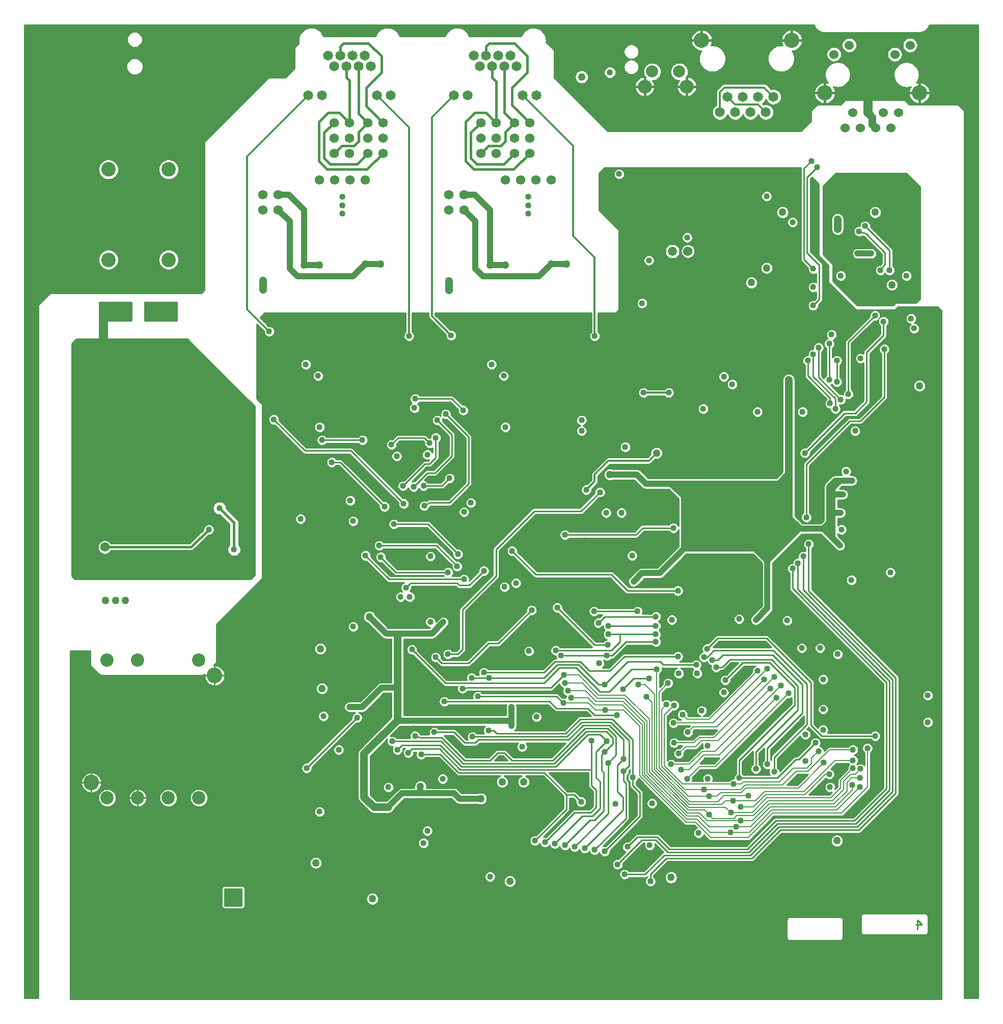
<source format=gbl>
%FSLAX24Y24*%
%MOIN*%
G70*
G01*
G75*
%ADD10C,0.0100*%
%ADD11R,0.1250X0.0600*%
%ADD12R,0.0600X0.1000*%
%ADD13R,0.0380X0.0380*%
%ADD14R,0.0600X0.0600*%
%ADD15R,0.0709X0.1575*%
%ADD16R,0.1614X0.0827*%
%ADD17O,0.0701X0.0157*%
%ADD18R,0.1500X0.1100*%
%ADD19R,0.0600X0.1250*%
%ADD20R,0.0500X0.0600*%
%ADD21R,0.0600X0.0500*%
%ADD22R,0.0315X0.0472*%
%ADD23R,0.1200X0.0900*%
%ADD24R,0.0551X0.0492*%
%ADD25O,0.0138X0.0846*%
%ADD26R,0.0138X0.0846*%
%ADD27R,0.1575X0.1181*%
%ADD28R,0.0709X0.1378*%
%ADD29R,0.0800X0.0800*%
%ADD30O,0.0630X0.0110*%
%ADD31O,0.0110X0.0630*%
%ADD32R,0.0110X0.0630*%
%ADD33R,0.0472X0.1260*%
%ADD34R,0.0472X0.0315*%
%ADD35R,0.0425X0.0380*%
%ADD36C,0.0400*%
%ADD37R,0.1378X0.0709*%
%ADD38R,0.0650X0.0500*%
%ADD39O,0.0787X0.0177*%
%ADD40R,0.0787X0.0177*%
%ADD41R,0.0236X0.0433*%
%ADD42R,0.0492X0.0551*%
%ADD43O,0.0669X0.0110*%
%ADD44R,0.0669X0.0110*%
%ADD45O,0.0110X0.0669*%
%ADD46R,0.0110X0.0669*%
%ADD47R,0.1000X0.0600*%
%ADD48R,0.0850X0.1080*%
%ADD49R,0.0600X0.1350*%
%ADD50R,0.1575X0.2165*%
%ADD51R,0.1500X0.1680*%
%ADD52R,0.0866X0.1142*%
%ADD53O,0.0630X0.0110*%
%ADD54R,0.0630X0.0110*%
%ADD55O,0.0110X0.0709*%
%ADD56O,0.0709X0.0110*%
%ADD57O,0.0709X0.0110*%
%ADD58R,0.0709X0.0110*%
%ADD59O,0.0157X0.0701*%
%ADD60O,0.0110X0.0630*%
%ADD61R,0.0787X0.0512*%
%ADD62R,0.0945X0.0906*%
%ADD63C,0.0200*%
%ADD64C,0.0500*%
%ADD65C,0.0120*%
%ADD66C,0.0150*%
%ADD67C,0.0600*%
%ADD68C,0.0400*%
%ADD69C,0.0250*%
%ADD70C,0.0300*%
%ADD71C,0.0380*%
%ADD72C,0.0700*%
%ADD73C,0.0110*%
%ADD74C,0.0320*%
%ADD75C,0.0080*%
%ADD76C,0.0280*%
%ADD77C,0.0310*%
%ADD78C,0.0140*%
%ADD79C,0.0157*%
%ADD80C,0.0130*%
%ADD81C,0.0090*%
%ADD82C,0.0220*%
%ADD83C,0.0170*%
%ADD84C,0.0180*%
%ADD85C,0.0308*%
%ADD86C,0.0160*%
%ADD87C,0.0390*%
%ADD88R,0.0670X0.0700*%
%ADD89R,0.1350X0.1400*%
%ADD90R,0.0300X0.1229*%
%ADD91C,0.0620*%
%ADD92C,0.0600*%
%ADD93C,0.1000*%
%ADD94C,0.0650*%
%ADD95C,0.0906*%
%ADD96C,0.0787*%
%ADD97C,0.0866*%
%ADD98C,0.1024*%
%ADD99C,0.1024*%
%ADD100P,0.0620X8X0*%
%ADD101C,0.0945*%
%ADD102C,0.0500*%
D10*
X125725Y114025D02*
X125827Y114032D01*
X125928Y114053D01*
X126024Y114087D01*
X126115Y114135D01*
X126199Y114194D01*
X126274Y114264D01*
X126338Y114343D01*
X126391Y114431D01*
X126432Y114525D01*
X125665Y113205D02*
X125655Y113306D01*
X125624Y113402D01*
X125575Y113491D01*
X125509Y113567D01*
X125429Y113629D01*
X125339Y113674D01*
X125241Y113699D01*
X125140Y113704D01*
X125040Y113689D01*
X124945Y113654D01*
X124859Y113600D01*
X124786Y113531D01*
X124728Y113448D01*
X124688Y113355D01*
X124668Y113256D01*
Y113155D01*
X124688Y113055D01*
X124728Y112962D01*
X124786Y112879D01*
X124859Y112810D01*
X124945Y112756D01*
X125040Y112721D01*
X125140Y112706D01*
X125241Y112711D01*
X125339Y112736D01*
X125429Y112781D01*
X125509Y112843D01*
X125575Y112919D01*
X125624Y113008D01*
X125655Y113104D01*
X125665Y113205D01*
X124665Y112605D02*
X124655Y112706D01*
X124624Y112802D01*
X124575Y112891D01*
X124509Y112967D01*
X124429Y113029D01*
X124339Y113074D01*
X124241Y113099D01*
X124140Y113104D01*
X124040Y113089D01*
X123945Y113054D01*
X123859Y113000D01*
X123786Y112931D01*
X123728Y112848D01*
X123688Y112755D01*
X123668Y112656D01*
Y112555D01*
X123688Y112455D01*
X123728Y112362D01*
X123786Y112279D01*
X123859Y112210D01*
X123945Y112156D01*
X124040Y112121D01*
X124140Y112106D01*
X124241Y112111D01*
X124339Y112136D01*
X124429Y112181D01*
X124509Y112243D01*
X124575Y112319D01*
X124624Y112408D01*
X124655Y112504D01*
X124665Y112605D01*
X121685Y113205D02*
X121675Y113306D01*
X121644Y113402D01*
X121595Y113491D01*
X121529Y113567D01*
X121449Y113629D01*
X121359Y113674D01*
X121261Y113699D01*
X121160Y113704D01*
X121060Y113689D01*
X120965Y113654D01*
X120879Y113600D01*
X120806Y113531D01*
X120748Y113448D01*
X120708Y113355D01*
X120688Y113256D01*
Y113155D01*
X120708Y113055D01*
X120748Y112962D01*
X120806Y112879D01*
X120879Y112810D01*
X120965Y112756D01*
X121060Y112721D01*
X121160Y112706D01*
X121261Y112711D01*
X121359Y112736D01*
X121449Y112781D01*
X121529Y112843D01*
X121595Y112919D01*
X121644Y113008D01*
X121675Y113104D01*
X121685Y113205D01*
X120685Y112605D02*
X120675Y112706D01*
X120644Y112802D01*
X120595Y112891D01*
X120529Y112967D01*
X120449Y113029D01*
X120359Y113074D01*
X120261Y113099D01*
X120160Y113104D01*
X120060Y113089D01*
X119965Y113054D01*
X119879Y113000D01*
X119806Y112931D01*
X119748Y112848D01*
X119708Y112755D01*
X119688Y112656D01*
Y112555D01*
X119708Y112455D01*
X119748Y112362D01*
X119806Y112279D01*
X119879Y112210D01*
X119965Y112156D01*
X120060Y112121D01*
X120160Y112106D01*
X120261Y112111D01*
X120359Y112136D01*
X120449Y112181D01*
X120529Y112243D01*
X120595Y112319D01*
X120644Y112408D01*
X120675Y112504D01*
X120685Y112605D01*
X125578Y110747D02*
X125634Y110824D01*
X125680Y110907D01*
X125717Y110995D01*
X125744Y111086D01*
X125760Y111180D01*
X125765Y111275D01*
X126475Y110075D02*
X126468Y110175D01*
X126447Y110272D01*
X126412Y110366D01*
X126364Y110453D01*
X126304Y110533D01*
X126234Y110604D01*
X126154Y110664D01*
X126066Y110712D01*
X125972Y110747D01*
X125875Y110768D01*
X125775Y110775D01*
X125676Y110768D01*
X125578Y110747D01*
X125207Y110484D02*
X125154Y110397D01*
X125114Y110304D01*
X125087Y110207D01*
X125076Y110106D01*
X125079Y110005D01*
X125096Y109905D01*
X125128Y109809D01*
X125173Y109718D01*
X125231Y109635D01*
X125300Y109561D01*
X125379Y109498D01*
X125466Y109447D01*
X125560Y109409D01*
X125659Y109385D01*
X125760Y109375D01*
X125861Y109380D01*
X125960Y109400D01*
X126056Y109434D01*
X126145Y109481D01*
X126227Y109541D01*
X126299Y109611D01*
X126361Y109692D01*
X126410Y109780D01*
X126446Y109875D01*
X126468Y109974D01*
X126475Y110075D01*
X121265Y111275D02*
X121259Y111375D01*
X121241Y111474D01*
X121212Y111570D01*
X121171Y111661D01*
X121120Y111747D01*
X121058Y111827D01*
X120988Y111898D01*
X120910Y111961D01*
X120825Y112014D01*
X120734Y112056D01*
X120639Y112087D01*
X120540Y112107D01*
X120440Y112115D01*
X120340Y112111D01*
X120241Y112095D01*
X120145Y112067D01*
X120052Y112028D01*
X119965Y111978D01*
X119885Y111918D01*
X119812Y111850D01*
X119748Y111772D01*
X119694Y111688D01*
X119650Y111598D01*
X119617Y111503D01*
X119595Y111406D01*
X119586Y111306D01*
X119588Y111205D01*
X119602Y111106D01*
X119628Y111009D01*
X119665Y110916D01*
X119714Y110828D01*
X119772Y110747D01*
X125765Y111275D02*
X125759Y111376D01*
X125741Y111475D01*
X125711Y111572D01*
X125670Y111664D01*
X125617Y111751D01*
X125555Y111830D01*
X125484Y111902D01*
X125405Y111965D01*
X125319Y112017D01*
X125227Y112059D01*
X125130Y112090D01*
X125031Y112108D01*
X124930Y112115D01*
X124829Y112110D01*
X124730Y112092D01*
X124633Y112063D01*
X124541Y112022D01*
X124454Y111971D01*
X124374Y111909D01*
X124302Y111838D01*
X124239Y111759D01*
X124185Y111673D01*
X124143Y111582D01*
X124112Y111486D01*
X124092Y111387D01*
X124085Y111286D01*
X124090Y111185D01*
X124107Y111085D01*
X124135Y110988D01*
X124176Y110896D01*
X124227Y110808D01*
X124288Y110728D01*
X124358Y110655D01*
X124436Y110592D01*
X124522Y110538D01*
X124613Y110495D01*
X124709Y110463D01*
X124808Y110443D01*
X124909Y110435D01*
X125010Y110439D01*
X125110Y110456D01*
X125207Y110484D01*
X120143D02*
X120240Y110456D01*
X120339Y110440D01*
X120439Y110435D01*
X120539Y110443D01*
X120638Y110462D01*
X120733Y110494D01*
X120824Y110536D01*
X120909Y110589D01*
X120988Y110651D01*
X121058Y110723D01*
X121119Y110802D01*
X121171Y110889D01*
X121212Y110980D01*
X121241Y111076D01*
X121259Y111175D01*
X121265Y111275D01*
X120275Y110075D02*
X120267Y110184D01*
X120241Y110290D01*
X120200Y110391D01*
X120143Y110484D01*
X119772Y110747D02*
X119674Y110768D01*
X119575Y110775D01*
X119475Y110768D01*
X119378Y110747D01*
X119284Y110712D01*
X119196Y110664D01*
X119116Y110604D01*
X119046Y110533D01*
X118986Y110453D01*
X118938Y110366D01*
X118903Y110272D01*
X118882Y110175D01*
X118875Y110075D01*
X118882Y109975D01*
X118903Y109878D01*
X118938Y109784D01*
X118986Y109697D01*
X119046Y109617D01*
X119117Y109546D01*
X119197Y109486D01*
X119284Y109438D01*
X119378Y109403D01*
X119475Y109382D01*
X119575Y109375D01*
X119675Y109382D01*
X119772Y109403D01*
X119866Y109438D01*
X119953Y109486D01*
X120033Y109546D01*
X120104Y109617D01*
X120164Y109697D01*
X120212Y109784D01*
X120247Y109878D01*
X120268Y109975D01*
X120275Y110075D01*
X118868Y114525D02*
X118909Y114431D01*
X118962Y114343D01*
X119026Y114264D01*
X119101Y114194D01*
X119185Y114135D01*
X119276Y114087D01*
X119372Y114053D01*
X119473Y114032D01*
X119575Y114025D01*
X118125Y113525D02*
X118118Y113626D01*
X118096Y113725D01*
X118060Y113820D01*
X118011Y113908D01*
X117949Y113989D01*
X117877Y114060D01*
X117795Y114119D01*
X117705Y114167D01*
X117610Y114200D01*
X117510Y114220D01*
X117409Y114225D01*
X117308Y114215D01*
X117210Y114191D01*
X117116Y114153D01*
X117028Y114102D01*
X116949Y114039D01*
X116880Y113964D01*
X116822Y113881D01*
X116777Y113790D01*
X116746Y113694D01*
X116728Y113594D01*
X116726Y113493D01*
X116738Y113392D01*
X116764Y113295D01*
X116804Y113202D01*
X117449Y112825D02*
X117546Y112836D01*
X117641Y112859D01*
X117732Y112896D01*
X117816Y112945D01*
X117893Y113005D01*
X117961Y113075D01*
X118019Y113154D01*
X118064Y113240D01*
X118098Y113332D01*
X118118Y113428D01*
X118125Y113525D01*
X116804Y113202D02*
X116704Y113205D01*
X116604Y113197D01*
X116505Y113177D01*
X116409Y113146D01*
X116317Y113105D01*
X116231Y113053D01*
X116151Y112992D01*
X116079Y112922D01*
X116015Y112845D01*
X115960Y112760D01*
X115916Y112670D01*
X115881Y112576D01*
X115858Y112478D01*
X115847Y112378D01*
X115846Y112277D01*
X115857Y112177D01*
X115880Y112079D01*
X115914Y111985D01*
X115958Y111894D01*
X116012Y111810D01*
X116075Y111732D01*
X116147Y111661D01*
X116227Y111600D01*
X116313Y111548D01*
X116404Y111506D01*
X116500Y111474D01*
X116598Y111454D01*
X116699Y111445D01*
X116799Y111448D01*
X116899Y111462D01*
X116996Y111488D01*
X117090Y111524D01*
X117179Y111571D01*
X117262Y111628D01*
X117338Y111694D01*
X117406Y111768D01*
X117465Y111849D01*
X117515Y111936D01*
X117554Y112029D01*
X117582Y112126D01*
X117599Y112225D01*
X117605Y112325D01*
X117599Y112431D01*
X117579Y112536D01*
X117548Y112638D01*
X117504Y112734D01*
X117449Y112825D01*
X112146Y113202D02*
X112189Y113305D01*
X112216Y113413D01*
X112225Y113525D01*
X113105Y112325D02*
X113100Y112422D01*
X113084Y112518D01*
X113057Y112612D01*
X113020Y112702D01*
X112974Y112788D01*
X112918Y112868D01*
X112854Y112941D01*
X112782Y113007D01*
X112703Y113064D01*
X112618Y113112D01*
X112529Y113151D01*
X112436Y113179D01*
X112340Y113198D01*
X112243Y113205D01*
X112146Y113202D01*
X112225Y113525D02*
X112218Y113624D01*
X112197Y113721D01*
X112163Y113814D01*
X112115Y113901D01*
X112056Y113981D01*
X111987Y114051D01*
X111908Y114111D01*
X111821Y114159D01*
X111728Y114195D01*
X111632Y114217D01*
X111533Y114225D01*
X111434Y114219D01*
X111337Y114199D01*
X111243Y114166D01*
X111156Y114120D01*
X111075Y114062D01*
X111004Y113993D01*
X110943Y113914D01*
X110894Y113828D01*
X110858Y113736D01*
X110834Y113640D01*
X110825Y113541D01*
X110830Y113442D01*
X110849Y113345D01*
X110881Y113251D01*
X110926Y113163D01*
X110983Y113082D01*
X111051Y113010D01*
X111129Y112948D01*
X111215Y112898D01*
X111306Y112860D01*
X111403Y112836D01*
X111501Y112825D01*
X111501D02*
X111449Y112740D01*
X111407Y112650D01*
X111376Y112555D01*
X111355Y112457D01*
X111346Y112358D01*
X111348Y112258D01*
X111361Y112159D01*
X111385Y112062D01*
X111420Y111969D01*
X111466Y111880D01*
X111521Y111797D01*
X111586Y111720D01*
X111658Y111652D01*
X111738Y111592D01*
X111824Y111542D01*
X111916Y111501D01*
X112011Y111472D01*
X112109Y111453D01*
X112209Y111445D01*
X112308Y111449D01*
X112407Y111464D01*
X112503Y111490D01*
X112596Y111527D01*
X112684Y111574D01*
X112766Y111631D01*
X112841Y111697D01*
X112909Y111771D01*
X112967Y111852D01*
X113016Y111939D01*
X113054Y112031D01*
X113082Y112127D01*
X113099Y112225D01*
X113105Y112325D01*
X116750Y109825D02*
X116741Y109921D01*
X116715Y110014D01*
X116672Y110100D01*
X116614Y110177D01*
X116543Y110242D01*
X116462Y110294D01*
X116372Y110329D01*
X116278Y110347D01*
X116181Y110348D01*
X116086Y110331D01*
X115809Y110609D02*
X115724Y110665D01*
X115625Y110685D01*
X115809Y110609D02*
X115724Y110665D01*
X115625Y110685D01*
X115524Y109394D02*
X115610Y109469D01*
X115678Y109561D01*
X115725Y109665D01*
X115764Y109574D01*
X115819Y109492D01*
X115889Y109422D01*
X115971Y109366D01*
X116061Y109326D01*
X116158Y109304D01*
X116257Y109301D01*
X116355Y109316D01*
X116448Y109350D01*
X116533Y109400D01*
X116607Y109465D01*
X116668Y109543D01*
X116713Y109632D01*
X116741Y109727D01*
X116750Y109825D01*
X116250Y108825D02*
X116241Y108921D01*
X116215Y109014D01*
X116172Y109100D01*
X116114Y109177D01*
X116043Y109242D01*
X115962Y109294D01*
X115872Y109329D01*
X115778Y109347D01*
X115681Y109348D01*
X115586Y109331D01*
X115225Y108665D02*
X115264Y108574D01*
X115319Y108492D01*
X115389Y108422D01*
X115471Y108366D01*
X115561Y108326D01*
X115658Y108304D01*
X115757Y108301D01*
X115855Y108316D01*
X115948Y108350D01*
X116033Y108400D01*
X116107Y108465D01*
X116168Y108543D01*
X116213Y108632D01*
X116241Y108727D01*
X116250Y108825D01*
X114225Y108665D02*
X114265Y108572D01*
X114323Y108488D01*
X114395Y108417D01*
X114480Y108361D01*
X114574Y108322D01*
X114674Y108303D01*
X114776D01*
X114876Y108322D01*
X114970Y108361D01*
X115055Y108417D01*
X115127Y108488D01*
X115185Y108572D01*
X115225Y108665D01*
X113225D02*
X113265Y108572D01*
X113323Y108488D01*
X113395Y108417D01*
X113480Y108361D01*
X113574Y108322D01*
X113674Y108303D01*
X113776D01*
X113876Y108322D01*
X113970Y108361D01*
X114055Y108417D01*
X114127Y108488D01*
X114185Y108572D01*
X114225Y108665D01*
X110655Y111476D02*
X110646Y111575D01*
X110622Y111670D01*
X110582Y111761D01*
X110528Y111843D01*
X110460Y111915D01*
X110382Y111975D01*
X110295Y112022D01*
X110201Y112053D01*
X110104Y112068D01*
X110005Y112067D01*
X109908Y112050D01*
X109815Y112017D01*
X109729Y111968D01*
X109652Y111907D01*
X109586Y111833D01*
X109534Y111749D01*
X109496Y111658D01*
X109473Y111562D01*
X109467Y111464D01*
X109478Y111365D01*
X109504Y111270D01*
X109546Y111181D01*
X109602Y111100D01*
X109671Y111029D01*
X109750Y110970D01*
X109838Y110926D01*
X109933Y110897D01*
X110030Y110883D01*
X110553Y111145D02*
X110597Y111221D01*
X110629Y111303D01*
X110648Y111389D01*
X110655Y111476D01*
X108883D02*
X108874Y111577D01*
X108849Y111674D01*
X108808Y111766D01*
X108751Y111849D01*
X108682Y111922D01*
X108601Y111982D01*
X108511Y112027D01*
X108415Y112057D01*
X108315Y112069D01*
X108214Y112065D01*
X108116Y112044D01*
X108022Y112007D01*
X107937Y111954D01*
X107861Y111888D01*
X107798Y111809D01*
X107749Y111722D01*
X107715Y111627D01*
X107698Y111528D01*
X107698Y111427D01*
X107714Y111328D01*
X107748Y111233D01*
X107797Y111145D01*
X108320Y110883D02*
X108419Y110897D01*
X108514Y110927D01*
X108603Y110973D01*
X108684Y111032D01*
X108753Y111105D01*
X108808Y111188D01*
X108849Y111280D01*
X108874Y111377D01*
X108883Y111476D01*
X113025Y110685D02*
X112926Y110665D01*
X112841Y110609D01*
X113025Y110685D02*
X112926Y110665D01*
X112841Y110609D01*
X112541Y110309D02*
X112485Y110225D01*
X112465Y110125D01*
X112541Y110309D02*
X112485Y110225D01*
X112465Y110125D01*
Y109281D02*
X112382Y109222D01*
X112312Y109149D01*
X112257Y109063D01*
X112220Y108968D01*
X112202Y108868D01*
X112203Y108766D01*
X112225Y108667D01*
X112265Y108573D01*
X112322Y108489D01*
X112394Y108417D01*
X112479Y108361D01*
X112573Y108322D01*
X112673Y108303D01*
X112775Y108302D01*
X112875Y108322D01*
X112969Y108360D01*
X113054Y108416D01*
X113127Y108488D01*
X113185Y108572D01*
X113225Y108665D01*
X111206Y110492D02*
X111198Y110594D01*
X111174Y110694D01*
X111135Y110788D01*
X111081Y110876D01*
X111015Y110953D01*
X110937Y111020D01*
X110850Y111074D01*
X110755Y111113D01*
X110655Y111137D01*
X110553Y111145D01*
X110030Y110883D02*
X109977Y110800D01*
X109938Y110710D01*
X109912Y110615D01*
X109901Y110516D01*
X109904Y110418D01*
X109923Y110321D01*
X109956Y110228D01*
X110003Y110141D01*
X110062Y110062D01*
X110132Y109993D01*
X110213Y109935D01*
X110300Y109890D01*
X110394Y109859D01*
X110491Y109842D01*
X110590Y109840D01*
X110688Y109853D01*
X110783Y109881D01*
X110872Y109923D01*
X110954Y109977D01*
X111027Y110044D01*
X111090Y110120D01*
X111140Y110206D01*
X111176Y110297D01*
X111198Y110394D01*
X111206Y110492D01*
X108450D02*
X108441Y110596D01*
X108416Y110698D01*
X108375Y110795D01*
X108320Y110883D01*
X107425Y112775D02*
X107415Y112876D01*
X107384Y112972D01*
X107335Y113061D01*
X107269Y113137D01*
X107189Y113199D01*
X107099Y113244D01*
X107001Y113269D01*
X106900Y113274D01*
X106800Y113259D01*
X106705Y113224D01*
X106619Y113170D01*
X106546Y113101D01*
X106488Y113018D01*
X106448Y112925D01*
X106428Y112826D01*
Y112725D01*
X106448Y112625D01*
X106488Y112532D01*
X106546Y112449D01*
X106619Y112380D01*
X106705Y112326D01*
X106800Y112291D01*
X106900Y112276D01*
X107001Y112281D01*
X107099Y112306D01*
X107189Y112351D01*
X107269Y112413D01*
X107335Y112489D01*
X107384Y112578D01*
X107415Y112674D01*
X107425Y112775D01*
Y111775D02*
X107415Y111876D01*
X107384Y111972D01*
X107335Y112061D01*
X107269Y112137D01*
X107189Y112199D01*
X107099Y112244D01*
X107001Y112269D01*
X106900Y112274D01*
X106800Y112259D01*
X106705Y112224D01*
X106619Y112170D01*
X106546Y112101D01*
X106488Y112018D01*
X106448Y111925D01*
X106428Y111826D01*
Y111725D01*
X106448Y111625D01*
X106488Y111532D01*
X106546Y111449D01*
X106619Y111380D01*
X106705Y111326D01*
X106800Y111291D01*
X106900Y111276D01*
X107001Y111281D01*
X107099Y111306D01*
X107189Y111351D01*
X107269Y111413D01*
X107335Y111489D01*
X107384Y111578D01*
X107415Y111674D01*
X107425Y111775D01*
X107797Y111145D02*
X107698Y111137D01*
X107601Y111115D01*
X107509Y111078D01*
X107424Y111028D01*
X107347Y110965D01*
X107281Y110891D01*
X107226Y110809D01*
X107185Y110718D01*
X107158Y110623D01*
X107145Y110525D01*
X107148Y110426D01*
X107165Y110328D01*
X107197Y110234D01*
X107243Y110147D01*
X107302Y110067D01*
X107372Y109997D01*
X107452Y109938D01*
X107540Y109892D01*
X107634Y109860D01*
X107731Y109843D01*
X107830Y109840D01*
X107929Y109853D01*
X108024Y109880D01*
X108114Y109921D01*
X108197Y109976D01*
X108270Y110042D01*
X108333Y110119D01*
X108383Y110205D01*
X108420Y110297D01*
X108442Y110393D01*
X108450Y110492D01*
X105925Y111425D02*
X105912Y111525D01*
X105876Y111618D01*
X105817Y111699D01*
X105739Y111763D01*
X105649Y111806D01*
X105550Y111824D01*
X105450Y111818D01*
X105355Y111787D01*
X105270Y111733D01*
X105201Y111660D01*
X105153Y111572D01*
X105128Y111475D01*
Y111375D01*
X105153Y111278D01*
X105201Y111190D01*
X105270Y111117D01*
X105355Y111063D01*
X105450Y111032D01*
X105550Y111026D01*
X105649Y111045D01*
X105739Y111087D01*
X105817Y111151D01*
X105876Y111232D01*
X105912Y111326D01*
X105925Y111425D01*
X104125Y111125D02*
X104114Y111225D01*
X104080Y111320D01*
X104027Y111406D01*
X103956Y111477D01*
X103870Y111531D01*
X103775Y111564D01*
X103675Y111575D01*
X103575Y111564D01*
X103480Y111531D01*
X103394Y111477D01*
X103323Y111406D01*
X103270Y111320D01*
X103236Y111225D01*
X103225Y111125D01*
X103236Y111025D01*
X103270Y110930D01*
X103323Y110845D01*
X103394Y110773D01*
X103480Y110720D01*
X103575Y110686D01*
X103675Y110675D01*
X103775Y110686D01*
X103870Y110720D01*
X103956Y110773D01*
X104027Y110845D01*
X104080Y110930D01*
X104114Y111025D01*
X104125Y111125D01*
X96327Y113775D02*
X96291Y113870D01*
X96244Y113960D01*
X96186Y114043D01*
X96119Y114119D01*
X96043Y114186D01*
X95960Y114244D01*
X95870Y114291D01*
X95775Y114327D01*
X95676Y114351D01*
X95576Y114364D01*
X95474D01*
X95374Y114351D01*
X95275Y114327D01*
X95180Y114291D01*
X95090Y114244D01*
X95007Y114186D01*
X94931Y114119D01*
X94864Y114043D01*
X94806Y113960D01*
X94759Y113870D01*
X94723Y113775D01*
X91777D02*
X91741Y113870D01*
X91694Y113960D01*
X91636Y114043D01*
X91569Y114119D01*
X91493Y114186D01*
X91410Y114244D01*
X91320Y114291D01*
X91225Y114327D01*
X91126Y114351D01*
X91026Y114364D01*
X90924D01*
X90824Y114351D01*
X90725Y114327D01*
X90630Y114291D01*
X90540Y114244D01*
X90457Y114186D01*
X90381Y114119D01*
X90314Y114043D01*
X90256Y113960D01*
X90209Y113870D01*
X90173Y113775D01*
X101365Y113525D02*
X101359Y113624D01*
X101342Y113722D01*
X101313Y113817D01*
X101273Y113908D01*
X101222Y113994D01*
X101162Y114073D01*
X101093Y114144D01*
X101016Y114207D01*
X100932Y114260D01*
X100843Y114303D01*
X100749Y114335D01*
X100651Y114356D01*
X100553Y114365D01*
X100453Y114362D01*
X100355Y114348D01*
X100259Y114322D01*
X100167Y114285D01*
X100080Y114237D01*
X99999Y114180D01*
X99925Y114113D01*
X99860Y114038D01*
X99804Y113956D01*
X99758Y113868D01*
X99723Y113775D01*
X101355Y113395D02*
X101365Y113525D01*
X86777Y113775D02*
X86742Y113869D01*
X86695Y113957D01*
X86639Y114040D01*
X86573Y114115D01*
X86499Y114182D01*
X86417Y114239D01*
X86329Y114287D01*
X86236Y114323D01*
X86140Y114349D01*
X86041Y114363D01*
X85941Y114364D01*
X85841Y114354D01*
X85744Y114333D01*
X85649Y114299D01*
X85560Y114255D01*
X85476Y114201D01*
X85399Y114137D01*
X85331Y114064D01*
X85271Y113984D01*
X85222Y113897D01*
X85183Y113805D01*
X85155Y113709D01*
X85139Y113610D01*
X85135Y113510D01*
X85143Y113410D01*
X85162Y113312D01*
X74940Y113575D02*
X74930Y113676D01*
X74901Y113772D01*
X74853Y113861D01*
X74789Y113939D01*
X74711Y114003D01*
X74622Y114051D01*
X74525Y114080D01*
X74425Y114090D01*
X74325Y114080D01*
X74228Y114051D01*
X74139Y114003D01*
X74061Y113939D01*
X73997Y113861D01*
X73949Y113772D01*
X73920Y113676D01*
X73910Y113575D01*
X73920Y113475D01*
X73949Y113378D01*
X73997Y113289D01*
X74061Y113211D01*
X74139Y113147D01*
X74228Y113099D01*
X74325Y113070D01*
X74425Y113060D01*
X74525Y113070D01*
X74622Y113099D01*
X74711Y113147D01*
X74789Y113211D01*
X74853Y113289D01*
X74901Y113378D01*
X74930Y113475D01*
X74940Y113575D01*
X74979Y111803D02*
X74970Y111902D01*
X74944Y111998D01*
X74901Y112088D01*
X74842Y112168D01*
X74771Y112237D01*
X74688Y112292D01*
X74596Y112331D01*
X74499Y112353D01*
X74400Y112357D01*
X74302Y112344D01*
X74207Y112313D01*
X74120Y112266D01*
X74042Y112204D01*
X73977Y112129D01*
X73926Y112044D01*
X73891Y111951D01*
X73873Y111853D01*
Y111754D01*
X73891Y111656D01*
X73926Y111563D01*
X73977Y111478D01*
X74042Y111403D01*
X74120Y111341D01*
X74207Y111294D01*
X74302Y111263D01*
X74400Y111250D01*
X74499Y111254D01*
X74596Y111276D01*
X74688Y111315D01*
X74771Y111370D01*
X74842Y111439D01*
X74901Y111519D01*
X74944Y111609D01*
X74970Y111704D01*
X74979Y111803D01*
X77316Y105078D02*
X77308Y105178D01*
X77286Y105276D01*
X77249Y105370D01*
X77199Y105457D01*
X77136Y105535D01*
X77063Y105604D01*
X76980Y105660D01*
X76889Y105704D01*
X76793Y105733D01*
X76694Y105748D01*
X76593D01*
X76494Y105733D01*
X76398Y105704D01*
X76307Y105660D01*
X76224Y105604D01*
X76151Y105535D01*
X76088Y105457D01*
X76038Y105370D01*
X76001Y105276D01*
X75979Y105178D01*
X75971Y105078D01*
X75979Y104978D01*
X76001Y104880D01*
X76038Y104786D01*
X76088Y104699D01*
X76151Y104620D01*
X76224Y104552D01*
X76307Y104495D01*
X76398Y104452D01*
X76494Y104422D01*
X76593Y104407D01*
X76694D01*
X76793Y104422D01*
X76889Y104452D01*
X76980Y104495D01*
X77063Y104552D01*
X77136Y104620D01*
X77199Y104699D01*
X77249Y104786D01*
X77286Y104880D01*
X77308Y104978D01*
X77316Y105078D01*
X73379D02*
X73371Y105178D01*
X73349Y105276D01*
X73312Y105370D01*
X73262Y105457D01*
X73199Y105535D01*
X73126Y105604D01*
X73043Y105660D01*
X72952Y105704D01*
X72856Y105733D01*
X72757Y105748D01*
X72656D01*
X72557Y105733D01*
X72461Y105704D01*
X72370Y105660D01*
X72287Y105604D01*
X72214Y105535D01*
X72151Y105457D01*
X72101Y105370D01*
X72064Y105276D01*
X72042Y105178D01*
X72034Y105078D01*
X72042Y104978D01*
X72064Y104880D01*
X72101Y104786D01*
X72151Y104699D01*
X72214Y104620D01*
X72287Y104552D01*
X72370Y104495D01*
X72461Y104452D01*
X72557Y104422D01*
X72656Y104407D01*
X72757D01*
X72856Y104422D01*
X72952Y104452D01*
X73043Y104495D01*
X73126Y104552D01*
X73199Y104620D01*
X73262Y104699D01*
X73312Y104786D01*
X73349Y104880D01*
X73371Y104978D01*
X73379Y105078D01*
X77316Y99172D02*
X77308Y99273D01*
X77286Y99371D01*
X77249Y99464D01*
X77199Y99551D01*
X77136Y99630D01*
X77063Y99698D01*
X76980Y99755D01*
X76889Y99798D01*
X76793Y99828D01*
X76694Y99843D01*
X76593D01*
X76494Y99828D01*
X76398Y99798D01*
X76307Y99755D01*
X76224Y99698D01*
X76151Y99630D01*
X76088Y99551D01*
X76038Y99464D01*
X76001Y99371D01*
X75979Y99273D01*
X75971Y99172D01*
X75979Y99072D01*
X76001Y98974D01*
X76038Y98881D01*
X76088Y98794D01*
X76151Y98715D01*
X76224Y98647D01*
X76307Y98590D01*
X76398Y98546D01*
X76494Y98517D01*
X76593Y98502D01*
X76694D01*
X76793Y98517D01*
X76889Y98546D01*
X76980Y98590D01*
X77063Y98647D01*
X77136Y98715D01*
X77199Y98794D01*
X77249Y98881D01*
X77286Y98974D01*
X77308Y99072D01*
X77316Y99172D01*
X73379D02*
X73371Y99273D01*
X73349Y99371D01*
X73312Y99464D01*
X73262Y99551D01*
X73199Y99630D01*
X73126Y99698D01*
X73043Y99755D01*
X72952Y99798D01*
X72856Y99828D01*
X72757Y99843D01*
X72656D01*
X72557Y99828D01*
X72461Y99798D01*
X72370Y99755D01*
X72287Y99698D01*
X72214Y99630D01*
X72151Y99551D01*
X72101Y99464D01*
X72064Y99371D01*
X72042Y99273D01*
X72034Y99172D01*
X72042Y99072D01*
X72064Y98974D01*
X72101Y98881D01*
X72151Y98794D01*
X72214Y98715D01*
X72287Y98647D01*
X72370Y98590D01*
X72461Y98546D01*
X72557Y98517D01*
X72656Y98502D01*
X72757D01*
X72856Y98517D01*
X72952Y98546D01*
X73043Y98590D01*
X73126Y98647D01*
X73199Y98715D01*
X73262Y98794D01*
X73312Y98881D01*
X73349Y98974D01*
X73371Y99072D01*
X73379Y99172D01*
X120985Y98125D02*
X120972Y98222D01*
X120933Y98312D01*
X120871Y98388D01*
X120791Y98445D01*
X120698Y98478D01*
X120600Y98484D01*
X120504Y98464D01*
X120417Y98419D01*
X120346Y98352D01*
X120295Y98269D01*
X120268Y98174D01*
Y98076D01*
X120295Y97982D01*
X120346Y97898D01*
X120417Y97831D01*
X120504Y97786D01*
X120600Y97766D01*
X120698Y97773D01*
X120791Y97805D01*
X120871Y97862D01*
X120933Y97938D01*
X120972Y98028D01*
X120985Y98125D01*
X121725Y99935D02*
X121624Y99921D01*
X121530Y99878D01*
X121453Y99811D01*
X121398Y99725D01*
X121369Y99626D01*
Y99524D01*
X121398Y99426D01*
X121453Y99339D01*
X121530Y99272D01*
X121624Y99230D01*
X121725Y99215D01*
Y99935D02*
X121624Y99921D01*
X121530Y99878D01*
X121453Y99811D01*
X121398Y99725D01*
X121369Y99626D01*
Y99524D01*
X121398Y99426D01*
X121453Y99339D01*
X121530Y99272D01*
X121624Y99230D01*
X121725Y99215D01*
X120015Y101175D02*
X120027Y101077D01*
X120062Y100985D01*
X120118Y100903D01*
X120192Y100838D01*
X120280Y100792D01*
X120376Y100768D01*
X120474D01*
X120570Y100792D01*
X120658Y100838D01*
X120732Y100903D01*
X120788Y100985D01*
X120823Y101077D01*
X120835Y101175D01*
X120015D02*
X120027Y101077D01*
X120062Y100985D01*
X120118Y100903D01*
X120192Y100838D01*
X120280Y100792D01*
X120376Y100768D01*
X120474D01*
X120570Y100792D01*
X120658Y100838D01*
X120732Y100903D01*
X120788Y100985D01*
X120823Y101077D01*
X120835Y101175D01*
Y101825D02*
X120823Y101923D01*
X120788Y102016D01*
X120732Y102097D01*
X120658Y102163D01*
X120570Y102208D01*
X120474Y102232D01*
X120376D01*
X120280Y102208D01*
X120192Y102163D01*
X120118Y102097D01*
X120062Y102016D01*
X120027Y101923D01*
X120015Y101825D01*
X120835D02*
X120823Y101923D01*
X120788Y102016D01*
X120732Y102097D01*
X120658Y102163D01*
X120570Y102208D01*
X120474Y102232D01*
X120376D01*
X120280Y102208D01*
X120192Y102163D01*
X120118Y102097D01*
X120062Y102016D01*
X120027Y101923D01*
X120015Y101825D01*
X121865Y101383D02*
X121766Y101380D01*
X121672Y101351D01*
X121589Y101297D01*
X121524Y101222D01*
X121481Y101133D01*
X121465Y101035D01*
X121476Y100936D01*
X121513Y100845D01*
X121574Y100767D01*
X121654Y100708D01*
X121747Y100674D01*
X121846Y100666D01*
X121943Y100685D01*
X122031Y100730D01*
X122585Y101375D02*
X122571Y101476D01*
X122529Y101569D01*
X122462Y101646D01*
X122377Y101701D01*
X122280Y101731D01*
X122178Y101732D01*
X122080Y101705D01*
X121994Y101651D01*
X121926Y101575D01*
X121882Y101483D01*
X121865Y101383D01*
X124385Y97525D02*
X124373Y97623D01*
X124338Y97716D01*
X124282Y97797D01*
X124208Y97863D01*
X124120Y97908D01*
X124024Y97932D01*
X123926D01*
X123830Y97908D01*
X123742Y97863D01*
X123668Y97797D01*
X123612Y97716D01*
X123577Y97623D01*
X123565Y97525D01*
X123577Y97427D01*
X123612Y97335D01*
X123668Y97253D01*
X123742Y97188D01*
X123830Y97142D01*
X123926Y97118D01*
X124024D01*
X124120Y97142D01*
X124208Y97188D01*
X124282Y97253D01*
X124338Y97335D01*
X124373Y97427D01*
X124385Y97525D01*
X123226Y98835D02*
X123128Y98822D01*
X123038Y98783D01*
X122961Y98720D01*
X122905Y98639D01*
X122872Y98546D01*
X122866Y98447D01*
X122887Y98351D01*
X122934Y98263D01*
X123002Y98192D01*
X123088Y98142D01*
X123183Y98118D01*
X123282Y98120D01*
X123377Y98149D01*
X123460Y98202D01*
X123525Y98276D01*
X123593Y98200D01*
X123679Y98146D01*
X123777Y98118D01*
X123879Y98119D01*
X123977Y98149D01*
X124062Y98204D01*
X124128Y98281D01*
X124171Y98374D01*
X124185Y98475D01*
X124168Y98585D01*
X124118Y98684D01*
X124040Y98764D01*
X125285Y98125D02*
X125272Y98222D01*
X125233Y98312D01*
X125171Y98388D01*
X125091Y98445D01*
X124998Y98478D01*
X124900Y98484D01*
X124804Y98464D01*
X124717Y98419D01*
X124646Y98352D01*
X124595Y98269D01*
X124568Y98174D01*
Y98076D01*
X124595Y97982D01*
X124646Y97898D01*
X124717Y97831D01*
X124804Y97786D01*
X124900Y97766D01*
X124998Y97773D01*
X125091Y97805D01*
X125171Y97862D01*
X125233Y97938D01*
X125272Y98028D01*
X125285Y98125D01*
X122625Y99215D02*
X122718Y99227D01*
X122805Y99263D01*
X122880Y99321D01*
X122937Y99395D01*
X122973Y99482D01*
X122985Y99575D01*
X122625Y99215D02*
X122718Y99227D01*
X122805Y99263D01*
X122880Y99321D01*
X122937Y99395D01*
X122973Y99482D01*
X122985Y99575D01*
X122973Y99668D01*
X122937Y99755D01*
X122880Y99830D01*
X122805Y99887D01*
X122718Y99923D01*
X122625Y99935D01*
X122985Y99575D02*
X122973Y99668D01*
X122937Y99755D01*
X122880Y99830D01*
X122805Y99887D01*
X122718Y99923D01*
X122625Y99935D01*
X122581Y101323D02*
X122585Y101375D01*
X123285Y102275D02*
X123273Y102373D01*
X123238Y102466D01*
X123182Y102547D01*
X123108Y102613D01*
X123020Y102658D01*
X122924Y102682D01*
X122826D01*
X122730Y102658D01*
X122642Y102613D01*
X122568Y102547D01*
X122512Y102466D01*
X122477Y102373D01*
X122465Y102275D01*
X122477Y102177D01*
X122512Y102085D01*
X122568Y102003D01*
X122642Y101938D01*
X122730Y101892D01*
X122826Y101868D01*
X122924D01*
X123020Y101892D01*
X123108Y101938D01*
X123182Y102003D01*
X123238Y102085D01*
X123273Y102177D01*
X123285Y102275D01*
X124040Y99775D02*
X124024Y99857D01*
X123977Y99927D01*
X124040Y99775D02*
X124024Y99857D01*
X123977Y99927D01*
X72882Y80610D02*
X72824Y80690D01*
X72751Y80755D01*
X72666Y80804D01*
X72573Y80835D01*
X72475Y80845D01*
X72377Y80835D01*
X72284Y80804D01*
X72199Y80755D01*
X72126Y80690D01*
X72068Y80610D01*
X72028Y80520D01*
X72008Y80424D01*
Y80326D01*
X72028Y80230D01*
X72068Y80140D01*
X72126Y80061D01*
X72199Y79995D01*
X72284Y79946D01*
X72377Y79915D01*
X72475Y79905D01*
X72573Y79915D01*
X72666Y79946D01*
X72751Y79995D01*
X72824Y80061D01*
X72882Y80140D01*
X78125D02*
X78215Y80158D01*
X78291Y80209D01*
X78125Y80140D02*
X78215Y80158D01*
X78291Y80209D01*
X80600Y80536D02*
X80541Y80459D01*
X80499Y80371D01*
X80478Y80276D01*
X80477Y80178D01*
X80498Y80083D01*
X80539Y79995D01*
X80597Y79917D01*
X80671Y79853D01*
X80757Y79808D01*
X80851Y79781D01*
X80948Y79776D01*
X81045Y79791D01*
X81135Y79827D01*
X81216Y79882D01*
X81283Y79952D01*
X81333Y80036D01*
X81364Y80128D01*
X81375Y80225D01*
X81360Y80338D01*
X81318Y80444D01*
X81250Y80536D01*
X79635Y81525D02*
X79622Y81620D01*
X79585Y81709D01*
X79525Y81784D01*
X79447Y81841D01*
X79357Y81876D01*
X79262Y81885D01*
X79167Y81868D01*
X79080Y81828D01*
X79007Y81765D01*
X78953Y81685D01*
X78922Y81594D01*
X78916Y81498D01*
X79248Y81166D02*
X79347Y81172D01*
X79439Y81205D01*
X79520Y81261D01*
X79582Y81337D01*
X79622Y81428D01*
X79635Y81525D01*
X80425Y82935D02*
X80412Y83034D01*
X80377Y83127D01*
X80322Y83211D01*
X80251Y83281D01*
X80166Y83333D01*
X80071Y83365D01*
X79972Y83375D01*
X79873Y83363D01*
X79778Y83330D01*
X79694Y83277D01*
X79623Y83206D01*
X79570Y83122D01*
X79537Y83027D01*
X79525Y82928D01*
X79535Y82829D01*
X79567Y82734D01*
X79619Y82649D01*
X79689Y82578D01*
X79773Y82523D01*
X79866Y82488D01*
X79965Y82475D01*
X81250Y81975D02*
X81239Y82059D01*
X81206Y82138D01*
X81155Y82205D01*
X81250Y81975D02*
X81239Y82059D01*
X81206Y82138D01*
X81155Y82205D01*
X80115Y56925D02*
X80143Y56820D01*
X80220Y56743D01*
X80325Y56715D01*
X80115Y56925D02*
X80143Y56820D01*
X80220Y56743D01*
X80325Y56715D01*
Y58235D02*
X80220Y58207D01*
X80143Y58130D01*
X80115Y58025D01*
X80325Y58235D02*
X80220Y58207D01*
X80143Y58130D01*
X80115Y58025D01*
X81425Y56715D02*
X81530Y56743D01*
X81607Y56820D01*
X81635Y56925D01*
X81425Y56715D02*
X81530Y56743D01*
X81607Y56820D01*
X81635Y56925D01*
Y58025D02*
X81607Y58130D01*
X81530Y58207D01*
X81425Y58235D01*
X81635Y58025D02*
X81607Y58130D01*
X81530Y58207D01*
X81425Y58235D01*
X86685Y59725D02*
X86673Y59823D01*
X86638Y59916D01*
X86582Y59997D01*
X86508Y60063D01*
X86420Y60108D01*
X86324Y60132D01*
X86226D01*
X86130Y60108D01*
X86042Y60063D01*
X85968Y59997D01*
X85912Y59916D01*
X85877Y59823D01*
X85865Y59725D01*
X85877Y59627D01*
X85912Y59535D01*
X85968Y59453D01*
X86042Y59388D01*
X86130Y59342D01*
X86226Y59318D01*
X86324D01*
X86420Y59342D01*
X86508Y59388D01*
X86582Y59453D01*
X86638Y59535D01*
X86673Y59627D01*
X86685Y59725D01*
X72261Y64975D02*
X72254Y65075D01*
X72232Y65173D01*
X72195Y65267D01*
X72145Y65354D01*
X72082Y65432D01*
X72008Y65500D01*
X71925Y65557D01*
X71835Y65600D01*
X71739Y65630D01*
X71640Y65645D01*
X71539D01*
X71440Y65630D01*
X71344Y65600D01*
X71254Y65557D01*
X71171Y65500D01*
X71097Y65432D01*
X71034Y65354D01*
X70984Y65267D01*
X70948Y65173D01*
X70925Y65075D01*
X70918Y64975D01*
X70925Y64875D01*
X70948Y64777D01*
X70984Y64684D01*
X71034Y64597D01*
X71097Y64518D01*
X71171Y64450D01*
X71254Y64393D01*
X71344Y64350D01*
X71440Y64320D01*
X71539Y64305D01*
X71640D01*
X71739Y64320D01*
X71835Y64350D01*
X71925Y64393D01*
X72008Y64450D01*
X72082Y64518D01*
X72145Y64597D01*
X72195Y64684D01*
X72232Y64777D01*
X72254Y64875D01*
X72261Y64975D01*
X73218Y63975D02*
X73210Y64075D01*
X73184Y64173D01*
X73143Y64264D01*
X73086Y64348D01*
X73017Y64420D01*
X72936Y64480D01*
X72846Y64525D01*
X72750Y64555D01*
X72650Y64568D01*
X72550Y64563D01*
X72451Y64542D01*
X72358Y64505D01*
X72272Y64452D01*
X72197Y64385D01*
X72134Y64307D01*
X72085Y64219D01*
X72051Y64125D01*
X72034Y64025D01*
Y63925D01*
X72051Y63826D01*
X72085Y63731D01*
X72134Y63643D01*
X72197Y63565D01*
X72272Y63498D01*
X72358Y63446D01*
X72451Y63408D01*
X72550Y63387D01*
X72650Y63383D01*
X72750Y63395D01*
X72846Y63425D01*
X72936Y63470D01*
X73017Y63530D01*
X73086Y63603D01*
X73143Y63686D01*
X73184Y63778D01*
X73210Y63875D01*
X73218Y63975D01*
X75218D02*
X75210Y64075D01*
X75184Y64173D01*
X75143Y64264D01*
X75086Y64348D01*
X75017Y64420D01*
X74936Y64480D01*
X74846Y64525D01*
X74750Y64555D01*
X74650Y64568D01*
X74550Y64563D01*
X74451Y64542D01*
X74358Y64505D01*
X74272Y64452D01*
X74197Y64385D01*
X74134Y64307D01*
X74085Y64219D01*
X74051Y64125D01*
X74034Y64025D01*
Y63925D01*
X74051Y63826D01*
X74085Y63731D01*
X74134Y63643D01*
X74197Y63565D01*
X74272Y63498D01*
X74358Y63446D01*
X74451Y63408D01*
X74550Y63387D01*
X74650Y63383D01*
X74750Y63395D01*
X74846Y63425D01*
X74936Y63470D01*
X75017Y63530D01*
X75086Y63603D01*
X75143Y63686D01*
X75184Y63778D01*
X75210Y63875D01*
X75218Y63975D01*
X77218D02*
X77210Y64075D01*
X77184Y64173D01*
X77143Y64264D01*
X77086Y64348D01*
X77017Y64420D01*
X76936Y64480D01*
X76846Y64525D01*
X76750Y64555D01*
X76650Y64568D01*
X76550Y64563D01*
X76451Y64542D01*
X76358Y64505D01*
X76272Y64452D01*
X76197Y64385D01*
X76134Y64307D01*
X76085Y64219D01*
X76051Y64125D01*
X76034Y64025D01*
Y63925D01*
X76051Y63826D01*
X76085Y63731D01*
X76134Y63643D01*
X76197Y63565D01*
X76272Y63498D01*
X76358Y63446D01*
X76451Y63408D01*
X76550Y63387D01*
X76650Y63383D01*
X76750Y63395D01*
X76846Y63425D01*
X76936Y63470D01*
X77017Y63530D01*
X77086Y63603D01*
X77143Y63686D01*
X77184Y63778D01*
X77210Y63875D01*
X77218Y63975D01*
X79218D02*
X79210Y64075D01*
X79184Y64173D01*
X79143Y64264D01*
X79086Y64348D01*
X79017Y64420D01*
X78936Y64480D01*
X78846Y64525D01*
X78750Y64555D01*
X78650Y64568D01*
X78550Y64563D01*
X78451Y64542D01*
X78358Y64505D01*
X78272Y64452D01*
X78197Y64385D01*
X78134Y64307D01*
X78085Y64219D01*
X78051Y64125D01*
X78034Y64025D01*
Y63925D01*
X78051Y63826D01*
X78085Y63731D01*
X78134Y63643D01*
X78197Y63565D01*
X78272Y63498D01*
X78358Y63446D01*
X78451Y63408D01*
X78550Y63387D01*
X78650Y63383D01*
X78750Y63395D01*
X78846Y63425D01*
X78936Y63470D01*
X79017Y63530D01*
X79086Y63603D01*
X79143Y63686D01*
X79184Y63778D01*
X79210Y63875D01*
X79218Y63975D01*
X86885Y63075D02*
X86872Y63172D01*
X86833Y63262D01*
X86771Y63338D01*
X86691Y63395D01*
X86598Y63428D01*
X86500Y63434D01*
X86404Y63414D01*
X86317Y63369D01*
X86246Y63302D01*
X86195Y63219D01*
X86168Y63124D01*
Y63026D01*
X86195Y62932D01*
X86246Y62848D01*
X86317Y62781D01*
X86404Y62736D01*
X86500Y62716D01*
X86598Y62723D01*
X86691Y62755D01*
X86771Y62812D01*
X86833Y62888D01*
X86872Y62978D01*
X86885Y63075D01*
X86035Y65925D02*
X86031Y65977D01*
X85727Y66281D02*
X85625Y66282D01*
X85526Y66253D01*
X85440Y66198D01*
X85373Y66120D01*
X85330Y66027D01*
X85315Y65926D01*
X85329Y65824D01*
X85372Y65731D01*
X85439Y65653D01*
X85525Y65598D01*
X85623Y65569D01*
X85726Y65569D01*
X85824Y65598D01*
X85911Y65653D01*
X85978Y65730D01*
X86020Y65824D01*
X86035Y65925D01*
X90385Y57375D02*
X90373Y57473D01*
X90338Y57566D01*
X90282Y57647D01*
X90208Y57713D01*
X90120Y57758D01*
X90024Y57782D01*
X89926D01*
X89830Y57758D01*
X89742Y57713D01*
X89668Y57647D01*
X89612Y57566D01*
X89577Y57473D01*
X89565Y57375D01*
X89577Y57277D01*
X89612Y57185D01*
X89668Y57103D01*
X89742Y57038D01*
X89830Y56992D01*
X89926Y56968D01*
X90024D01*
X90120Y56992D01*
X90208Y57038D01*
X90282Y57103D01*
X90338Y57185D01*
X90373Y57277D01*
X90385Y57375D01*
X89785Y63085D02*
X89870Y63020D01*
X89969Y62979D01*
X90075Y62965D01*
X89785Y63085D02*
X89870Y63020D01*
X89969Y62979D01*
X90075Y62965D01*
X89785Y63085D02*
X89870Y63020D01*
X89969Y62979D01*
X90075Y62965D01*
X89015Y64025D02*
X89029Y63919D01*
X89070Y63820D01*
X89135Y63735D01*
X89015Y64025D02*
X89029Y63919D01*
X89070Y63820D01*
X89135Y63735D01*
X91025Y62965D02*
X91129Y62979D01*
X91227Y63018D01*
X91311Y63081D01*
X91376Y63163D01*
X91418Y63259D01*
X91025Y62965D02*
X91129Y62979D01*
X91227Y63018D01*
X91311Y63081D01*
X91376Y63163D01*
X91418Y63259D01*
X93685Y61025D02*
X93672Y61122D01*
X93633Y61212D01*
X93571Y61288D01*
X93491Y61345D01*
X93398Y61378D01*
X93300Y61384D01*
X93204Y61364D01*
X93117Y61319D01*
X93046Y61252D01*
X92995Y61169D01*
X92968Y61074D01*
Y60976D01*
X92995Y60882D01*
X93046Y60798D01*
X93117Y60731D01*
X93204Y60686D01*
X93300Y60666D01*
X93398Y60673D01*
X93491Y60705D01*
X93571Y60762D01*
X93633Y60838D01*
X93672Y60928D01*
X93685Y61025D01*
X93935Y61825D02*
X93922Y61922D01*
X93883Y62012D01*
X93821Y62088D01*
X93741Y62145D01*
X93648Y62178D01*
X93550Y62184D01*
X93454Y62164D01*
X93367Y62119D01*
X93296Y62052D01*
X93245Y61969D01*
X93218Y61874D01*
Y61776D01*
X93245Y61682D01*
X93296Y61598D01*
X93367Y61531D01*
X93454Y61486D01*
X93550Y61466D01*
X93648Y61473D01*
X93741Y61505D01*
X93821Y61562D01*
X93883Y61638D01*
X93922Y61728D01*
X93935Y61825D01*
X91385Y64675D02*
X91372Y64772D01*
X91333Y64862D01*
X91271Y64938D01*
X91191Y64995D01*
X91098Y65028D01*
X91000Y65034D01*
X90904Y65014D01*
X90817Y64969D01*
X90746Y64902D01*
X90695Y64819D01*
X90668Y64724D01*
Y64626D01*
X90695Y64532D01*
X90746Y64448D01*
X90817Y64381D01*
X90904Y64336D01*
X91000Y64316D01*
X91098Y64323D01*
X91191Y64355D01*
X91271Y64412D01*
X91333Y64488D01*
X91372Y64578D01*
X91385Y64675D01*
X89135Y67165D02*
X89070Y67080D01*
X89029Y66981D01*
X89015Y66875D01*
X89135Y67165D02*
X89070Y67080D01*
X89029Y66981D01*
X89015Y66875D01*
X91925Y64635D02*
X91832Y64623D01*
X91745Y64587D01*
X91670Y64529D01*
X91925Y64635D02*
X91832Y64623D01*
X91745Y64587D01*
X91670Y64530D01*
X88135Y67125D02*
X88122Y67222D01*
X88083Y67312D01*
X88021Y67388D01*
X87941Y67445D01*
X87848Y67478D01*
X87750Y67484D01*
X87654Y67464D01*
X87567Y67419D01*
X87496Y67352D01*
X87445Y67269D01*
X87418Y67174D01*
Y67076D01*
X87445Y66982D01*
X87496Y66898D01*
X87567Y66831D01*
X87654Y66786D01*
X87750Y66766D01*
X87848Y66773D01*
X87941Y66805D01*
X88021Y66862D01*
X88083Y66938D01*
X88122Y67028D01*
X88135Y67125D01*
X90942Y67813D02*
X90918Y67722D01*
X90918Y67628D01*
X90942Y67537D01*
X90989Y67456D01*
X91055Y67390D01*
X91137Y67343D01*
X91227Y67318D01*
X91321Y67318D01*
X91321D02*
X91279Y67225D01*
X91265Y67123D01*
X91280Y67022D01*
X91323Y66929D01*
X91390Y66852D01*
X91476Y66797D01*
X91575Y66769D01*
X91677Y66769D01*
X91775Y66798D01*
X91861Y66853D01*
X91928Y66931D01*
X91970Y67024D01*
X91985Y67125D01*
X91567Y67885D02*
X91501Y67955D01*
X91419Y68005D01*
X91327Y68031D01*
X91231Y68032D01*
X91138Y68008D01*
X93535Y64725D02*
X93523Y64823D01*
X93489Y64915D01*
X93433Y64996D01*
X93360Y65061D01*
X93273Y65107D01*
X93178Y65132D01*
X93080Y65133D01*
X92984Y65110D01*
X92897Y65066D01*
X92822Y65001D01*
X92765Y64921D01*
X92729Y64830D01*
X92715Y64733D01*
X92725Y64635D01*
X93525D02*
X93535Y64725D01*
X92112Y67215D02*
X92042Y67147D01*
X91992Y67063D01*
X91968Y66969D01*
X91969Y66871D01*
X91997Y66777D01*
X92048Y66695D01*
X92120Y66629D01*
X92208Y66585D01*
X92303Y66566D01*
X92401Y66573D01*
X92492Y66606D01*
X92572Y66663D01*
X92633Y66739D01*
X92672Y66828D01*
X92685Y66925D01*
X91985Y67125D02*
X91980Y67183D01*
X92685Y66925D02*
X92683Y66965D01*
X92843D02*
X92818Y66873D01*
X92818Y66778D01*
X92843Y66686D01*
X92891Y66604D01*
X92959Y66537D01*
X93042Y66491D01*
X93134Y66467D01*
X93230Y66469D01*
X93321Y66496D01*
X93402Y66546D01*
X93467Y66615D01*
X78992Y72042D02*
X78989Y71943D01*
X79001Y71845D01*
X79028Y71750D01*
X79068Y71659D01*
X79120Y71576D01*
X79185Y71501D01*
X79260Y71436D01*
X79343Y71383D01*
X79433Y71343D01*
X79529Y71316D01*
X79627Y71304D01*
X79726Y71306D01*
X79823Y71323D01*
X79917Y71354D01*
X80006Y71399D01*
X80086Y71456D01*
X80158Y71524D01*
X80219Y71602D01*
X80268Y71688D01*
X80303Y71780D01*
X80325Y71876D01*
X80332Y71975D01*
Y71975D02*
X80325Y72077D01*
X80301Y72176D01*
X80264Y72271D01*
X80212Y72359D01*
X80148Y72438D01*
X80072Y72506D01*
X79987Y72562D01*
X79894Y72605D01*
X79796Y72633D01*
X79695Y72646D01*
X79593Y72644D01*
X87135Y69325D02*
X87122Y69422D01*
X87083Y69512D01*
X87021Y69588D01*
X86941Y69645D01*
X86848Y69678D01*
X86750Y69684D01*
X86654Y69664D01*
X86567Y69619D01*
X86496Y69552D01*
X86445Y69469D01*
X86418Y69374D01*
Y69276D01*
X86445Y69182D01*
X86496Y69098D01*
X86567Y69031D01*
X86654Y68986D01*
X86750Y68966D01*
X86848Y68973D01*
X86941Y69005D01*
X87021Y69062D01*
X87083Y69138D01*
X87122Y69228D01*
X87135Y69325D01*
X87085Y71125D02*
X87073Y71223D01*
X87038Y71316D01*
X86982Y71397D01*
X86908Y71463D01*
X86820Y71508D01*
X86724Y71532D01*
X86626D01*
X86530Y71508D01*
X86442Y71463D01*
X86368Y71397D01*
X86312Y71316D01*
X86277Y71223D01*
X86265Y71125D01*
X86277Y71027D01*
X86312Y70935D01*
X86368Y70853D01*
X86442Y70788D01*
X86530Y70742D01*
X86626Y70718D01*
X86724D01*
X86820Y70742D01*
X86908Y70788D01*
X86982Y70853D01*
X87038Y70935D01*
X87073Y71027D01*
X87085Y71125D01*
X86985Y73725D02*
X86973Y73823D01*
X86938Y73916D01*
X86882Y73997D01*
X86808Y74063D01*
X86720Y74108D01*
X86624Y74132D01*
X86526D01*
X86430Y74108D01*
X86342Y74063D01*
X86268Y73997D01*
X86212Y73916D01*
X86177Y73823D01*
X86165Y73725D01*
X86177Y73627D01*
X86212Y73535D01*
X86268Y73453D01*
X86342Y73388D01*
X86430Y73342D01*
X86526Y73318D01*
X86624D01*
X86720Y73342D01*
X86808Y73388D01*
X86882Y73453D01*
X86938Y73535D01*
X86973Y73627D01*
X86985Y73725D01*
X88857Y69565D02*
X88768Y69520D01*
X88696Y69452D01*
X88644Y69368D01*
X88618Y69272D01*
X88619Y69173D01*
X88923Y68869D02*
X89025Y68869D01*
X89124Y68897D01*
X89210Y68953D01*
X89278Y69030D01*
X89320Y69124D01*
X89335Y69225D01*
X89318Y69335D01*
X89268Y69434D01*
X89191Y69513D01*
X89093Y69565D01*
X89325D02*
X89418Y69577D01*
X89505Y69613D01*
X89580Y69671D01*
X88475Y70285D02*
X88374Y70271D01*
X88280Y70228D01*
X88203Y70161D01*
X88148Y70075D01*
X88119Y69976D01*
Y69874D01*
X88148Y69776D01*
X88203Y69689D01*
X88280Y69622D01*
X88374Y69580D01*
X88475Y69565D01*
Y70285D02*
X88374Y70271D01*
X88280Y70228D01*
X88203Y70161D01*
X88148Y70075D01*
X88119Y69976D01*
Y69874D01*
X88148Y69776D01*
X88203Y69689D01*
X88280Y69622D01*
X88374Y69580D01*
X88475Y69565D01*
X89325D02*
X89418Y69577D01*
X89505Y69614D01*
X89580Y69671D01*
X93103Y68149D02*
X93053Y68241D01*
X92979Y68314D01*
X92888Y68363D01*
X92786Y68384D01*
X92682Y68376D01*
X92586Y68337D01*
X92504Y68273D01*
X92444Y68188D01*
X92411Y68090D01*
X92407Y67986D01*
X92433Y67885D01*
X94317Y68485D02*
X94252Y68554D01*
X94171Y68604D01*
X94080Y68631D01*
X93984Y68633D01*
X93892Y68610D01*
X93809Y68563D01*
X93741Y68496D01*
X93693Y68414D01*
X93668Y68322D01*
X93668Y68227D01*
X93693Y68135D01*
X90575Y71535D02*
X90482Y71523D01*
X90395Y71487D01*
X90320Y71429D01*
X90575Y71535D02*
X90482Y71523D01*
X90395Y71487D01*
X90320Y71430D01*
X92923Y73617D02*
X92928Y73675D01*
X92915Y73771D01*
X92876Y73861D01*
X92815Y73936D01*
X92737Y73993D01*
X92645Y74027D01*
X92548Y74035D01*
X92453Y74016D01*
X92366Y73973D01*
X92294Y73908D01*
X92241Y73826D01*
X92213Y73733D01*
X92210Y73636D01*
X92233Y73542D01*
X92281Y73457D01*
X92350Y73388D01*
X92435Y73341D01*
X92529Y73317D01*
X92626Y73320D01*
X94373Y72623D02*
X94443Y72576D01*
X94525Y72560D01*
X94373Y72623D02*
X94443Y72576D01*
X94525Y72560D01*
X94485Y73175D02*
X94470Y73277D01*
X94428Y73370D01*
X94361Y73447D01*
X94274Y73503D01*
X94176Y73531D01*
X94073Y73531D01*
X93975Y73502D01*
X93889Y73447D01*
X93822Y73369D01*
X93779Y73276D01*
X93765Y73175D01*
X93780Y73073D01*
X93823Y72980D01*
X93890Y72903D01*
X93976Y72847D01*
X94075Y72819D01*
X94177Y72819D01*
X94481Y73123D02*
X94485Y73175D01*
X98035Y58825D02*
X98022Y58922D01*
X97983Y59012D01*
X97921Y59088D01*
X97841Y59145D01*
X97748Y59178D01*
X97650Y59184D01*
X97554Y59164D01*
X97467Y59119D01*
X97396Y59052D01*
X97345Y58969D01*
X97318Y58874D01*
Y58776D01*
X97345Y58682D01*
X97396Y58598D01*
X97467Y58531D01*
X97554Y58486D01*
X97650Y58466D01*
X97748Y58473D01*
X97841Y58505D01*
X97921Y58562D01*
X97983Y58638D01*
X98022Y58728D01*
X98035Y58825D01*
X95420Y63671D02*
X95495Y63614D01*
X95582Y63577D01*
X95675Y63565D01*
X95580Y64530D02*
X95505Y64587D01*
X95418Y64623D01*
X95325Y64635D01*
X95420Y63671D02*
X95495Y63613D01*
X95582Y63577D01*
X95675Y63565D01*
X94935Y65225D02*
X94922Y65322D01*
X94883Y65412D01*
X94821Y65488D01*
X94741Y65545D01*
X94648Y65578D01*
X94550Y65584D01*
X94454Y65564D01*
X94367Y65519D01*
X94296Y65452D01*
X94245Y65369D01*
X94218Y65274D01*
Y65176D01*
X94245Y65082D01*
X94296Y64998D01*
X94367Y64931D01*
X94454Y64886D01*
X94550Y64866D01*
X94648Y64873D01*
X94741Y64905D01*
X94821Y64962D01*
X94883Y65038D01*
X94922Y65128D01*
X94935Y65225D01*
X95580Y64529D02*
X95505Y64587D01*
X95418Y64623D01*
X95325Y64635D01*
X95476Y65477D02*
X95544Y65431D01*
X95625Y65415D01*
X95477Y65477D02*
X95545Y65431D01*
X95625Y65415D01*
X95877Y67427D02*
X95945Y67381D01*
X96025Y67365D01*
X95876Y67427D02*
X95944Y67381D01*
X96025Y67365D01*
X96725D02*
X96806Y67381D01*
X96874Y67427D01*
X96725Y67365D02*
X96805Y67381D01*
X96873Y67427D01*
X96879Y63565D02*
X96977Y63527D01*
X97083Y63515D01*
X97187Y63531D01*
X97284Y63573D01*
X97368Y63638D01*
X97431Y63722D01*
X97471Y63820D01*
X97485Y63925D01*
X97471Y64030D01*
X97431Y64128D01*
X97368Y64212D01*
X97284Y64278D01*
X97187Y64319D01*
X97083Y64335D01*
X96977Y64323D01*
X96879Y64285D01*
X98349Y65415D02*
X98258Y65373D01*
X98180Y65310D01*
X98120Y65230D01*
X98081Y65138D01*
X98065Y65040D01*
X98074Y64940D01*
X98106Y64845D01*
X98161Y64762D01*
X98234Y64693D01*
X98321Y64645D01*
X98418Y64619D01*
X98518Y64617D01*
X98615Y64640D01*
X98704Y64685D01*
X98780Y64751D01*
X98837Y64833D01*
X98873Y64926D01*
X98885Y65025D01*
X98175Y67135D02*
X98094Y67119D01*
X98026Y67073D01*
X98175Y67135D02*
X98095Y67119D01*
X98027Y67074D01*
X99385Y58525D02*
X99373Y58623D01*
X99338Y58716D01*
X99282Y58797D01*
X99208Y58863D01*
X99120Y58908D01*
X99024Y58932D01*
X98926D01*
X98830Y58908D01*
X98742Y58863D01*
X98668Y58797D01*
X98612Y58716D01*
X98577Y58623D01*
X98565Y58525D01*
X98577Y58427D01*
X98612Y58335D01*
X98668Y58253D01*
X98742Y58188D01*
X98830Y58142D01*
X98926Y58118D01*
X99024D01*
X99120Y58142D01*
X99208Y58188D01*
X99282Y58253D01*
X99338Y58335D01*
X99373Y58427D01*
X99385Y58525D01*
X100683Y61530D02*
X100580Y61532D01*
X100481Y61505D01*
X100394Y61451D01*
X100325Y61374D01*
X100281Y61281D01*
X100265Y61179D01*
X100279Y61077D01*
X100320Y60983D01*
X100387Y60905D01*
X100473Y60849D01*
X100572Y60819D01*
X100675Y60819D01*
X100773Y60847D01*
X100860Y60903D01*
X100928Y60980D01*
Y60980D02*
X100969Y60886D01*
X101035Y60806D01*
X101121Y60749D01*
X101220Y60719D01*
X101324Y60718D01*
X101423Y60747D01*
X101510Y60802D01*
X101578Y60880D01*
X101333Y61430D02*
X101248Y61434D01*
X101165Y61418D01*
X104178Y60480D02*
X104219Y60386D01*
X104285Y60306D01*
X104371Y60249D01*
X104470Y60219D01*
X104574Y60218D01*
X104673Y60247D01*
X104760Y60302D01*
X104828Y60380D01*
Y60380D02*
X104869Y60286D01*
X104935Y60207D01*
X105021Y60150D01*
X105120Y60119D01*
X105223Y60118D01*
X105322Y60146D01*
X105409Y60202D01*
X105477Y60279D01*
X105520Y60373D01*
X105535Y60475D01*
X101578Y60880D02*
X101619Y60786D01*
X101685Y60706D01*
X101771Y60649D01*
X101870Y60619D01*
X101974Y60618D01*
X102073Y60647D01*
X102160Y60702D01*
X102228Y60780D01*
X103528Y60580D02*
X103569Y60486D01*
X103635Y60406D01*
X103721Y60349D01*
X103820Y60319D01*
X103924Y60318D01*
X104023Y60347D01*
X104110Y60402D01*
X104178Y60480D01*
X102228Y60780D02*
X102269Y60686D01*
X102335Y60606D01*
X102421Y60549D01*
X102520Y60519D01*
X102624Y60518D01*
X102723Y60547D01*
X102810Y60602D01*
X102878Y60680D01*
Y60680D02*
X102919Y60586D01*
X102985Y60506D01*
X103071Y60449D01*
X103170Y60419D01*
X103274Y60418D01*
X103373Y60447D01*
X103460Y60502D01*
X103528Y60580D01*
X98885Y65025D02*
X98872Y65127D01*
X98834Y65223D01*
X98774Y65306D01*
X98695Y65371D01*
X98601Y65415D01*
X99749D02*
X99658Y65373D01*
X99580Y65310D01*
X99520Y65230D01*
X99481Y65138D01*
X99465Y65040D01*
X99474Y64940D01*
X99506Y64845D01*
X99561Y64762D01*
X99634Y64693D01*
X99721Y64645D01*
X99818Y64619D01*
X99918Y64617D01*
X100015Y64640D01*
X100104Y64685D01*
X100180Y64751D01*
X100237Y64833D01*
X100273Y64926D01*
X100285Y65025D01*
X100272Y65127D01*
X100234Y65223D01*
X100174Y65306D01*
X100095Y65371D01*
X100001Y65415D01*
X98773Y67074D02*
X98705Y67119D01*
X98625Y67135D01*
X98774Y67073D02*
X98706Y67119D01*
X98625Y67135D01*
X102823Y63076D02*
X102869Y63144D01*
X102885Y63225D01*
X102823Y63077D02*
X102869Y63145D01*
X102885Y63225D01*
X103225Y63235D02*
X103144Y63219D01*
X103076Y63173D01*
X103225Y63235D02*
X103145Y63219D01*
X103077Y63174D01*
X103279Y63777D02*
X103278Y63679D01*
X103304Y63584D01*
X103354Y63500D01*
X103426Y63432D01*
X103513Y63387D01*
X103609Y63366D01*
X103707Y63372D01*
X103800Y63405D01*
X103880Y63461D01*
X103942Y63538D01*
X103981Y63628D01*
X103995Y63725D01*
X103980Y63827D01*
X103938Y63920D01*
X103870Y63997D01*
X103784Y64053D01*
X103685Y64082D01*
X103583Y64081D01*
X103337Y64327D02*
X103267Y64374D01*
X103185Y64390D01*
X103337Y64327D02*
X103267Y64374D01*
X103185Y64390D01*
X104115Y64775D02*
X104131Y64694D01*
X104177Y64626D01*
X104115Y64775D02*
X104131Y64695D01*
X104177Y64627D01*
X95473Y68424D02*
X95405Y68469D01*
X95325Y68485D01*
X95474Y68423D02*
X95406Y68469D01*
X95325Y68485D01*
X94967Y70485D02*
X94898Y70558D01*
X94811Y70608D01*
X94714Y70633D01*
X94614Y70630D01*
X94518Y70599D01*
X94435Y70543D01*
X94370Y70466D01*
X94329Y70375D01*
X94315Y70275D01*
X94329Y70176D01*
X94370Y70084D01*
X94435Y70007D01*
X94518Y69951D01*
X94614Y69920D01*
X94714Y69917D01*
X94811Y69942D01*
X94898Y69992D01*
X94967Y70065D01*
X95543Y71265D02*
X95518Y71169D01*
X95519Y71069D01*
X95549Y70973D01*
X95603Y70890D01*
X95678Y70824D01*
X95768Y70781D01*
X95867Y70765D01*
X95966Y70777D01*
X96058Y70815D01*
X96136Y70877D01*
X96194Y70959D01*
X96817Y68185D02*
X96748Y68258D01*
X96662Y68308D01*
X96564Y68333D01*
X96464Y68330D01*
X96369Y68299D01*
X96285Y68244D01*
X96220Y68167D01*
X96179Y68075D01*
X96165Y67976D01*
X96179Y67877D01*
X96219Y67785D01*
X97362Y68665D02*
X97286Y68590D01*
X97236Y68495D01*
X97215Y68390D01*
X97227Y68283D01*
X97269Y68185D01*
X96757Y70965D02*
X96670Y70921D01*
X96598Y70854D01*
X96546Y70771D01*
X96519Y70677D01*
X96518Y70580D01*
X96543Y70485D01*
X97167Y70835D02*
X97090Y70914D01*
X96993Y70965D01*
X94619Y71327D02*
X94687Y71281D01*
X94768Y71265D01*
X94619Y71327D02*
X94688Y71281D01*
X94768Y71265D01*
X95214Y73590D02*
X95144Y73661D01*
X95057Y73710D01*
X94960Y73733D01*
X94860Y73729D01*
X94766Y73698D01*
X94683Y73642D01*
X94619Y73565D01*
X94579Y73474D01*
X94565Y73375D01*
X94579Y73276D01*
X94619Y73185D01*
X94683Y73109D01*
X94766Y73052D01*
X94860Y73021D01*
X94960Y73017D01*
X95057Y73040D01*
X95144Y73089D01*
X95214Y73160D01*
X95575D02*
X95657Y73176D01*
X95727Y73223D01*
X95575Y73160D02*
X95657Y73176D01*
X95727Y73223D01*
X96027Y73523D02*
X96074Y73593D01*
X96090Y73675D01*
X96027Y73523D02*
X96074Y73593D01*
X96090Y73675D01*
X96767Y72035D02*
X96702Y72104D01*
X96621Y72154D01*
X96530Y72181D01*
X96434Y72183D01*
X96342Y72160D01*
X96259Y72113D01*
X96191Y72046D01*
X96143Y71964D01*
X96118Y71872D01*
X96118Y71777D01*
X96143Y71685D01*
X96275Y72560D02*
X96357Y72576D01*
X96427Y72623D01*
X96275Y72560D02*
X96357Y72576D01*
X96427Y72623D01*
X97567Y72385D02*
X97502Y72454D01*
X97421Y72504D01*
X97330Y72531D01*
X97234Y72533D01*
X97142Y72510D01*
X97059Y72463D01*
X96991Y72396D01*
X96943Y72314D01*
X96918Y72222D01*
X96918Y72127D01*
X96943Y72035D01*
X99507Y67565D02*
X99451Y67483D01*
X99421Y67388D01*
X99417Y67289D01*
X99440Y67193D01*
X99489Y67106D01*
X99560Y67037D01*
X99647Y66989D01*
X99743Y66967D01*
X99842Y66971D01*
X99936Y67003D01*
X100018Y67060D01*
X100081Y67136D01*
X100121Y67227D01*
X100135Y67325D01*
X99288Y68385D02*
X99367Y68465D01*
X99418Y68565D01*
X99435Y68675D01*
X99288Y68385D02*
X99367Y68465D01*
X99418Y68565D01*
X99435Y68675D01*
X100135Y67325D02*
X100124Y67412D01*
X100093Y67493D01*
X100043Y67565D01*
X98743Y70065D02*
X98715Y69925D01*
X98743Y70065D02*
X98715Y69925D01*
X99435D02*
X99407Y70065D01*
X99435Y69925D02*
X99407Y70065D01*
X101085Y69275D02*
X101072Y69372D01*
X101033Y69462D01*
X100971Y69538D01*
X100891Y69595D01*
X100798Y69628D01*
X100700Y69634D01*
X100604Y69614D01*
X100517Y69569D01*
X100446Y69502D01*
X100395Y69419D01*
X100368Y69324D01*
Y69226D01*
X100395Y69132D01*
X100446Y69048D01*
X100517Y68981D01*
X100604Y68936D01*
X100700Y68916D01*
X100798Y68923D01*
X100891Y68955D01*
X100971Y69012D01*
X101033Y69088D01*
X101072Y69178D01*
X101085Y69275D01*
X103575Y69335D02*
X103494Y69319D01*
X103426Y69273D01*
X103575Y69335D02*
X103495Y69319D01*
X103427Y69274D01*
X101877Y69677D02*
X101945Y69631D01*
X102025Y69615D01*
X101876Y69677D02*
X101944Y69631D01*
X102025Y69615D01*
X102615Y70507D02*
X102518Y70533D01*
X102417Y70530D01*
X102635Y70643D02*
X102615Y70507D01*
X98225Y73860D02*
X98307Y73876D01*
X98377Y73923D01*
X98225Y73860D02*
X98307Y73876D01*
X98377Y73923D01*
X100585Y73575D02*
X100572Y73672D01*
X100533Y73762D01*
X100471Y73838D01*
X100391Y73895D01*
X100298Y73928D01*
X100200Y73934D01*
X100104Y73914D01*
X100017Y73869D01*
X99946Y73802D01*
X99895Y73719D01*
X99868Y73624D01*
Y73526D01*
X99895Y73432D01*
X99946Y73348D01*
X100017Y73281D01*
X100104Y73236D01*
X100200Y73216D01*
X100298Y73223D01*
X100391Y73255D01*
X100471Y73312D01*
X100533Y73388D01*
X100572Y73478D01*
X100585Y73575D01*
X101675Y70965D02*
X101755Y70981D01*
X101823Y71027D01*
X101675Y70965D02*
X101756Y70981D01*
X101824Y71027D01*
X101925Y73085D02*
X101844Y73069D01*
X101776Y73023D01*
X101925Y73085D02*
X101845Y73069D01*
X101777Y73024D01*
X102173Y70774D02*
X102105Y70819D01*
X102025Y70835D01*
X102174Y70773D02*
X102106Y70819D01*
X102025Y70835D01*
X102453Y71136D02*
X102422Y71044D01*
X102416Y70946D01*
X102437Y70850D01*
X102483Y70764D01*
X102551Y70693D01*
X102635Y70643D01*
X101965Y73265D02*
X101980Y73172D01*
X102019Y73085D01*
X102219Y71422D02*
X102246Y71329D01*
X102297Y71247D01*
X102367Y71181D01*
X102453Y71136D01*
X102267Y73835D02*
X102201Y73906D01*
X102117Y73956D01*
X102024Y73982D01*
X101926Y73982D01*
X101833Y73956D01*
X101750Y73906D01*
X101683Y73835D01*
X101637Y73749D01*
X101616Y73654D01*
X101621Y73557D01*
X101652Y73465D01*
X101707Y73385D01*
X101781Y73322D01*
X101869Y73281D01*
X101965Y73265D01*
X89085Y75175D02*
X89072Y75272D01*
X89033Y75362D01*
X88971Y75438D01*
X88891Y75495D01*
X88798Y75528D01*
X88700Y75534D01*
X88604Y75514D01*
X88517Y75469D01*
X88446Y75402D01*
X88395Y75319D01*
X88368Y75224D01*
Y75126D01*
X88395Y75032D01*
X88446Y74948D01*
X88517Y74881D01*
X88604Y74836D01*
X88700Y74816D01*
X88798Y74823D01*
X88891Y74855D01*
X88971Y74912D01*
X89033Y74988D01*
X89072Y75078D01*
X89085Y75175D01*
X90168Y75941D02*
X90129Y76032D01*
X90068Y76112D01*
X89991Y76174D01*
X89900Y76216D01*
X89802Y76234D01*
X89703Y76229D01*
X89608Y76199D01*
X89522Y76148D01*
X89452Y76078D01*
X89401Y75992D01*
X89371Y75897D01*
X89366Y75798D01*
X89385Y75700D01*
X89426Y75609D01*
X89489Y75532D01*
X89568Y75471D01*
X89659Y75432D01*
X89885Y79825D02*
X89872Y79921D01*
X89833Y80011D01*
X89773Y80086D01*
X89694Y80143D01*
X89602Y80177D01*
X89506Y80185D01*
X89410Y80166D01*
X89323Y80123D01*
X89251Y80058D01*
X89198Y79976D01*
X89170Y79883D01*
X89167Y79786D01*
X89191Y79692D01*
X89238Y79607D01*
X89307Y79538D01*
X89392Y79491D01*
X89486Y79467D01*
X89583Y79470D01*
X89880Y79767D02*
X89885Y79825D01*
X90620Y74471D02*
X90695Y74413D01*
X90782Y74377D01*
X90875Y74365D01*
X90620Y74471D02*
X90695Y74414D01*
X90782Y74377D01*
X90875Y74365D01*
X90926Y78127D02*
X90994Y78081D01*
X91075Y78065D01*
X90927Y78127D02*
X90995Y78081D01*
X91075Y78065D01*
X90885Y79725D02*
X90872Y79821D01*
X90833Y79911D01*
X90773Y79986D01*
X90694Y80043D01*
X90602Y80077D01*
X90506Y80085D01*
X90410Y80066D01*
X90323Y80023D01*
X90251Y79958D01*
X90198Y79876D01*
X90170Y79783D01*
X90167Y79686D01*
X90191Y79592D01*
X90238Y79507D01*
X90307Y79438D01*
X90392Y79391D01*
X90486Y79367D01*
X90583Y79370D01*
X90880Y79667D02*
X90885Y79725D01*
X85635Y82225D02*
X85622Y82322D01*
X85583Y82412D01*
X85521Y82488D01*
X85441Y82545D01*
X85348Y82578D01*
X85250Y82584D01*
X85154Y82564D01*
X85067Y82519D01*
X84996Y82452D01*
X84945Y82369D01*
X84918Y82274D01*
Y82176D01*
X84945Y82082D01*
X84996Y81998D01*
X85067Y81931D01*
X85154Y81886D01*
X85250Y81866D01*
X85348Y81873D01*
X85441Y81905D01*
X85521Y81962D01*
X85583Y82038D01*
X85622Y82128D01*
X85635Y82225D01*
X89085Y82075D02*
X89072Y82172D01*
X89033Y82262D01*
X88971Y82338D01*
X88891Y82395D01*
X88798Y82428D01*
X88700Y82434D01*
X88604Y82414D01*
X88517Y82369D01*
X88446Y82302D01*
X88395Y82219D01*
X88368Y82124D01*
Y82026D01*
X88395Y81932D01*
X88446Y81848D01*
X88517Y81781D01*
X88604Y81736D01*
X88700Y81716D01*
X88798Y81723D01*
X88891Y81755D01*
X88971Y81812D01*
X89033Y81888D01*
X89072Y81978D01*
X89085Y82075D01*
X88885Y83425D02*
X88872Y83522D01*
X88833Y83612D01*
X88771Y83688D01*
X88691Y83745D01*
X88598Y83778D01*
X88500Y83784D01*
X88404Y83764D01*
X88317Y83719D01*
X88246Y83652D01*
X88195Y83569D01*
X88168Y83474D01*
Y83376D01*
X88195Y83282D01*
X88246Y83198D01*
X88317Y83131D01*
X88404Y83086D01*
X88500Y83066D01*
X88598Y83073D01*
X88691Y83105D01*
X88771Y83162D01*
X88833Y83238D01*
X88872Y83328D01*
X88885Y83425D01*
X90717Y80685D02*
X90648Y80758D01*
X90561Y80808D01*
X90464Y80833D01*
X90364Y80830D01*
X90268Y80799D01*
X90185Y80743D01*
X90120Y80666D01*
X90079Y80575D01*
X90065Y80475D01*
X90079Y80376D01*
X90120Y80284D01*
X90185Y80207D01*
X90268Y80151D01*
X90364Y80120D01*
X90464Y80117D01*
X90561Y80142D01*
X90648Y80192D01*
X90717Y80265D01*
X90420Y83083D02*
X90417Y82985D01*
X90442Y82889D01*
X90491Y82803D01*
X90562Y82735D01*
X90649Y82688D01*
X90746Y82666D01*
X90844Y82672D01*
X90938Y82704D01*
X91019Y82760D01*
X91082Y82837D01*
X91121Y82927D01*
X91135Y83025D01*
X91667Y82085D02*
X91598Y82158D01*
X91511Y82208D01*
X91414Y82233D01*
X91314Y82230D01*
X91218Y82199D01*
X91135Y82143D01*
X91070Y82066D01*
X91029Y81975D01*
X91015Y81875D01*
X91029Y81776D01*
X91070Y81684D01*
X91135Y81607D01*
X91218Y81551D01*
X91314Y81520D01*
X91414Y81517D01*
X91511Y81542D01*
X91598Y81593D01*
X91667Y81665D01*
X91135Y83025D02*
X91120Y83128D01*
X91077Y83222D01*
X91008Y83299D01*
X90920Y83355D01*
X90820Y83382D01*
X90717Y83380D01*
X91918Y77473D02*
X91820Y77485D01*
X91723Y77470D01*
X91633Y77430D01*
X91558Y77367D01*
X91503Y77285D01*
X91471Y77192D01*
X91466Y77094D01*
X91488Y76998D01*
X91535Y76911D01*
X91604Y76841D01*
X91689Y76792D01*
X91785Y76767D01*
X91883Y76770D01*
X91977Y76799D01*
X92060Y76852D01*
X92125Y76926D01*
X92057Y78065D02*
X91965Y78018D01*
X91891Y77946D01*
X91840Y77856D01*
X91816Y77756D01*
X91822Y77653D01*
X91857Y77556D01*
X91918Y77473D01*
X92443Y77485D02*
X92493Y77556D01*
X92524Y77638D01*
X92535Y77725D01*
X92531Y77777D01*
X92125Y76926D02*
X92193Y76850D01*
X92279Y76796D01*
X92377Y76768D01*
X92479Y76769D01*
X92577Y76799D01*
X92662Y76854D01*
X92728Y76931D01*
X92771Y77024D01*
X92785Y77125D01*
X92768Y77233D01*
X92720Y77331D01*
X92645Y77410D01*
X92550Y77463D01*
X92443Y77485D01*
X91377Y78577D02*
X91445Y78531D01*
X91525Y78515D01*
X91376Y78577D02*
X91444Y78531D01*
X91525Y78515D01*
X94135Y75494D02*
X94116Y75589D01*
X94073Y75677D01*
X94008Y75749D01*
X93927Y75802D01*
X93834Y75830D01*
X93736Y75833D01*
X93642Y75810D01*
X93557Y75762D01*
X93488Y75693D01*
X93441Y75608D01*
X93417Y75514D01*
X93420Y75417D01*
X93448Y75324D01*
X93501Y75242D01*
X93574Y75177D01*
X93661Y75134D01*
X93756Y75116D01*
X93875Y74365D02*
X93968Y74377D01*
X94055Y74413D01*
X94130Y74471D01*
X93875Y74365D02*
X93968Y74377D01*
X94055Y74414D01*
X94130Y74471D01*
X94633Y78515D02*
X94657Y78485D01*
X94135Y79775D02*
X94122Y79872D01*
X94083Y79962D01*
X94021Y80038D01*
X93941Y80095D01*
X93848Y80128D01*
X93750Y80134D01*
X93654Y80114D01*
X93567Y80069D01*
X93496Y80002D01*
X93445Y79919D01*
X93418Y79824D01*
Y79726D01*
X93445Y79632D01*
X93496Y79548D01*
X93567Y79481D01*
X93654Y79436D01*
X93750Y79416D01*
X93848Y79423D01*
X93941Y79455D01*
X94021Y79512D01*
X94083Y79588D01*
X94122Y79678D01*
X94135Y79775D01*
X94323Y80624D02*
X94255Y80669D01*
X94175Y80685D01*
X94324Y80623D02*
X94256Y80669D01*
X94175Y80685D01*
X91670Y83283D02*
X91667Y83185D01*
X91692Y83089D01*
X91741Y83003D01*
X91812Y82935D01*
X91899Y82888D01*
X91996Y82866D01*
X92094Y82872D01*
X92188Y82904D01*
X92269Y82960D01*
X92332Y83037D01*
X92371Y83127D01*
X92385Y83225D01*
X92370Y83328D01*
X92327Y83422D01*
X92258Y83499D01*
X92170Y83555D01*
X92070Y83582D01*
X91967Y83580D01*
X92033Y84730D02*
X91931Y84732D01*
X91832Y84705D01*
X91744Y84651D01*
X91676Y84575D01*
X91631Y84482D01*
X91615Y84381D01*
X91628Y84279D01*
X91669Y84185D01*
X91735Y84107D01*
X91821Y84050D01*
X91919Y84019D01*
X92021Y84018D01*
X92120Y84046D01*
X92207Y84100D01*
X92276Y84177D01*
X92319Y84270D01*
X92346Y84178D01*
X92397Y84096D01*
X92467Y84031D01*
X92552Y83987D01*
X92646Y83966D01*
X92742Y83971D01*
X92833Y84001D01*
X92913Y84055D01*
X92976Y84127D01*
X93017Y84213D01*
X92733Y84680D02*
X92648Y84684D01*
X92565Y84668D01*
X93773Y82024D02*
X93705Y82069D01*
X93625Y82085D01*
X93525Y83403D02*
X93428Y83431D01*
X93328Y83432D01*
X93231Y83405D01*
X93146Y83353D01*
X93078Y83278D01*
X93033Y83188D01*
X93015Y83090D01*
X93025Y82990D01*
X93062Y82896D01*
X93124Y82817D01*
X93205Y82758D01*
X93299Y82723D01*
X93399Y82716D01*
X93498Y82737D01*
X93586Y82784D01*
X93659Y82853D01*
X93709Y82940D01*
X93733Y83038D01*
X93774Y82023D02*
X93706Y82069D01*
X93625Y82085D01*
X93725Y83485D02*
X93621Y83457D01*
X93725Y83485D02*
X93621Y83457D01*
X93017Y84213D02*
X93079Y84130D01*
X93162Y84068D01*
X93259Y84032D01*
X93363Y84025D01*
X93464Y84048D01*
X93554Y84099D01*
X93626Y84174D01*
Y84594D02*
X93561Y84664D01*
X93479Y84714D01*
X93387Y84740D01*
X94534Y84174D02*
X94614Y84190D01*
X94683Y84236D01*
X94075Y85015D02*
X94156Y85031D01*
X94224Y85077D01*
X94534Y84174D02*
X94615Y84190D01*
X94683Y84236D01*
X94075Y85015D02*
X94155Y85031D01*
X94223Y85077D01*
X85426Y86527D02*
X85494Y86481D01*
X85575Y86465D01*
X85427Y86527D02*
X85495Y86481D01*
X85575Y86465D01*
X86967Y87585D02*
X86898Y87658D01*
X86811Y87708D01*
X86714Y87733D01*
X86614Y87730D01*
X86518Y87699D01*
X86435Y87643D01*
X86370Y87566D01*
X86329Y87475D01*
X86315Y87375D01*
X86329Y87276D01*
X86370Y87184D01*
X86435Y87107D01*
X86518Y87051D01*
X86614Y87020D01*
X86714Y87017D01*
X86811Y87042D01*
X86898Y87093D01*
X86967Y87165D01*
X87617Y86135D02*
X87548Y86208D01*
X87461Y86258D01*
X87364Y86283D01*
X87264Y86280D01*
X87168Y86249D01*
X87085Y86193D01*
X87020Y86116D01*
X86979Y86025D01*
X86965Y85925D01*
X86979Y85826D01*
X87020Y85734D01*
X87085Y85657D01*
X87168Y85601D01*
X87264Y85570D01*
X87364Y85567D01*
X87461Y85592D01*
X87548Y85642D01*
X87617Y85715D01*
X88023Y86074D02*
X87955Y86119D01*
X87875Y86135D01*
X88024Y86073D02*
X87956Y86119D01*
X87875Y86135D01*
X88723Y86824D02*
X88655Y86869D01*
X88575Y86885D01*
X88724Y86823D02*
X88656Y86869D01*
X88575Y86885D01*
X83885Y88725D02*
X83872Y88821D01*
X83833Y88911D01*
X83773Y88986D01*
X83694Y89043D01*
X83602Y89077D01*
X83505Y89085D01*
X83410Y89066D01*
X83323Y89023D01*
X83251Y88958D01*
X83198Y88876D01*
X83170Y88783D01*
X83167Y88686D01*
X83191Y88592D01*
X83238Y88507D01*
X83307Y88438D01*
X83392Y88391D01*
X83486Y88367D01*
X83583Y88370D01*
X83880Y88667D02*
X83885Y88725D01*
X85985Y92325D02*
X85972Y92422D01*
X85933Y92512D01*
X85871Y92588D01*
X85791Y92645D01*
X85698Y92678D01*
X85600Y92684D01*
X85504Y92664D01*
X85417Y92619D01*
X85346Y92552D01*
X85295Y92469D01*
X85268Y92374D01*
Y92276D01*
X85295Y92182D01*
X85346Y92098D01*
X85417Y92031D01*
X85504Y91986D01*
X85600Y91966D01*
X85698Y91973D01*
X85791Y92005D01*
X85871Y92062D01*
X85933Y92138D01*
X85972Y92228D01*
X85985Y92325D01*
X82868Y94521D02*
X82869Y94423D01*
X82896Y94329D01*
X82947Y94246D01*
X83019Y94180D01*
X83106Y94135D01*
X83202Y94116D01*
X83300Y94123D01*
X83392Y94156D01*
X83471Y94213D01*
X83533Y94288D01*
X83572Y94378D01*
X83585Y94475D01*
Y94475D02*
X83571Y94576D01*
X83529Y94668D01*
X83463Y94745D01*
X83378Y94801D01*
X83281Y94831D01*
X83179Y94832D01*
X86885Y88225D02*
X86872Y88322D01*
X86833Y88412D01*
X86771Y88488D01*
X86691Y88545D01*
X86598Y88578D01*
X86500Y88584D01*
X86404Y88564D01*
X86317Y88519D01*
X86246Y88452D01*
X86195Y88369D01*
X86168Y88274D01*
Y88176D01*
X86195Y88082D01*
X86246Y87998D01*
X86317Y87931D01*
X86404Y87886D01*
X86500Y87866D01*
X86598Y87873D01*
X86691Y87905D01*
X86771Y87962D01*
X86833Y88038D01*
X86872Y88128D01*
X86885Y88225D01*
X86785Y91575D02*
X86772Y91672D01*
X86733Y91762D01*
X86671Y91838D01*
X86591Y91895D01*
X86498Y91928D01*
X86400Y91934D01*
X86304Y91914D01*
X86217Y91869D01*
X86146Y91802D01*
X86095Y91719D01*
X86068Y91624D01*
Y91526D01*
X86095Y91432D01*
X86146Y91348D01*
X86217Y91281D01*
X86304Y91236D01*
X86400Y91216D01*
X86498Y91223D01*
X86591Y91255D01*
X86671Y91312D01*
X86733Y91388D01*
X86772Y91478D01*
X86785Y91575D01*
X91935Y86325D02*
X91922Y86422D01*
X91883Y86512D01*
X91821Y86588D01*
X91741Y86645D01*
X91648Y86678D01*
X91550Y86684D01*
X91454Y86664D01*
X91367Y86619D01*
X91296Y86552D01*
X91245Y86469D01*
X91218Y86374D01*
Y86276D01*
X91245Y86182D01*
X91296Y86098D01*
X91367Y86031D01*
X91454Y85986D01*
X91550Y85966D01*
X91648Y85973D01*
X91741Y86005D01*
X91821Y86062D01*
X91883Y86138D01*
X91922Y86228D01*
X91935Y86325D01*
X91283Y87430D02*
X91186Y87433D01*
X91092Y87410D01*
X91007Y87362D01*
X90938Y87293D01*
X90891Y87208D01*
X90867Y87114D01*
X90870Y87017D01*
X90898Y86924D01*
X90951Y86842D01*
X91023Y86777D01*
X91110Y86734D01*
X91206Y86716D01*
X91302Y86724D01*
X91394Y86757D01*
X91473Y86814D01*
X91533Y86889D01*
X91572Y86979D01*
X91585Y87075D01*
X93575Y85435D02*
X93494Y85419D01*
X93426Y85373D01*
X93575Y85435D02*
X93495Y85419D01*
X93427Y85374D01*
X93425Y86035D02*
X93344Y86019D01*
X93276Y85973D01*
X93425Y86035D02*
X93345Y86019D01*
X93277Y85974D01*
X93725Y85615D02*
X93805Y85631D01*
X93873Y85677D01*
X93725Y85615D02*
X93806Y85631D01*
X93874Y85677D01*
X93915Y86543D02*
X93870Y86632D01*
X93803Y86704D01*
X93718Y86755D01*
X93623Y86782D01*
X93524Y86781D01*
X93429Y86754D01*
X93344Y86702D01*
X93278Y86628D01*
X93234Y86540D01*
X93215Y86443D01*
X93224Y86344D01*
X93260Y86251D01*
X93319Y86172D01*
X93397Y86112D01*
X93489Y86075D01*
X93588Y86065D01*
X93685Y86082D01*
X93370Y87233D02*
X93368Y87131D01*
X93395Y87032D01*
X93449Y86944D01*
X93525Y86876D01*
X93618Y86831D01*
X93719Y86815D01*
X93821Y86828D01*
X93915Y86869D01*
X94273Y86076D02*
X94319Y86145D01*
X94335Y86225D01*
X94273Y86077D02*
X94319Y86145D01*
X94335Y86225D01*
X89033Y87165D02*
X89102Y87093D01*
X89189Y87042D01*
X89286Y87017D01*
X89386Y87020D01*
X89482Y87051D01*
X89565Y87107D01*
X89630Y87184D01*
X89671Y87276D01*
X89685Y87375D01*
X91585Y87075D02*
X91580Y87133D01*
X89685Y87375D02*
X89671Y87475D01*
X89630Y87566D01*
X89565Y87643D01*
X89482Y87699D01*
X89386Y87730D01*
X89286Y87733D01*
X89189Y87708D01*
X89102Y87658D01*
X89033Y87585D01*
X91675Y87735D02*
X91594Y87719D01*
X91526Y87673D01*
X91675Y87735D02*
X91595Y87719D01*
X91527Y87674D01*
X92553Y89791D02*
X92472Y89731D01*
X92411Y89651D01*
X92375Y89557D01*
X92365Y89457D01*
X92385Y89358D01*
X92430Y89268D01*
X92499Y89195D01*
X92586Y89143D01*
X92684Y89117D01*
X92784Y89120D01*
X92881Y89150D01*
X92964Y89206D01*
X93030Y89283D01*
X93071Y89375D01*
X93085Y89475D01*
X93069Y89582D01*
X93021Y89680D01*
X92947Y89759D01*
X93013Y89805D01*
X93067Y89865D01*
Y90285D02*
X92996Y90359D01*
X92908Y90410D01*
X92808Y90434D01*
X92706Y90428D01*
X92609Y90394D01*
X92526Y90335D01*
X92463Y90254D01*
X92425Y90159D01*
X92415Y90057D01*
X92435Y89956D01*
X92482Y89865D01*
X92553Y89791D01*
X92155Y94460D02*
X92087Y94391D01*
X92040Y94306D01*
X92017Y94212D01*
X92020Y94115D01*
X92049Y94022D01*
X92102Y93941D01*
X92174Y93876D01*
X92261Y93834D01*
X92357Y93816D01*
X92453Y93824D01*
X92544Y93857D01*
X92623Y93914D01*
X92684Y93990D01*
X92722Y94079D01*
X92735Y94175D01*
X92718Y94283D01*
X92670Y94381D01*
X92595Y94460D01*
X93765Y87533D02*
X93667Y87530D01*
X94485Y87525D02*
X94471Y87626D01*
X94429Y87719D01*
X94362Y87796D01*
X94277Y87851D01*
X94180Y87881D01*
X94078Y87882D01*
X93980Y87855D01*
X93894Y87801D01*
X93826Y87725D01*
X93782Y87633D01*
X93765Y87533D01*
X93523Y87674D02*
X93455Y87719D01*
X93375Y87735D01*
X93524Y87673D02*
X93456Y87719D01*
X93375Y87735D01*
X94335Y87233D02*
X94415Y87312D01*
X94467Y87413D01*
X94485Y87525D01*
X94430Y88971D02*
X94341Y89016D01*
X94242Y89035D01*
X94143Y89026D01*
X94049Y88989D01*
X93969Y88929D01*
X93909Y88848D01*
X93874Y88755D01*
X93866Y88655D01*
X93885Y88556D01*
X93931Y88467D01*
X94000Y88394D01*
X94086Y88343D01*
X94183Y88318D01*
X94283Y88320D01*
X94580Y88617D02*
X94585Y88675D01*
X94570Y88779D01*
X93655Y95475D02*
X93672Y95391D01*
X93720Y95319D01*
X93655Y95475D02*
X93672Y95391D01*
X93719Y95320D01*
X94879Y75220D02*
X94937Y75295D01*
X94973Y75382D01*
X94985Y75475D01*
X94880Y75221D02*
X94937Y75295D01*
X94973Y75382D01*
X94985Y75475D01*
X94969Y75580D01*
X94924Y75675D01*
X94853Y75754D01*
X94762Y75808D01*
X94660Y75833D01*
X94554Y75828D01*
X94455Y75792D01*
X94370Y75729D01*
X94985Y75475D02*
X94970Y75580D01*
X94924Y75675D01*
X94853Y75753D01*
X94763Y75808D01*
X94660Y75833D01*
X94555Y75828D01*
X94455Y75793D01*
X94370Y75730D01*
X95723Y76427D02*
X95676Y76357D01*
X95660Y76275D01*
X95723Y76427D02*
X95676Y76357D01*
X95660Y76275D01*
X95523Y77723D02*
X95593Y77676D01*
X95675Y77660D01*
X95523Y77723D02*
X95593Y77676D01*
X95675Y77660D01*
X96335Y78275D02*
X96321Y78375D01*
X96280Y78466D01*
X96215Y78543D01*
X96132Y78599D01*
X96036Y78630D01*
X95936Y78633D01*
X95839Y78608D01*
X95752Y78558D01*
X95683Y78485D01*
X96325Y77660D02*
X96407Y77676D01*
X96477Y77723D01*
X96325Y77660D02*
X96407Y77676D01*
X96477Y77723D01*
X96321Y78175D02*
X96335Y78275D01*
X97575Y74290D02*
X97493Y74274D01*
X97423Y74227D01*
X97575Y74290D02*
X97493Y74274D01*
X97423Y74227D01*
X97223Y78469D02*
X97325Y78469D01*
X97424Y78497D01*
X97510Y78553D01*
X97578Y78630D01*
X97620Y78724D01*
X97635Y78825D01*
X98985Y77775D02*
X98972Y77872D01*
X98933Y77962D01*
X98871Y78038D01*
X98791Y78095D01*
X98698Y78128D01*
X98600Y78134D01*
X98504Y78114D01*
X98417Y78069D01*
X98346Y78002D01*
X98295Y77919D01*
X98268Y77824D01*
Y77726D01*
X98295Y77632D01*
X98346Y77548D01*
X98417Y77481D01*
X98504Y77436D01*
X98600Y77416D01*
X98698Y77423D01*
X98791Y77455D01*
X98871Y77512D01*
X98933Y77588D01*
X98972Y77678D01*
X98985Y77775D01*
X98227Y78323D02*
X98274Y78393D01*
X98290Y78475D01*
X98227Y78323D02*
X98274Y78393D01*
X98290Y78475D01*
X95193Y78485D02*
X95243Y78557D01*
X95274Y78638D01*
X95285Y78725D01*
X95271Y78825D01*
X95230Y78916D01*
X95165Y78993D01*
X95082Y79049D01*
X94986Y79080D01*
X94886Y79083D01*
X94789Y79058D01*
X94702Y79008D01*
X94633Y78935D01*
X95170Y79183D02*
X95167Y79085D01*
X95192Y78989D01*
X95241Y78903D01*
X95312Y78835D01*
X95399Y78788D01*
X95496Y78766D01*
X95594Y78772D01*
X95688Y78804D01*
X95769Y78860D01*
X95832Y78937D01*
X95871Y79027D01*
X95885Y79125D01*
X95870Y79228D01*
X95827Y79322D01*
X95758Y79399D01*
X95670Y79455D01*
X95570Y79482D01*
X95467Y79480D01*
X95220Y79983D02*
X95217Y79885D01*
X95242Y79789D01*
X95291Y79703D01*
X95362Y79635D01*
X95449Y79588D01*
X95546Y79566D01*
X95644Y79572D01*
X95738Y79604D01*
X95819Y79660D01*
X95882Y79737D01*
X95921Y79827D01*
X95935Y79925D01*
X95920Y80028D01*
X95877Y80122D01*
X95808Y80199D01*
X95720Y80255D01*
X95620Y80282D01*
X95517Y80280D01*
X96335Y82675D02*
X96322Y82772D01*
X96283Y82862D01*
X96221Y82938D01*
X96141Y82995D01*
X96048Y83028D01*
X95950Y83034D01*
X95854Y83014D01*
X95767Y82969D01*
X95696Y82902D01*
X95645Y82819D01*
X95618Y82724D01*
Y82626D01*
X95645Y82532D01*
X95696Y82448D01*
X95767Y82381D01*
X95854Y82336D01*
X95950Y82316D01*
X96048Y82323D01*
X96141Y82355D01*
X96221Y82412D01*
X96283Y82488D01*
X96322Y82578D01*
X96335Y82675D01*
X97635Y78825D02*
X97622Y78922D01*
X97582Y79013D01*
X97520Y79089D01*
X97440Y79145D01*
X97347Y79178D01*
X97249Y79184D01*
X97153Y79164D01*
X97066Y79118D01*
X96994Y79050D01*
X96944Y78966D01*
X96918Y78871D01*
X96919Y78773D01*
X97923Y80377D02*
X97876Y80307D01*
X97860Y80225D01*
X97923Y80377D02*
X97876Y80307D01*
X97860Y80225D01*
X100347Y75893D02*
X100449Y75893D01*
X100548Y75921D01*
X100634Y75977D01*
X100702Y76054D01*
X100744Y76148D01*
X100759Y76249D01*
X100746Y76347D01*
X100706Y76437D01*
X100644Y76513D01*
X100564Y76569D01*
X100471Y76602D01*
X100373Y76608D01*
X100277Y76588D01*
X100190Y76542D01*
X100118Y76474D01*
X100068Y76390D01*
X100042Y76295D01*
X100043Y76197D01*
X102435Y76425D02*
X102420Y76527D01*
X102378Y76620D01*
X102311Y76697D01*
X102224Y76753D01*
X102126Y76781D01*
X102023Y76781D01*
X101925Y76752D01*
X101839Y76697D01*
X101772Y76619D01*
X101729Y76526D01*
X101715Y76424D01*
X101730Y76323D01*
X101773Y76230D01*
X101840Y76153D01*
X101926Y76097D01*
X102025Y76069D01*
X102127Y76069D01*
X102431Y76373D02*
X102435Y76425D01*
X99735Y78025D02*
X99722Y78122D01*
X99683Y78212D01*
X99621Y78288D01*
X99541Y78345D01*
X99448Y78378D01*
X99350Y78384D01*
X99254Y78364D01*
X99167Y78319D01*
X99096Y78252D01*
X99045Y78169D01*
X99018Y78074D01*
Y77976D01*
X99045Y77882D01*
X99096Y77798D01*
X99167Y77731D01*
X99254Y77686D01*
X99350Y77666D01*
X99448Y77673D01*
X99541Y77705D01*
X99621Y77762D01*
X99683Y77838D01*
X99722Y77928D01*
X99735Y78025D01*
X104833Y75780D02*
X104732Y75782D01*
X104634Y75756D01*
X104547Y75704D01*
X104478Y75629D01*
X104433Y75538D01*
X104415Y75438D01*
X104426Y75337D01*
X104464Y75243D01*
X104527Y75164D01*
X104610Y75105D01*
X104706Y75072D01*
X104807Y75067D01*
X104906Y75090D01*
X104994Y75140D01*
X105065Y75212D01*
X104767Y76385D02*
X104698Y76458D01*
X104611Y76508D01*
X104514Y76533D01*
X104414Y76530D01*
X104318Y76499D01*
X104235Y76443D01*
X104170Y76366D01*
X104129Y76275D01*
X104115Y76175D01*
X104129Y76076D01*
X104170Y75984D01*
X104235Y75907D01*
X104318Y75851D01*
X104414Y75820D01*
X104514Y75817D01*
X104611Y75842D01*
X104698Y75893D01*
X104767Y75965D01*
X99485Y80125D02*
X99470Y80227D01*
X99428Y80320D01*
X99361Y80397D01*
X99274Y80453D01*
X99176Y80481D01*
X99073Y80481D01*
X98975Y80452D01*
X98889Y80397D01*
X98822Y80319D01*
X98779Y80226D01*
X98765Y80125D01*
X98780Y80023D01*
X98823Y79930D01*
X98890Y79853D01*
X98976Y79797D01*
X99075Y79769D01*
X99177Y79769D01*
X100523Y78423D02*
X100593Y78376D01*
X100675Y78360D01*
X100523Y78423D02*
X100593Y78376D01*
X100675Y78360D01*
X99481Y80073D02*
X99485Y80125D01*
X100575Y82940D02*
X100493Y82924D01*
X100423Y82877D01*
X100575Y82940D02*
X100493Y82924D01*
X100423Y82877D01*
X102864Y81390D02*
X102794Y81461D01*
X102707Y81510D01*
X102610Y81533D01*
X102510Y81529D01*
X102416Y81498D01*
X102333Y81442D01*
X102269Y81365D01*
X102229Y81274D01*
X102215Y81175D01*
X102229Y81076D01*
X102269Y80985D01*
X102333Y80909D01*
X102416Y80852D01*
X102510Y80821D01*
X102610Y80817D01*
X102707Y80840D01*
X102794Y80889D01*
X102864Y80960D01*
X103625Y82510D02*
X103707Y82526D01*
X103777Y82573D01*
X103625Y82510D02*
X103707Y82526D01*
X103777Y82573D01*
X95385Y84875D02*
X95371Y84973D01*
X95332Y85063D01*
X95269Y85140D01*
X95188Y85196D01*
X95094Y85228D01*
X94996Y85234D01*
X94899Y85212D01*
X94812Y85166D01*
X94741Y85097D01*
X94692Y85011D01*
X94667Y84916D01*
X94670Y84817D01*
X95025Y83065D02*
X95106Y83081D01*
X95174Y83127D01*
X95025Y83065D02*
X95105Y83081D01*
X95173Y83127D01*
X94967Y84520D02*
X95070Y84518D01*
X95170Y84546D01*
X95258Y84601D01*
X95327Y84678D01*
X95370Y84773D01*
X95385Y84875D01*
X95323Y86176D02*
X95369Y86244D01*
X95385Y86325D01*
X95323Y86177D02*
X95369Y86245D01*
X95385Y86325D01*
Y87725D02*
X95369Y87806D01*
X95323Y87874D01*
X95385Y87725D02*
X95369Y87805D01*
X95323Y87874D01*
X96785Y83275D02*
X96772Y83372D01*
X96733Y83462D01*
X96671Y83538D01*
X96591Y83595D01*
X96498Y83628D01*
X96400Y83634D01*
X96304Y83614D01*
X96217Y83569D01*
X96146Y83502D01*
X96095Y83419D01*
X96068Y83324D01*
Y83226D01*
X96095Y83132D01*
X96146Y83048D01*
X96217Y82981D01*
X96304Y82936D01*
X96400Y82916D01*
X96498Y82923D01*
X96591Y82955D01*
X96671Y83012D01*
X96733Y83088D01*
X96772Y83178D01*
X96785Y83275D01*
X96423Y84376D02*
X96469Y84445D01*
X96485Y84525D01*
X96423Y84377D02*
X96469Y84445D01*
X96485Y84525D01*
Y87575D02*
X96469Y87656D01*
X96423Y87724D01*
X96485Y87575D02*
X96469Y87655D01*
X96423Y87724D01*
X94570Y88779D02*
X94651Y88737D01*
X94741Y88717D01*
X94833Y88720D01*
X95135Y89075D02*
X95120Y89177D01*
X95078Y89270D01*
X95010Y89348D01*
X94924Y89403D01*
X94825Y89432D01*
X94722Y89431D01*
X94624Y89402D01*
X94538Y89346D01*
X94471Y89268D01*
X94429Y89174D01*
X94415Y89072D01*
X94430Y88971D01*
X95130Y89017D02*
X95135Y89075D01*
X95570Y89383D02*
X95567Y89285D01*
X95592Y89189D01*
X95641Y89103D01*
X95712Y89035D01*
X95799Y88988D01*
X95896Y88966D01*
X95994Y88972D01*
X96088Y89004D01*
X96169Y89060D01*
X96232Y89137D01*
X96271Y89227D01*
X96285Y89325D01*
X96270Y89428D01*
X96227Y89522D01*
X96158Y89599D01*
X96070Y89655D01*
X95970Y89682D01*
X95867Y89680D01*
X94768Y94271D02*
X94769Y94173D01*
X94796Y94079D01*
X94847Y93996D01*
X94919Y93930D01*
X95006Y93885D01*
X95102Y93866D01*
X95200Y93873D01*
X95292Y93906D01*
X95371Y93963D01*
X95433Y94038D01*
X95472Y94128D01*
X95485Y94225D01*
Y94225D02*
X95471Y94326D01*
X95429Y94418D01*
X95363Y94495D01*
X95278Y94551D01*
X95181Y94581D01*
X95079Y94582D01*
X95323Y90224D02*
X95255Y90269D01*
X95175Y90285D01*
X95324Y90223D02*
X95256Y90269D01*
X95175Y90285D01*
X104335Y84125D02*
X104332Y84171D01*
X104819Y83615D02*
X104922Y83615D01*
X105020Y83643D01*
X105106Y83699D01*
X105174Y83776D01*
X105216Y83870D01*
X105231Y83971D01*
X105218Y84069D01*
X105178Y84159D01*
X105116Y84235D01*
X105036Y84291D01*
X104943Y84324D01*
X104845Y84330D01*
X104749Y84310D01*
X104662Y84264D01*
X104590Y84197D01*
X104540Y84112D01*
X104514Y84017D01*
X104515Y83919D01*
X104021Y84482D02*
X103919Y84481D01*
X103821Y84451D01*
X103736Y84394D01*
X103670Y84316D01*
X103629Y84223D01*
X103615Y84122D01*
X103630Y84021D01*
X103674Y83928D01*
X103741Y83851D01*
X103827Y83797D01*
X103926Y83769D01*
X104028Y83769D01*
X104126Y83798D01*
X104211Y83854D01*
X104278Y83931D01*
X104321Y84024D01*
X104335Y84125D01*
X104680Y84519D02*
X104728Y84591D01*
X104745Y84675D01*
X104681Y84520D02*
X104728Y84591D01*
X104745Y84675D01*
X104369Y85281D02*
X104322Y85209D01*
X104305Y85125D01*
X104370Y85281D02*
X104322Y85210D01*
X104305Y85125D01*
X98135Y92325D02*
X98122Y92422D01*
X98083Y92512D01*
X98021Y92588D01*
X97941Y92645D01*
X97848Y92678D01*
X97750Y92684D01*
X97654Y92664D01*
X97567Y92619D01*
X97496Y92552D01*
X97445Y92469D01*
X97418Y92374D01*
Y92276D01*
X97445Y92182D01*
X97496Y92098D01*
X97567Y92031D01*
X97654Y91986D01*
X97750Y91966D01*
X97848Y91973D01*
X97941Y92005D01*
X98021Y92062D01*
X98083Y92138D01*
X98122Y92228D01*
X98135Y92325D01*
X98935Y91575D02*
X98922Y91672D01*
X98883Y91762D01*
X98821Y91838D01*
X98741Y91895D01*
X98648Y91928D01*
X98550Y91934D01*
X98454Y91914D01*
X98367Y91869D01*
X98296Y91802D01*
X98245Y91719D01*
X98218Y91624D01*
Y91526D01*
X98245Y91432D01*
X98296Y91348D01*
X98367Y91281D01*
X98454Y91236D01*
X98550Y91216D01*
X98648Y91223D01*
X98741Y91255D01*
X98821Y91312D01*
X98883Y91388D01*
X98922Y91478D01*
X98935Y91575D01*
X99035Y88225D02*
X99022Y88322D01*
X98983Y88412D01*
X98921Y88488D01*
X98841Y88545D01*
X98748Y88578D01*
X98650Y88584D01*
X98554Y88564D01*
X98467Y88519D01*
X98396Y88452D01*
X98345Y88369D01*
X98318Y88274D01*
Y88176D01*
X98345Y88082D01*
X98396Y87998D01*
X98467Y87931D01*
X98554Y87886D01*
X98650Y87866D01*
X98748Y87873D01*
X98841Y87905D01*
X98921Y87962D01*
X98983Y88038D01*
X99022Y88128D01*
X99035Y88225D01*
X103591Y88325D02*
X103497Y88288D01*
X103418Y88227D01*
X103358Y88146D01*
X103323Y88052D01*
X103316Y87952D01*
X103336Y87854D01*
X103383Y87765D01*
X103452Y87692D01*
X103539Y87642D01*
X103636Y87617D01*
X103737Y87620D01*
X103832Y87651D01*
X103915Y87707D01*
X103980Y87784D01*
X104021Y87876D01*
X104035Y87975D01*
X104022Y88070D01*
X103985Y88158D01*
X103926Y88234D01*
X103849Y88290D01*
X103759Y88325D01*
X104035Y88675D02*
X104021Y88774D01*
X103980Y88866D01*
X103915Y88943D01*
X103832Y88999D01*
X103737Y89030D01*
X103636Y89033D01*
X103539Y89008D01*
X103452Y88958D01*
X103383Y88885D01*
X103336Y88797D01*
X103316Y88698D01*
X103323Y88598D01*
X103358Y88504D01*
X103418Y88423D01*
X103497Y88362D01*
X103591Y88325D01*
X103759D02*
X103849Y88360D01*
X103926Y88417D01*
X103985Y88492D01*
X104022Y88580D01*
X104035Y88675D01*
X104305Y94460D02*
X104237Y94391D01*
X104190Y94306D01*
X104167Y94212D01*
X104170Y94115D01*
X104199Y94022D01*
X104252Y93941D01*
X104324Y93876D01*
X104411Y93834D01*
X104507Y93816D01*
X104603Y93824D01*
X104694Y93857D01*
X104773Y93914D01*
X104834Y93990D01*
X104872Y94079D01*
X104885Y94175D01*
X104868Y94283D01*
X104820Y94381D01*
X104745Y94460D01*
X106767Y59185D02*
X106698Y59258D01*
X106611Y59308D01*
X106514Y59333D01*
X106414Y59330D01*
X106318Y59299D01*
X106235Y59243D01*
X106170Y59166D01*
X106129Y59075D01*
X106115Y58975D01*
X106129Y58876D01*
X106170Y58784D01*
X106235Y58707D01*
X106318Y58651D01*
X106414Y58620D01*
X106514Y58617D01*
X106611Y58642D01*
X106698Y58692D01*
X106767Y58765D01*
X106083Y59980D02*
X105986Y59983D01*
X105892Y59960D01*
X105807Y59912D01*
X105738Y59843D01*
X105691Y59758D01*
X105667Y59664D01*
X105670Y59567D01*
X105698Y59474D01*
X105751Y59392D01*
X105823Y59327D01*
X105910Y59284D01*
X106005Y59266D01*
X106102Y59274D01*
X106194Y59307D01*
X106273Y59364D01*
X106333Y59439D01*
X106372Y59529D01*
X106385Y59625D01*
X106380Y59683D01*
X105535Y60475D02*
X105530Y60533D01*
X105233Y60830D02*
X105148Y60834D01*
X105065Y60818D01*
X106733Y61130D02*
X106638Y61133D01*
X106545Y61111D01*
X106461Y61065D01*
X106392Y60998D01*
X106344Y60916D01*
X106318Y60824D01*
X106318Y60728D01*
X106343Y60636D01*
X106391Y60554D01*
X106460Y60487D01*
X106543Y60440D01*
X107965Y58818D02*
X107894Y58750D01*
X107844Y58666D01*
X107818Y58572D01*
X107819Y58474D01*
X107846Y58380D01*
X107897Y58297D01*
X107969Y58230D01*
X108056Y58185D01*
X108152Y58166D01*
X108249Y58173D01*
X108341Y58206D01*
X108421Y58262D01*
X108483Y58338D01*
X108522Y58428D01*
X108535Y58525D01*
Y58525D02*
X108517Y58637D01*
X108465Y58738D01*
X108385Y58818D01*
X107825Y58765D02*
X107900Y58779D01*
X107965Y58819D01*
X107825Y58765D02*
X107900Y58779D01*
X107965Y58819D01*
X108485Y60875D02*
X108468Y60985D01*
X107793Y61015D02*
X107768Y60921D01*
X107769Y60823D01*
X107796Y60729D01*
X107847Y60646D01*
X107919Y60580D01*
X108006Y60535D01*
X108102Y60516D01*
X108200Y60523D01*
X108292Y60556D01*
X108371Y60613D01*
X108433Y60689D01*
X108472Y60778D01*
X108485Y60875D01*
X106723Y62476D02*
X106769Y62544D01*
X106785Y62625D01*
X106723Y62477D02*
X106769Y62545D01*
X106785Y62625D01*
Y64925D02*
X106769Y65005D01*
X106723Y65074D01*
X106785Y64925D02*
X106769Y65006D01*
X106723Y65074D01*
X106635Y65433D02*
X106715Y65512D01*
X106767Y65613D01*
X106785Y65725D01*
X106815Y65617D02*
X106744Y65551D01*
X106694Y65467D01*
X106668Y65374D01*
Y65276D01*
X106694Y65183D01*
X106744Y65100D01*
X106815Y65033D01*
Y64775D02*
X106831Y64695D01*
X106877Y64627D01*
X106815Y64775D02*
X106831Y64694D01*
X106877Y64626D01*
X106785Y65725D02*
X106780Y65783D01*
X107325Y61635D02*
X107244Y61619D01*
X107176Y61573D01*
X107325Y61635D02*
X107245Y61619D01*
X107177Y61574D01*
X107623Y62626D02*
X107669Y62695D01*
X107685Y62775D01*
X107623Y62627D02*
X107669Y62695D01*
X107685Y62775D01*
X107235Y65033D02*
X107298Y65091D01*
X107346Y65162D01*
X107375Y65242D01*
X108635Y63625D02*
X108622Y63722D01*
X108583Y63812D01*
X108521Y63888D01*
X108441Y63945D01*
X108348Y63978D01*
X108250Y63984D01*
X108154Y63964D01*
X108067Y63919D01*
X107996Y63852D01*
X107945Y63769D01*
X107918Y63674D01*
Y63576D01*
X107945Y63482D01*
X107996Y63398D01*
X108067Y63331D01*
X108154Y63286D01*
X108250Y63266D01*
X108348Y63273D01*
X108441Y63305D01*
X108521Y63362D01*
X108583Y63438D01*
X108622Y63528D01*
X108635Y63625D01*
X107685Y64325D02*
X107669Y64406D01*
X107623Y64474D01*
X107685Y64325D02*
X107669Y64405D01*
X107623Y64474D01*
X109935Y58775D02*
X109923Y58873D01*
X109888Y58966D01*
X109832Y59047D01*
X109758Y59113D01*
X109670Y59158D01*
X109574Y59182D01*
X109476D01*
X109380Y59158D01*
X109292Y59113D01*
X109218Y59047D01*
X109162Y58966D01*
X109127Y58873D01*
X109115Y58775D01*
X109127Y58677D01*
X109162Y58585D01*
X109218Y58503D01*
X109292Y58438D01*
X109380Y58392D01*
X109476Y58368D01*
X109574D01*
X109670Y58392D01*
X109758Y58438D01*
X109832Y58503D01*
X109888Y58585D01*
X109923Y58677D01*
X109935Y58775D01*
X109024Y60429D02*
X108926Y60373D01*
X109024Y60429D02*
X108927Y60374D01*
X114825Y59815D02*
X114905Y59831D01*
X114973Y59877D01*
X114825Y59815D02*
X114906Y59831D01*
X114974Y59877D01*
X108773Y61574D02*
X108705Y61619D01*
X108625Y61635D01*
X108774Y61573D02*
X108706Y61619D01*
X108625Y61635D01*
X111203Y62014D02*
X111112Y61966D01*
X111039Y61893D01*
X110989Y61803D01*
X110966Y61703D01*
X110973Y61600D01*
X111009Y61503D01*
X111070Y61421D01*
X111153Y61359D01*
X111250Y61323D01*
X111353Y61316D01*
X111453Y61339D01*
X111543Y61389D01*
X111615Y61462D01*
X111664Y61553D01*
X111983Y61234D02*
X112048Y61190D01*
X112125Y61175D01*
X111984Y61234D02*
X112048Y61190D01*
X112125Y61175D01*
X110383Y62234D02*
X110448Y62190D01*
X110525Y62175D01*
X110384Y62234D02*
X110448Y62190D01*
X110525Y62175D01*
X110902Y65075D02*
X110927Y65148D01*
X110935Y65225D01*
X110928Y65295D01*
X112252Y65075D02*
X112277Y65148D01*
X112285Y65225D01*
X109824Y66375D02*
X109754Y66453D01*
X109665Y66507D01*
X109563Y66533D01*
X109459Y66529D01*
X109360Y66495D01*
X109275Y66434D01*
X112285Y65225D02*
X112271Y65323D01*
X112232Y65413D01*
X112170Y65489D01*
X112089Y65546D01*
X111996Y65578D01*
X111897Y65584D01*
X111801Y65563D01*
X111714Y65517D01*
X111643Y65448D01*
X111593Y65363D01*
X111568Y65268D01*
X111569Y65170D01*
X111598Y65075D01*
X112425Y65825D02*
X112502Y65840D01*
X112566Y65884D01*
X112425Y65825D02*
X112502Y65840D01*
X112567Y65884D01*
X114575Y61175D02*
X114652Y61190D01*
X114717Y61234D01*
X113617Y65235D02*
X113504Y65214D01*
X113404Y65159D01*
X113326Y65075D01*
X114575Y61175D02*
X114652Y61190D01*
X114716Y61234D01*
X113765Y65567D02*
X113696Y65502D01*
X113646Y65421D01*
X113619Y65330D01*
X113617Y65235D01*
X114267Y65485D02*
X114185Y65567D01*
X114865Y66167D02*
X114794Y66100D01*
X114744Y66016D01*
X114718Y65922D01*
X114719Y65824D01*
X114746Y65730D01*
X114797Y65647D01*
X114869Y65580D01*
X114956Y65535D01*
X115052Y65516D01*
X115149Y65523D01*
X115241Y65556D01*
X115321Y65612D01*
X115383Y65688D01*
X115422Y65778D01*
X115435Y65875D01*
Y65875D02*
X115417Y65987D01*
X115365Y66088D01*
X115285Y66167D01*
X110024Y67775D02*
X109956Y67851D01*
X109870Y67905D01*
X109772Y67932D01*
X109670Y67931D01*
X109573Y67901D01*
X109488Y67846D01*
X109421Y67769D01*
X109379Y67676D01*
X109365Y67575D01*
X109379Y67474D01*
X109421Y67382D01*
X109488Y67304D01*
X109573Y67249D01*
X109670Y67219D01*
X109772Y67218D01*
X109870Y67246D01*
X109956Y67299D01*
X110024Y67375D01*
X109974Y69075D02*
X109906Y69151D01*
X109820Y69205D01*
X109722Y69232D01*
X109620Y69231D01*
X109523Y69201D01*
X109438Y69146D01*
X109371Y69069D01*
X109329Y68976D01*
X109315Y68875D01*
X109329Y68774D01*
X109371Y68682D01*
X109438Y68604D01*
X109523Y68549D01*
X109620Y68519D01*
X109722Y68518D01*
X109820Y68546D01*
X109906Y68599D01*
X109974Y68675D01*
X109501Y70307D02*
X109424Y70375D01*
X109331Y70419D01*
X109229Y70435D01*
X109127Y70422D01*
X109033Y70380D01*
X108955Y70313D01*
X109655Y69672D02*
X109760Y69667D01*
X109863Y69693D01*
X109953Y69747D01*
X110024Y69825D01*
X110070Y69921D01*
X110085Y70025D01*
X110071Y70125D01*
X110030Y70217D01*
X109965Y70293D01*
X109881Y70349D01*
X109785Y70380D01*
X109685Y70383D01*
X109587Y70358D01*
X109501Y70307D01*
X110095Y67228D02*
X109998Y67234D01*
X109902Y67213D01*
X109815Y67168D01*
X109744Y67100D01*
X109694Y67016D01*
X109668Y66922D01*
X109669Y66824D01*
X109695Y66730D01*
X109747Y66647D01*
X109819Y66580D01*
X109906Y66535D01*
X110001Y66516D01*
X110099Y66523D01*
X110191Y66556D01*
X110271Y66612D01*
X110333Y66688D01*
X110372Y66778D01*
X110385Y66875D01*
X110695Y68628D02*
X110598Y68634D01*
X110502Y68613D01*
X110415Y68568D01*
X110344Y68500D01*
X110294Y68416D01*
X110268Y68322D01*
X110269Y68224D01*
X110295Y68130D01*
X110347Y68047D01*
X110419Y67980D01*
X110506Y67935D01*
X110601Y67916D01*
X110699Y67923D01*
X110791Y67956D01*
X110871Y68012D01*
X110933Y68088D01*
X110972Y68178D01*
X110985Y68275D01*
X110385Y66875D02*
X110378Y66945D01*
X110635Y69425D02*
X110621Y69524D01*
X110580Y69616D01*
X110515Y69693D01*
X110432Y69749D01*
X110337Y69780D01*
X110236Y69783D01*
X110139Y69758D01*
X110052Y69708D01*
X109983Y69635D01*
X109936Y69547D01*
X109916Y69448D01*
X109923Y69348D01*
X109958Y69254D01*
X110018Y69173D01*
X110097Y69112D01*
X110191Y69075D01*
X110628Y69355D02*
X110635Y69425D01*
X105038Y72485D02*
X105117Y72565D01*
X105168Y72665D01*
X105185Y72775D01*
X105169Y72881D01*
X105123Y72977D01*
X105205Y72936D01*
X105296Y72916D01*
X105388Y72921D01*
X105476Y72948D01*
X105554Y72998D01*
X105617Y73065D01*
X105675D02*
X105756Y73081D01*
X105824Y73127D01*
X105675Y73065D02*
X105755Y73081D01*
X105823Y73127D01*
X108795Y72106D02*
X108862Y72163D01*
X108912Y72235D01*
X108944Y72318D01*
X108955Y72405D01*
X108947Y72480D01*
X109025Y72465D01*
X108947Y72480D02*
X109025Y72465D01*
X106475Y73435D02*
X106394Y73419D01*
X106326Y73373D01*
X106475Y73435D02*
X106395Y73419D01*
X106327Y73374D01*
X108233Y73965D02*
X108302Y73892D01*
X108389Y73842D01*
X108486Y73817D01*
X108586Y73820D01*
X108682Y73851D01*
X108765Y73907D01*
X108830Y73984D01*
X108871Y74076D01*
X108885Y74175D01*
X109255Y71122D02*
X109360Y71117D01*
X109463Y71143D01*
X109553Y71197D01*
X109624Y71275D01*
X109670Y71371D01*
X109685Y71475D01*
X109671Y71574D01*
X109631Y71665D01*
X109567Y71742D01*
X109484Y71798D01*
X109389Y71829D01*
X109290Y71833D01*
X109193Y71810D01*
X109106Y71761D01*
X109036Y71690D01*
X108988Y71602D01*
X108966Y71505D01*
X108972Y71405D01*
X109907Y72465D02*
X109819Y72420D01*
X109747Y72354D01*
X109696Y72270D01*
X109669Y72176D01*
X109668Y72078D01*
X109694Y71983D01*
X109745Y71899D01*
X109816Y71832D01*
X109903Y71786D01*
X110000Y71766D01*
X110098Y71772D01*
X110190Y71805D01*
X110270Y71862D01*
X110332Y71938D01*
X110372Y72028D01*
X110385Y72125D01*
X110970Y72379D02*
X110910Y72299D01*
X110874Y72205D01*
X110866Y72104D01*
X110885Y72006D01*
X110932Y71916D01*
X111001Y71843D01*
X111088Y71792D01*
X111185Y71767D01*
X111286Y71770D01*
X111381Y71801D01*
X111465Y71857D01*
X111530Y71934D01*
X111571Y72025D01*
X111585Y72125D01*
X110385D02*
X110368Y72235D01*
X110318Y72334D01*
X110241Y72413D01*
X110143Y72465D01*
X110335Y73225D02*
X110321Y73325D01*
X110280Y73416D01*
X110215Y73493D01*
X110132Y73549D01*
X110036Y73580D01*
X109936Y73583D01*
X109839Y73558D01*
X109752Y73508D01*
X109683Y73435D01*
X110093Y72885D02*
X110191Y72937D01*
X110268Y73017D01*
X110318Y73116D01*
X110335Y73225D01*
X110883Y72465D02*
X110970Y72379D01*
X111125Y67125D02*
X111202Y67140D01*
X111266Y67184D01*
X111125Y67125D02*
X111202Y67140D01*
X111267Y67184D01*
X110985Y68275D02*
X110978Y68345D01*
X111375Y68125D02*
X111298Y68110D01*
X111233Y68066D01*
X111375Y68125D02*
X111298Y68110D01*
X111234Y68067D01*
X111575Y67225D02*
X111498Y67210D01*
X111433Y67166D01*
X111575Y67225D02*
X111498Y67210D01*
X111434Y67167D01*
X111590Y67507D02*
X111567Y67414D01*
X111570Y67317D01*
X111598Y67225D01*
X111885Y69675D02*
X111871Y69774D01*
X111830Y69866D01*
X111765Y69943D01*
X111682Y69999D01*
X111587Y70030D01*
X111486Y70033D01*
X111389Y70008D01*
X111302Y69958D01*
X111233Y69885D01*
X111186Y69797D01*
X111166Y69698D01*
X111173Y69598D01*
X111208Y69504D01*
X111268Y69423D01*
X111347Y69362D01*
X111441Y69325D01*
X111609D02*
X111699Y69360D01*
X111776Y69417D01*
X111835Y69492D01*
X111872Y69580D01*
X111885Y69675D01*
X113827Y66574D02*
X113781Y66505D01*
X113765Y66425D01*
X113827Y66574D02*
X113781Y66506D01*
X113765Y66425D01*
X114871Y67024D02*
X114865Y66975D01*
X114871Y67024D02*
X114865Y66975D01*
X113335Y70875D02*
X113322Y70972D01*
X113283Y71062D01*
X113221Y71138D01*
X113141Y71195D01*
X113048Y71228D01*
X112950Y71234D01*
X112854Y71214D01*
X112767Y71169D01*
X112696Y71102D01*
X112645Y71019D01*
X112618Y70924D01*
Y70826D01*
X112645Y70732D01*
X112696Y70648D01*
X112767Y70581D01*
X112854Y70536D01*
X112950Y70516D01*
X113048Y70523D01*
X113141Y70555D01*
X113221Y70612D01*
X113283Y70688D01*
X113322Y70778D01*
X113335Y70875D01*
X111585Y72125D02*
X111567Y72239D01*
X111513Y72341D01*
X111430Y72421D01*
X112130Y72628D02*
X112115Y72528D01*
X112128Y72428D01*
X112169Y72336D01*
X112233Y72259D01*
X112316Y72202D01*
X112412Y72171D01*
X112513Y72167D01*
X112611Y72192D01*
X112698Y72242D01*
X112767Y72315D01*
X112875D02*
X112956Y72331D01*
X113024Y72377D01*
X112875Y72315D02*
X112955Y72331D01*
X113023Y72377D01*
X111430Y72421D02*
X111487Y72495D01*
X111523Y72582D01*
X111535Y72675D01*
X111377Y72973D02*
X111295Y73015D01*
X111204Y73034D01*
X111112Y73030D01*
X111024Y73002D01*
X110946Y72953D01*
X110883Y72885D01*
X111535Y72675D02*
X111519Y72781D01*
X111473Y72877D01*
X111570Y72831D01*
X111676Y72815D01*
X111782Y72831D01*
X111878Y72878D01*
X111578Y73522D02*
X111489Y73483D01*
X111413Y73422D01*
X111357Y73343D01*
X111323Y73252D01*
X111316Y73155D01*
X111334Y73060D01*
X111377Y72973D01*
X111933Y74080D02*
X111829Y74082D01*
X111728Y74054D01*
X111640Y73998D01*
X111571Y73918D01*
X111529Y73823D01*
X111515Y73719D01*
X111532Y73616D01*
X111578Y73522D01*
X111878Y72878D02*
X111915Y72793D01*
X111971Y72720D01*
X112045Y72664D01*
X112130Y72628D01*
X112325Y73835D02*
X112276Y73829D01*
X112325Y73835D02*
X112276Y73829D01*
X113133Y72030D02*
X113036Y72033D01*
X112942Y72010D01*
X112857Y71962D01*
X112788Y71893D01*
X112741Y71808D01*
X112717Y71714D01*
X112720Y71617D01*
X112748Y71524D01*
X112801Y71442D01*
X112873Y71377D01*
X112960Y71334D01*
X113055Y71316D01*
X113152Y71324D01*
X113244Y71357D01*
X113323Y71414D01*
X113383Y71489D01*
X113422Y71579D01*
X113435Y71675D01*
X113430Y71733D01*
X115031Y72605D02*
X114948Y72554D01*
X114881Y72483D01*
X114836Y72397D01*
X114816Y72302D01*
X114822Y72205D01*
X117095Y54845D02*
X117122Y54745D01*
X117195Y54672D01*
X117295Y54645D01*
X117095Y54845D02*
X117122Y54745D01*
X117195Y54672D01*
X117295Y54645D01*
Y56195D02*
X117195Y56168D01*
X117122Y56095D01*
X117095Y55995D01*
X117295Y56195D02*
X117195Y56168D01*
X117122Y56095D01*
X117095Y55995D01*
X116375Y62685D02*
X116294Y62669D01*
X116226Y62623D01*
X116375Y62685D02*
X116295Y62669D01*
X116227Y62624D01*
X120785Y61175D02*
X120773Y61273D01*
X120738Y61366D01*
X120682Y61447D01*
X120608Y61513D01*
X120520Y61558D01*
X120424Y61582D01*
X120326D01*
X120230Y61558D01*
X120142Y61513D01*
X120068Y61447D01*
X120012Y61366D01*
X119977Y61273D01*
X119965Y61175D01*
X119977Y61077D01*
X120012Y60985D01*
X120068Y60903D01*
X120142Y60838D01*
X120230Y60792D01*
X120326Y60768D01*
X120424D01*
X120520Y60792D01*
X120608Y60838D01*
X120682Y60903D01*
X120738Y60985D01*
X120773Y61077D01*
X120785Y61175D01*
X115955Y65839D02*
X115923Y65752D01*
X115915Y65660D01*
X115931Y65569D01*
X115969Y65485D01*
X116631Y65728D02*
X116604Y65820D01*
X116555Y65902D01*
X116485Y65967D01*
X115610Y66464D02*
X115537Y66391D01*
X115488Y66301D01*
X115466Y66200D01*
X115473Y66098D01*
X115510Y66001D01*
X115572Y65919D01*
X115655Y65858D01*
X115751Y65823D01*
X115854Y65816D01*
X115955Y65839D01*
X116065Y66443D02*
X116040Y66464D01*
X116127Y66774D02*
X116081Y66705D01*
X116065Y66625D01*
X116127Y66774D02*
X116081Y66706D01*
X116065Y66625D01*
X117675Y66685D02*
X117594Y66669D01*
X117526Y66623D01*
X117675Y66685D02*
X117595Y66669D01*
X117527Y66624D01*
X120260Y64543D02*
X120285Y64675D01*
X120271Y64776D01*
X120229Y64868D01*
X120163Y64945D01*
X120078Y65001D01*
X119981Y65031D01*
X119880Y65032D01*
X119782Y65006D01*
X119696Y64953D01*
X119627Y64878D01*
X119583Y64786D01*
X119565Y64686D01*
X119576Y64586D01*
X119615Y64492D01*
X119678Y64413D01*
X119761Y64354D01*
X119857Y64321D01*
X119959Y64317D01*
X120057Y64340D01*
X119637Y65255D02*
X119723Y65199D01*
X119822Y65169D01*
X119925Y65169D01*
X120023Y65197D01*
X120110Y65252D01*
X120178Y65330D01*
X120220Y65423D01*
X120235Y65525D01*
X120223Y65617D01*
X120189Y65702D01*
X120133Y65776D01*
X120061Y65833D01*
X119977Y65870D01*
X120595Y54645D02*
X120695Y54672D01*
X120768Y54745D01*
X120795Y54845D01*
X120595Y54645D02*
X120695Y54672D01*
X120768Y54745D01*
X120795Y54845D01*
Y55995D02*
X120768Y56095D01*
X120695Y56168D01*
X120595Y56195D01*
X120795Y55995D02*
X120768Y56095D01*
X120695Y56168D01*
X120595Y56195D01*
X121933Y55212D02*
X121960Y55112D01*
X122033Y55039D01*
X122133Y55012D01*
X121933Y55212D02*
X121960Y55112D01*
X122033Y55039D01*
X122133Y55012D01*
Y56412D02*
X122033Y56385D01*
X121960Y56312D01*
X121933Y56212D01*
X122133Y56412D02*
X122033Y56385D01*
X121960Y56312D01*
X121933Y56212D01*
X121825Y61665D02*
X121905Y61681D01*
X121973Y61727D01*
X121825Y61665D02*
X121906Y61681D01*
X121974Y61727D01*
X126133Y55012D02*
X126233Y55039D01*
X126307Y55112D01*
X126333Y55212D01*
X126133Y55012D02*
X126233Y55039D01*
X126307Y55112D01*
X126333Y55212D01*
Y56212D02*
X126307Y56312D01*
X126233Y56385D01*
X126133Y56412D01*
X126333Y56212D02*
X126307Y56312D01*
X126233Y56385D01*
X126133Y56412D01*
X120675Y62775D02*
X120752Y62790D01*
X120817Y62834D01*
X120675Y62775D02*
X120752Y62790D01*
X120816Y62834D01*
X120484Y65267D02*
X120440Y65202D01*
X120425Y65125D01*
X120484Y65267D02*
X120440Y65202D01*
X120425Y65125D01*
X121166Y66175D02*
X121100Y66080D01*
X121068Y65970D01*
X121072Y65855D01*
X121126Y66225D02*
X121166Y66175D01*
X121785Y66425D02*
X121772Y66520D01*
X121735Y66608D01*
X121676Y66684D01*
X121599Y66740D01*
X121509Y66775D01*
X121684Y66175D02*
X121739Y66249D01*
X121773Y66334D01*
X121785Y66425D01*
X122175Y66134D02*
X122091Y66194D01*
X121994Y66229D01*
X121890Y66233D01*
X121790Y66209D01*
X121701Y66157D01*
X122516Y64533D02*
X122560Y64598D01*
X122575Y64675D01*
X122516Y64534D02*
X122560Y64599D01*
X122575Y64675D01*
X124373Y64126D02*
X124419Y64194D01*
X124435Y64275D01*
X124373Y64127D02*
X124419Y64195D01*
X124435Y64275D01*
X119335Y67575D02*
X119321Y67673D01*
X119282Y67763D01*
X119219Y67840D01*
X119138Y67896D01*
X119044Y67928D01*
X118946Y67934D01*
X118849Y67912D01*
X118762Y67866D01*
X118691Y67797D01*
X118642Y67711D01*
X118617Y67616D01*
X118620Y67517D01*
X119533Y67066D02*
X119505Y67168D01*
X119449Y67258D01*
X119369Y67328D01*
X119272Y67372D01*
X119319Y67469D01*
X119335Y67575D01*
X119226Y67877D02*
X119294Y67831D01*
X119375Y67815D01*
X119227Y67877D02*
X119295Y67831D01*
X119375Y67815D01*
X117978Y68031D02*
X118019Y67936D01*
X118085Y67857D01*
X118171Y67800D01*
X118269Y67769D01*
X118373Y67768D01*
X118472Y67796D01*
X118559Y67852D01*
X118627Y67929D01*
X118670Y68023D01*
X118685Y68125D01*
X118673Y68218D01*
X118637Y68305D01*
X118580Y68379D01*
X118506Y68436D01*
X118419Y68472D01*
X119835Y68425D02*
X119821Y68523D01*
X119781Y68614D01*
X119718Y68691D01*
X119636Y68747D01*
X119542Y68779D01*
X119443Y68784D01*
X119346Y68761D01*
X119259Y68713D01*
X119189Y68643D01*
X119140Y68557D01*
X117155Y70472D02*
X117241Y70465D01*
X117326Y70479D01*
X117405Y70513D01*
X118885Y71525D02*
X118869Y71606D01*
X118823Y71674D01*
X118885Y71525D02*
X118869Y71605D01*
X118823Y71674D01*
X118435Y73775D02*
X118422Y73872D01*
X118383Y73962D01*
X118321Y74038D01*
X118241Y74095D01*
X118148Y74128D01*
X118050Y74134D01*
X117954Y74114D01*
X117867Y74069D01*
X117796Y74002D01*
X117745Y73919D01*
X117718Y73824D01*
Y73726D01*
X117745Y73632D01*
X117796Y73548D01*
X117867Y73481D01*
X117954Y73436D01*
X118050Y73416D01*
X118148Y73423D01*
X118241Y73455D01*
X118321Y73512D01*
X118383Y73588D01*
X118422Y73678D01*
X118435Y73775D01*
X119835Y69775D02*
X119822Y69872D01*
X119783Y69962D01*
X119721Y70038D01*
X119641Y70095D01*
X119548Y70128D01*
X119450Y70134D01*
X119354Y70114D01*
X119267Y70069D01*
X119196Y70002D01*
X119145Y69919D01*
X119118Y69824D01*
Y69726D01*
X119145Y69632D01*
X119196Y69548D01*
X119267Y69481D01*
X119354Y69436D01*
X119450Y69416D01*
X119548Y69423D01*
X119641Y69455D01*
X119721Y69512D01*
X119783Y69588D01*
X119822Y69678D01*
X119835Y69775D01*
Y71725D02*
X119822Y71822D01*
X119783Y71912D01*
X119721Y71988D01*
X119641Y72045D01*
X119548Y72078D01*
X119450Y72084D01*
X119354Y72064D01*
X119267Y72019D01*
X119196Y71952D01*
X119145Y71869D01*
X119118Y71774D01*
Y71676D01*
X119145Y71582D01*
X119196Y71498D01*
X119267Y71431D01*
X119354Y71386D01*
X119450Y71366D01*
X119548Y71373D01*
X119641Y71405D01*
X119721Y71462D01*
X119783Y71538D01*
X119822Y71628D01*
X119835Y71725D01*
X119635Y73775D02*
X119622Y73872D01*
X119583Y73962D01*
X119521Y74038D01*
X119441Y74095D01*
X119348Y74128D01*
X119250Y74134D01*
X119154Y74114D01*
X119067Y74069D01*
X118996Y74002D01*
X118945Y73919D01*
X118918Y73824D01*
Y73726D01*
X118945Y73632D01*
X118996Y73548D01*
X119067Y73481D01*
X119154Y73436D01*
X119250Y73416D01*
X119348Y73423D01*
X119441Y73455D01*
X119521Y73512D01*
X119583Y73588D01*
X119622Y73678D01*
X119635Y73775D01*
X119875Y67325D02*
X119798Y67310D01*
X119733Y67266D01*
X119875Y67325D02*
X119798Y67310D01*
X119734Y67267D01*
X121785Y67125D02*
X121771Y67226D01*
X121729Y67319D01*
X121662Y67396D01*
X121577Y67451D01*
X121480Y67481D01*
X121378Y67482D01*
X121280Y67455D01*
X121194Y67401D01*
X121126Y67325D01*
X121509Y66775D02*
X121599Y66810D01*
X121676Y66867D01*
X121735Y66942D01*
X121772Y67030D01*
X121785Y67125D01*
X119781Y68235D02*
X119821Y68326D01*
X119835Y68425D01*
X122575Y66926D02*
X122642Y66983D01*
X122692Y67055D01*
X122724Y67138D01*
X122735Y67225D01*
X122721Y67323D01*
X122682Y67413D01*
X122619Y67489D01*
X122538Y67546D01*
X122445Y67578D01*
X122347Y67584D01*
X122250Y67563D01*
X122163Y67516D01*
X122092Y67448D01*
X122042Y67363D01*
X122017Y67267D01*
X122019Y67169D01*
X122048Y67074D01*
X122101Y66991D01*
X122175Y66926D01*
X122583Y67815D02*
X122652Y67743D01*
X122739Y67692D01*
X122836Y67667D01*
X122936Y67670D01*
X123032Y67701D01*
X123115Y67757D01*
X123180Y67834D01*
X123221Y67926D01*
X123235Y68025D01*
X123221Y68125D01*
X123180Y68216D01*
X123115Y68293D01*
X123032Y68349D01*
X122936Y68380D01*
X122836Y68383D01*
X122739Y68358D01*
X122652Y68308D01*
X122583Y68235D01*
X124435Y71825D02*
X124419Y71905D01*
X124373Y71974D01*
X124435Y71825D02*
X124419Y71906D01*
X124373Y71974D01*
X120785Y73375D02*
X120772Y73472D01*
X120733Y73562D01*
X120671Y73638D01*
X120591Y73695D01*
X120498Y73728D01*
X120400Y73734D01*
X120304Y73714D01*
X120217Y73669D01*
X120146Y73602D01*
X120095Y73519D01*
X120068Y73424D01*
Y73326D01*
X120095Y73232D01*
X120146Y73148D01*
X120217Y73081D01*
X120304Y73036D01*
X120400Y73016D01*
X120498Y73023D01*
X120591Y73055D01*
X120671Y73112D01*
X120733Y73188D01*
X120772Y73278D01*
X120785Y73375D01*
X126685Y68925D02*
X126672Y69022D01*
X126633Y69112D01*
X126571Y69188D01*
X126491Y69245D01*
X126398Y69278D01*
X126300Y69284D01*
X126204Y69264D01*
X126117Y69219D01*
X126046Y69152D01*
X125995Y69069D01*
X125968Y68974D01*
Y68876D01*
X125995Y68782D01*
X126046Y68698D01*
X126117Y68631D01*
X126204Y68586D01*
X126300Y68566D01*
X126398Y68573D01*
X126491Y68605D01*
X126571Y68662D01*
X126633Y68738D01*
X126672Y68828D01*
X126685Y68925D01*
Y70675D02*
X126672Y70772D01*
X126633Y70862D01*
X126571Y70938D01*
X126491Y70995D01*
X126398Y71028D01*
X126300Y71034D01*
X126204Y71014D01*
X126117Y70969D01*
X126046Y70902D01*
X125995Y70819D01*
X125968Y70724D01*
Y70626D01*
X125995Y70532D01*
X126046Y70448D01*
X126117Y70381D01*
X126204Y70336D01*
X126300Y70316D01*
X126398Y70323D01*
X126491Y70355D01*
X126571Y70412D01*
X126633Y70488D01*
X126672Y70578D01*
X126685Y70675D01*
X105320Y74331D02*
X105231Y74305D01*
X105151Y74257D01*
X105086Y74190D01*
X105193Y74950D02*
X105128Y74879D01*
X105085Y74793D01*
X105066Y74699D01*
X105072Y74603D01*
X105104Y74512D01*
X105159Y74433D01*
X105232Y74371D01*
X105320Y74331D01*
X105065Y75212D02*
X105083Y75114D01*
X105126Y75024D01*
X105193Y74950D01*
X106523Y77373D02*
X106593Y77326D01*
X106675Y77310D01*
X106523Y77373D02*
X106593Y77326D01*
X106675Y77310D01*
X105777Y78727D02*
X105707Y78774D01*
X105625Y78790D01*
X105777Y78727D02*
X105707Y78774D01*
X105625Y78790D01*
X107657Y76035D02*
X107685Y76175D01*
X108885Y75825D02*
X108871Y75925D01*
X108830Y76016D01*
X108765Y76093D01*
X108682Y76149D01*
X108586Y76180D01*
X108486Y76183D01*
X108389Y76158D01*
X108302Y76108D01*
X108233Y76035D01*
X107685Y76175D02*
X107671Y76275D01*
X107630Y76366D01*
X107565Y76443D01*
X107482Y76499D01*
X107386Y76530D01*
X107286Y76533D01*
X107189Y76508D01*
X107102Y76458D01*
X107033Y76385D01*
X108885Y74175D02*
X108873Y74266D01*
X108839Y74351D01*
X108784Y74425D01*
X108839Y74499D01*
X108873Y74584D01*
X108885Y74675D01*
X108870Y74778D01*
X108826Y74872D01*
X108757Y74950D01*
X108885Y75225D02*
X108874Y75313D01*
X108842Y75395D01*
X108791Y75468D01*
X108724Y75525D01*
X108757Y74950D02*
X108826Y75028D01*
X108870Y75122D01*
X108885Y75225D01*
X108724Y75525D02*
X108791Y75583D01*
X108842Y75655D01*
X108874Y75737D01*
X108885Y75825D01*
X106820Y78380D02*
X106759Y78298D01*
X106723Y78202D01*
X106716Y78099D01*
X106738Y77999D01*
X106787Y77909D01*
X106859Y77837D01*
X106949Y77788D01*
X107049Y77766D01*
X107152Y77773D01*
X107248Y77809D01*
X107330Y77871D01*
X106821Y78380D02*
X106759Y78298D01*
X106723Y78202D01*
X106716Y78100D01*
X106738Y77999D01*
X106787Y77909D01*
X106859Y77837D01*
X106949Y77788D01*
X107050Y77766D01*
X107152Y77773D01*
X107248Y77809D01*
X107330Y77871D01*
X107625Y79035D02*
X107532Y79023D01*
X107445Y78987D01*
X107370Y78929D01*
X107625Y79035D02*
X107532Y79023D01*
X107445Y78987D01*
X107370Y78930D01*
X108775Y78315D02*
X108868Y78327D01*
X108955Y78363D01*
X109030Y78421D01*
X108775Y78315D02*
X108868Y78327D01*
X108955Y78364D01*
X109030Y78421D01*
X105635Y82625D02*
X105622Y82722D01*
X105583Y82812D01*
X105521Y82888D01*
X105441Y82945D01*
X105348Y82978D01*
X105250Y82984D01*
X105154Y82964D01*
X105067Y82919D01*
X104996Y82852D01*
X104945Y82769D01*
X104918Y82674D01*
Y82576D01*
X104945Y82482D01*
X104996Y82398D01*
X105067Y82331D01*
X105154Y82286D01*
X105250Y82266D01*
X105348Y82273D01*
X105441Y82305D01*
X105521Y82362D01*
X105583Y82438D01*
X105622Y82528D01*
X105635Y82625D01*
X107335Y79825D02*
X107322Y79922D01*
X107283Y80012D01*
X107221Y80088D01*
X107141Y80145D01*
X107048Y80178D01*
X106950Y80184D01*
X106854Y80164D01*
X106767Y80119D01*
X106696Y80052D01*
X106645Y79969D01*
X106618Y79874D01*
Y79776D01*
X106645Y79682D01*
X106696Y79598D01*
X106767Y79531D01*
X106854Y79486D01*
X106950Y79466D01*
X107048Y79473D01*
X107141Y79505D01*
X107221Y79562D01*
X107283Y79638D01*
X107322Y79728D01*
X107335Y79825D01*
X107225Y80960D02*
X107307Y80976D01*
X107377Y81023D01*
X107225Y80960D02*
X107307Y80976D01*
X107377Y81023D01*
X106635Y82625D02*
X106622Y82722D01*
X106583Y82812D01*
X106521Y82888D01*
X106441Y82945D01*
X106348Y82978D01*
X106250Y82984D01*
X106154Y82964D01*
X106067Y82919D01*
X105996Y82852D01*
X105945Y82769D01*
X105918Y82674D01*
Y82576D01*
X105945Y82482D01*
X105996Y82398D01*
X106067Y82331D01*
X106154Y82286D01*
X106250Y82266D01*
X106348Y82273D01*
X106441Y82305D01*
X106521Y82362D01*
X106583Y82438D01*
X106622Y82528D01*
X106635Y82625D01*
X105721Y85485D02*
X105629Y85522D01*
X105530Y85535D01*
X105431Y85524D01*
X105337Y85490D01*
X105255Y85434D01*
X105189Y85360D01*
X105142Y85272D01*
X105118Y85175D01*
Y85075D01*
X105142Y84979D01*
X105189Y84891D01*
X105255Y84816D01*
X105337Y84760D01*
X105431Y84726D01*
X105530Y84715D01*
X105629Y84728D01*
X105721Y84765D01*
X107675Y81840D02*
X107593Y81824D01*
X107523Y81777D01*
X107675Y81840D02*
X107593Y81824D01*
X107523Y81777D01*
X107620Y84271D02*
X107695Y84214D01*
X107782Y84177D01*
X107875Y84165D01*
X107620Y84271D02*
X107695Y84213D01*
X107782Y84177D01*
X107875Y84165D01*
X107530Y85380D02*
X107455Y85437D01*
X107368Y85473D01*
X107275Y85485D01*
X107530Y85379D02*
X107455Y85437D01*
X107368Y85473D01*
X107275Y85485D01*
X109935Y75625D02*
X109922Y75722D01*
X109883Y75812D01*
X109821Y75888D01*
X109741Y75945D01*
X109648Y75978D01*
X109550Y75984D01*
X109454Y75964D01*
X109367Y75919D01*
X109296Y75852D01*
X109245Y75769D01*
X109218Y75674D01*
Y75576D01*
X109245Y75482D01*
X109296Y75398D01*
X109367Y75331D01*
X109454Y75286D01*
X109550Y75266D01*
X109648Y75273D01*
X109741Y75305D01*
X109821Y75362D01*
X109883Y75438D01*
X109922Y75528D01*
X109935Y75625D01*
X112575Y74635D02*
X112494Y74619D01*
X112426Y74573D01*
X112575Y74635D02*
X112495Y74619D01*
X112427Y74574D01*
X114335Y75675D02*
X114322Y75772D01*
X114283Y75862D01*
X114221Y75938D01*
X114141Y75995D01*
X114048Y76028D01*
X113950Y76034D01*
X113854Y76014D01*
X113767Y75969D01*
X113696Y75902D01*
X113645Y75819D01*
X113618Y75724D01*
Y75626D01*
X113645Y75532D01*
X113696Y75448D01*
X113767Y75381D01*
X113854Y75336D01*
X113950Y75316D01*
X114048Y75323D01*
X114141Y75355D01*
X114221Y75412D01*
X114283Y75488D01*
X114322Y75578D01*
X114335Y75675D01*
X109686Y77310D02*
X109756Y77239D01*
X109843Y77190D01*
X109940Y77167D01*
X110040Y77171D01*
X110134Y77202D01*
X110217Y77259D01*
X110281Y77335D01*
X110321Y77426D01*
X110335Y77525D01*
X110321Y77624D01*
X110281Y77715D01*
X110217Y77792D01*
X110134Y77848D01*
X110040Y77879D01*
X109940Y77883D01*
X109843Y77860D01*
X109756Y77811D01*
X109686Y77740D01*
X114820Y75880D02*
X114759Y75798D01*
X114723Y75702D01*
X114716Y75599D01*
X114738Y75499D01*
X114787Y75409D01*
X114859Y75337D01*
X114949Y75288D01*
X115049Y75266D01*
X115152Y75273D01*
X115248Y75309D01*
X115330Y75371D01*
X114821Y75880D02*
X114759Y75798D01*
X114723Y75702D01*
X114716Y75600D01*
X114738Y75499D01*
X114787Y75409D01*
X114859Y75337D01*
X114949Y75288D01*
X115050Y75266D01*
X115152Y75273D01*
X115248Y75309D01*
X115330Y75371D01*
X115923Y74574D02*
X115855Y74619D01*
X115775Y74635D01*
X115924Y74573D02*
X115856Y74619D01*
X115775Y74635D01*
X116079Y76120D02*
X116137Y76195D01*
X116173Y76282D01*
X116185Y76375D01*
X116080Y76121D02*
X116137Y76195D01*
X116173Y76282D01*
X116185Y76375D01*
X117485Y75575D02*
X117472Y75672D01*
X117433Y75762D01*
X117371Y75838D01*
X117291Y75895D01*
X117198Y75928D01*
X117100Y75934D01*
X117004Y75914D01*
X116917Y75869D01*
X116846Y75802D01*
X116795Y75719D01*
X116768Y75624D01*
Y75526D01*
X116795Y75432D01*
X116846Y75348D01*
X116917Y75281D01*
X117004Y75236D01*
X117100Y75216D01*
X117198Y75223D01*
X117291Y75255D01*
X117371Y75312D01*
X117433Y75388D01*
X117472Y75478D01*
X117485Y75575D01*
X117265Y77675D02*
X117281Y77595D01*
X117327Y77527D01*
X117265Y77675D02*
X117281Y77594D01*
X117327Y77526D01*
X109386Y81410D02*
X109454Y81341D01*
X109538Y81292D01*
X109633Y81268D01*
X109730Y81269D01*
X109823Y81297D01*
X109905Y81348D01*
X109971Y81420D01*
X110015Y81507D01*
Y81743D02*
X109971Y81830D01*
X109905Y81902D01*
X109823Y81953D01*
X109730Y81981D01*
X109633Y81983D01*
X109538Y81958D01*
X109454Y81910D01*
X109386Y81840D01*
X117465Y79335D02*
X117367Y79319D01*
X117277Y79276D01*
X117203Y79211D01*
X117149Y79127D01*
X117120Y79032D01*
X117117Y78933D01*
X117143Y78837D01*
X117193Y78751D01*
X117265Y78683D01*
X117826Y79685D02*
X117735Y79674D01*
X117649Y79639D01*
X117574Y79584D01*
X117517Y79511D01*
X117480Y79426D01*
X117465Y79335D01*
X118315Y80107D02*
X118219Y80132D01*
X118119Y80131D01*
X118024Y80102D01*
X117940Y80048D01*
X117874Y79973D01*
X117831Y79883D01*
X117815Y79784D01*
X117826Y79685D01*
X105425Y86245D02*
X105341Y86228D01*
X105269Y86180D01*
X105425Y86245D02*
X105341Y86228D01*
X105269Y86181D01*
X106885Y86925D02*
X106872Y87022D01*
X106833Y87112D01*
X106771Y87188D01*
X106691Y87245D01*
X106598Y87278D01*
X106500Y87284D01*
X106404Y87264D01*
X106317Y87219D01*
X106246Y87152D01*
X106195Y87069D01*
X106168Y86974D01*
Y86876D01*
X106195Y86782D01*
X106246Y86698D01*
X106317Y86631D01*
X106404Y86586D01*
X106500Y86566D01*
X106598Y86573D01*
X106691Y86605D01*
X106771Y86662D01*
X106833Y86738D01*
X106872Y86828D01*
X106885Y86925D01*
X108010Y90695D02*
X107939Y90764D01*
X107852Y90812D01*
X107756Y90834D01*
X107657Y90829D01*
X107563Y90797D01*
X107482Y90740D01*
X107418Y90664D01*
X107379Y90573D01*
X107365Y90475D01*
X107379Y90377D01*
X107418Y90286D01*
X107482Y90210D01*
X107563Y90154D01*
X107657Y90122D01*
X107756Y90116D01*
X107852Y90138D01*
X107939Y90186D01*
X108010Y90255D01*
X108065Y85805D02*
X108149Y85822D01*
X108220Y85870D01*
X108065Y85805D02*
X108149Y85822D01*
X108221Y85870D01*
X108980Y86530D02*
X108968Y86628D01*
X108934Y86720D01*
X108878Y86801D01*
X108805Y86866D01*
X108718Y86912D01*
X108623Y86937D01*
X108525Y86938D01*
X108429Y86915D01*
X108342Y86871D01*
X108267Y86807D01*
X108210Y86727D01*
X108174Y86636D01*
X108160Y86539D01*
X108170Y86441D01*
X108481Y86130D02*
X108585Y86120D01*
X108688Y86138D01*
X108784Y86180D01*
X108865Y86246D01*
X108927Y86330D01*
X108967Y86426D01*
X108980Y86530D01*
X109090Y90255D02*
X109161Y90186D01*
X109248Y90138D01*
X109344Y90116D01*
X109443Y90122D01*
X109537Y90154D01*
X109618Y90210D01*
X109682Y90286D01*
X109721Y90377D01*
X109735Y90475D01*
X109721Y90573D01*
X109682Y90664D01*
X109618Y90740D01*
X109537Y90797D01*
X109443Y90829D01*
X109344Y90834D01*
X109248Y90812D01*
X109161Y90764D01*
X109090Y90695D01*
X107987Y96327D02*
X107974Y96424D01*
X107935Y96514D01*
X107873Y96590D01*
X107793Y96647D01*
X107700Y96680D01*
X107602Y96686D01*
X107506Y96666D01*
X107419Y96621D01*
X107348Y96554D01*
X107297Y96470D01*
X107270Y96376D01*
Y96278D01*
X107297Y96184D01*
X107348Y96100D01*
X107419Y96033D01*
X107506Y95988D01*
X107602Y95968D01*
X107700Y95975D01*
X107793Y96007D01*
X107873Y96064D01*
X107935Y96140D01*
X107974Y96230D01*
X107987Y96327D01*
X108437Y99127D02*
X108424Y99224D01*
X108385Y99314D01*
X108323Y99390D01*
X108243Y99447D01*
X108150Y99480D01*
X108052Y99486D01*
X107956Y99466D01*
X107869Y99421D01*
X107798Y99354D01*
X107747Y99270D01*
X107720Y99176D01*
Y99078D01*
X107747Y98984D01*
X107798Y98900D01*
X107869Y98833D01*
X107956Y98788D01*
X108052Y98768D01*
X108150Y98775D01*
X108243Y98807D01*
X108323Y98864D01*
X108385Y98940D01*
X108424Y99030D01*
X108437Y99127D01*
X106485Y104775D02*
X106472Y104872D01*
X106433Y104962D01*
X106371Y105038D01*
X106291Y105095D01*
X106198Y105128D01*
X106100Y105134D01*
X106004Y105114D01*
X105917Y105069D01*
X105846Y105002D01*
X105795Y104919D01*
X105768Y104824D01*
Y104726D01*
X105795Y104632D01*
X105846Y104548D01*
X105917Y104481D01*
X106004Y104436D01*
X106100Y104416D01*
X106198Y104423D01*
X106291Y104455D01*
X106371Y104512D01*
X106433Y104588D01*
X106472Y104678D01*
X106485Y104775D01*
X111985Y89425D02*
X111972Y89522D01*
X111933Y89612D01*
X111871Y89688D01*
X111791Y89745D01*
X111698Y89778D01*
X111600Y89784D01*
X111504Y89764D01*
X111417Y89719D01*
X111346Y89652D01*
X111295Y89569D01*
X111268Y89474D01*
Y89376D01*
X111295Y89282D01*
X111346Y89198D01*
X111417Y89131D01*
X111504Y89086D01*
X111600Y89066D01*
X111698Y89073D01*
X111791Y89105D01*
X111871Y89162D01*
X111933Y89238D01*
X111972Y89328D01*
X111985Y89425D01*
X113335Y91525D02*
X113322Y91622D01*
X113283Y91712D01*
X113221Y91788D01*
X113141Y91845D01*
X113048Y91878D01*
X112950Y91884D01*
X112854Y91864D01*
X112767Y91819D01*
X112696Y91752D01*
X112645Y91669D01*
X112618Y91574D01*
Y91476D01*
X112645Y91382D01*
X112696Y91298D01*
X112767Y91231D01*
X112854Y91186D01*
X112950Y91166D01*
X113048Y91173D01*
X113141Y91205D01*
X113221Y91262D01*
X113283Y91338D01*
X113322Y91428D01*
X113335Y91525D01*
X113885Y91025D02*
X113872Y91122D01*
X113833Y91212D01*
X113771Y91288D01*
X113691Y91345D01*
X113598Y91378D01*
X113500Y91384D01*
X113404Y91364D01*
X113317Y91319D01*
X113246Y91252D01*
X113195Y91169D01*
X113168Y91074D01*
Y90976D01*
X113195Y90882D01*
X113246Y90798D01*
X113317Y90731D01*
X113404Y90686D01*
X113500Y90666D01*
X113598Y90673D01*
X113691Y90705D01*
X113771Y90762D01*
X113833Y90838D01*
X113872Y90928D01*
X113885Y91025D01*
X118227Y85924D02*
X118181Y85855D01*
X118165Y85775D01*
X118227Y85924D02*
X118181Y85856D01*
X118165Y85775D01*
X115535Y89225D02*
X115522Y89322D01*
X115483Y89412D01*
X115421Y89488D01*
X115341Y89545D01*
X115248Y89578D01*
X115150Y89584D01*
X115054Y89564D01*
X114967Y89519D01*
X114896Y89452D01*
X114845Y89369D01*
X114818Y89274D01*
Y89176D01*
X114845Y89082D01*
X114896Y88998D01*
X114967Y88931D01*
X115054Y88886D01*
X115150Y88866D01*
X115248Y88873D01*
X115341Y88905D01*
X115421Y88962D01*
X115483Y89038D01*
X115522Y89128D01*
X115535Y89225D01*
X111095Y99725D02*
X111085Y99823D01*
X111054Y99916D01*
X111005Y100001D01*
X110939Y100074D01*
X110860Y100132D01*
X110770Y100172D01*
X110674Y100193D01*
X110576D01*
X110480Y100172D01*
X110390Y100132D01*
X110311Y100074D01*
X110245Y100001D01*
X110196Y99916D01*
X110165Y99823D01*
X110155Y99725D01*
X110165Y99627D01*
X110196Y99534D01*
X110245Y99449D01*
X110311Y99376D01*
X110390Y99318D01*
X110480Y99278D01*
X110576Y99258D01*
X110674D01*
X110770Y99278D01*
X110860Y99318D01*
X110939Y99376D01*
X111005Y99449D01*
X111054Y99534D01*
X111085Y99627D01*
X111095Y99725D01*
X110935Y100625D02*
X110922Y100722D01*
X110883Y100812D01*
X110821Y100888D01*
X110741Y100945D01*
X110648Y100978D01*
X110550Y100984D01*
X110454Y100964D01*
X110367Y100919D01*
X110296Y100852D01*
X110245Y100769D01*
X110218Y100674D01*
Y100576D01*
X110245Y100482D01*
X110296Y100398D01*
X110367Y100331D01*
X110454Y100286D01*
X110550Y100266D01*
X110648Y100273D01*
X110741Y100305D01*
X110821Y100362D01*
X110883Y100438D01*
X110922Y100528D01*
X110935Y100625D01*
X115187Y97675D02*
X115176Y97773D01*
X115140Y97866D01*
X115084Y97947D01*
X115010Y98013D01*
X114923Y98058D01*
X114827Y98082D01*
X114728D01*
X114632Y98058D01*
X114545Y98013D01*
X114471Y97947D01*
X114414Y97866D01*
X114379Y97773D01*
X114367Y97675D01*
X114379Y97577D01*
X114414Y97485D01*
X114471Y97403D01*
X114545Y97338D01*
X114632Y97292D01*
X114728Y97268D01*
X114827D01*
X114923Y97292D01*
X115010Y97338D01*
X115084Y97403D01*
X115140Y97485D01*
X115176Y97577D01*
X115187Y97675D01*
X116187Y98625D02*
X116176Y98723D01*
X116140Y98816D01*
X116084Y98897D01*
X116010Y98963D01*
X115923Y99008D01*
X115827Y99032D01*
X115728D01*
X115632Y99008D01*
X115545Y98963D01*
X115471Y98897D01*
X115414Y98816D01*
X115379Y98723D01*
X115367Y98625D01*
X115379Y98527D01*
X115414Y98435D01*
X115471Y98353D01*
X115545Y98288D01*
X115632Y98242D01*
X115728Y98218D01*
X115827D01*
X115923Y98242D01*
X116010Y98288D01*
X116084Y98353D01*
X116140Y98435D01*
X116176Y98527D01*
X116187Y98625D01*
X116135Y103325D02*
X116122Y103422D01*
X116083Y103512D01*
X116021Y103588D01*
X115941Y103645D01*
X115848Y103678D01*
X115750Y103684D01*
X115654Y103664D01*
X115567Y103619D01*
X115496Y103552D01*
X115445Y103469D01*
X115418Y103374D01*
Y103276D01*
X115445Y103182D01*
X115496Y103098D01*
X115567Y103031D01*
X115654Y102986D01*
X115750Y102966D01*
X115848Y102973D01*
X115941Y103005D01*
X116021Y103062D01*
X116083Y103138D01*
X116122Y103228D01*
X116135Y103325D01*
X117635Y91325D02*
X117623Y91423D01*
X117588Y91516D01*
X117532Y91597D01*
X117458Y91663D01*
X117370Y91708D01*
X117274Y91732D01*
X117176D01*
X117080Y91708D01*
X116992Y91663D01*
X116918Y91597D01*
X116862Y91516D01*
X116827Y91423D01*
X116815Y91325D01*
X117635D02*
X117623Y91423D01*
X117588Y91516D01*
X117532Y91597D01*
X117458Y91663D01*
X117370Y91708D01*
X117274Y91732D01*
X117176D01*
X117080Y91708D01*
X116992Y91663D01*
X116918Y91597D01*
X116862Y91516D01*
X116827Y91423D01*
X116815Y91325D01*
X118265Y91575D02*
X118281Y91495D01*
X118327Y91426D01*
X118265Y91575D02*
X118281Y91495D01*
X118327Y91427D01*
X118010Y99175D02*
X118026Y99093D01*
X118073Y99023D01*
X118010Y99175D02*
X118026Y99093D01*
X118073Y99023D01*
X117835Y101625D02*
X117822Y101722D01*
X117783Y101812D01*
X117721Y101888D01*
X117641Y101945D01*
X117548Y101978D01*
X117450Y101984D01*
X117354Y101964D01*
X117267Y101919D01*
X117196Y101852D01*
X117145Y101769D01*
X117118Y101674D01*
Y101576D01*
X117145Y101482D01*
X117196Y101398D01*
X117267Y101331D01*
X117354Y101286D01*
X117450Y101266D01*
X117548Y101273D01*
X117641Y101305D01*
X117721Y101362D01*
X117783Y101438D01*
X117822Y101528D01*
X117835Y101625D01*
X117235Y102275D02*
X117223Y102373D01*
X117188Y102466D01*
X117132Y102547D01*
X117058Y102613D01*
X116970Y102658D01*
X116874Y102682D01*
X116776D01*
X116680Y102658D01*
X116592Y102613D01*
X116518Y102547D01*
X116462Y102466D01*
X116427Y102373D01*
X116415Y102275D01*
X116427Y102177D01*
X116462Y102085D01*
X116518Y102003D01*
X116592Y101938D01*
X116680Y101892D01*
X116776Y101868D01*
X116874D01*
X116970Y101892D01*
X117058Y101938D01*
X117132Y102003D01*
X117188Y102085D01*
X117223Y102177D01*
X117235Y102275D01*
X118012Y105175D02*
X118010Y105145D01*
X118012Y105175D02*
X118010Y105145D01*
X118885Y80575D02*
X118872Y80672D01*
X118833Y80762D01*
X118771Y80838D01*
X118691Y80894D01*
X118599Y80927D01*
X118502Y80934D01*
X118406Y80915D01*
X118319Y80870D01*
X118247Y80804D01*
X118196Y80720D01*
X118169Y80626D01*
X118168Y80528D01*
X118194Y80434D01*
X118244Y80350D01*
X118315Y80283D01*
X118735D02*
X118815Y80362D01*
X118867Y80463D01*
X118885Y80575D01*
X118165Y82618D02*
X118094Y82550D01*
X118044Y82466D01*
X118018Y82372D01*
X118019Y82274D01*
X118046Y82180D01*
X118097Y82097D01*
X118169Y82030D01*
X118256Y81985D01*
X118352Y81966D01*
X118449Y81973D01*
X118541Y82006D01*
X118621Y82062D01*
X118683Y82138D01*
X118722Y82228D01*
X118735Y82325D01*
Y82325D02*
X118717Y82437D01*
X118665Y82538D01*
X118585Y82618D01*
X120320Y80221D02*
X120405Y80158D01*
X120504Y80122D01*
X120610Y80117D01*
X120712Y80142D01*
X120803Y80197D01*
X120874Y80275D01*
X120919Y80371D01*
X120935Y80475D01*
X120320Y80221D02*
X120405Y80158D01*
X120505Y80122D01*
X120610Y80117D01*
X120713Y80142D01*
X120803Y80197D01*
X120874Y80275D01*
X120920Y80371D01*
X120935Y80475D01*
X120435Y81257D02*
X120521Y81200D01*
X120620Y81169D01*
X120723Y81168D01*
X120822Y81196D01*
X120909Y81252D01*
X120977Y81329D01*
X121020Y81423D01*
X121035Y81525D01*
X121020Y81627D01*
X120977Y81721D01*
X120909Y81799D01*
X120822Y81854D01*
X120723Y81882D01*
X120620Y81881D01*
X120521Y81850D01*
X120435Y81793D01*
X118332Y86886D02*
X118230Y86887D01*
X118131Y86858D01*
X118045Y86803D01*
X117978Y86725D01*
X117935Y86632D01*
X117920Y86531D01*
X117935Y86429D01*
X117977Y86336D01*
X118044Y86258D01*
X118130Y86203D01*
X118229Y86174D01*
X118331Y86174D01*
X118429Y86203D01*
X118516Y86258D01*
X118583Y86335D01*
X118625Y86429D01*
X118640Y86530D01*
X119620Y84580D02*
X119563Y84505D01*
X119527Y84418D01*
X119515Y84325D01*
X119621Y84580D02*
X119563Y84505D01*
X119527Y84418D01*
X119515Y84325D01*
X118640Y86530D02*
X118636Y86582D01*
X118485Y89225D02*
X118472Y89322D01*
X118433Y89412D01*
X118371Y89488D01*
X118291Y89545D01*
X118198Y89578D01*
X118100Y89584D01*
X118004Y89564D01*
X117917Y89519D01*
X117846Y89452D01*
X117795Y89369D01*
X117768Y89274D01*
Y89176D01*
X117795Y89082D01*
X117846Y88998D01*
X117917Y88931D01*
X118004Y88886D01*
X118100Y88866D01*
X118198Y88873D01*
X118291Y88905D01*
X118371Y88962D01*
X118433Y89038D01*
X118472Y89128D01*
X118485Y89225D01*
X120275Y85085D02*
X120182Y85073D01*
X120095Y85037D01*
X120020Y84979D01*
X120275Y85085D02*
X120182Y85073D01*
X120095Y85037D01*
X120020Y84980D01*
X119698Y90055D02*
X119632Y89984D01*
X119587Y89898D01*
X119566Y89803D01*
X119572Y89707D01*
X119603Y89615D01*
X119657Y89534D01*
X119731Y89472D01*
X119819Y89431D01*
X119915Y89415D01*
X119932Y89315D01*
X119977Y89224D01*
X120045Y89148D01*
X120131Y89095D01*
X120229Y89068D01*
X120331Y89069D01*
X120428Y89099D01*
X120513Y89155D01*
X120579Y89232D01*
X120621Y89325D01*
X120635Y89425D01*
X120625Y82265D02*
X120718Y82277D01*
X120805Y82313D01*
X120880Y82371D01*
X120937Y82445D01*
X120973Y82532D01*
X120985Y82625D01*
X120625Y82265D02*
X120718Y82277D01*
X120805Y82313D01*
X120880Y82371D01*
X120937Y82445D01*
X120973Y82532D01*
X120985Y82625D01*
X120973Y82718D01*
X120937Y82805D01*
X120880Y82880D01*
X120805Y82937D01*
X120718Y82973D01*
X120625Y82985D01*
X120985Y82625D02*
X120973Y82718D01*
X120937Y82805D01*
X120880Y82880D01*
X120805Y82937D01*
X120718Y82973D01*
X120625Y82985D01*
X121685Y78225D02*
X121672Y78322D01*
X121633Y78412D01*
X121571Y78488D01*
X121491Y78545D01*
X121398Y78578D01*
X121300Y78584D01*
X121204Y78564D01*
X121117Y78519D01*
X121046Y78452D01*
X120995Y78369D01*
X120968Y78274D01*
Y78176D01*
X120995Y78082D01*
X121046Y77998D01*
X121117Y77931D01*
X121204Y77886D01*
X121300Y77866D01*
X121398Y77873D01*
X121491Y77905D01*
X121571Y77962D01*
X121633Y78038D01*
X121672Y78128D01*
X121685Y78225D01*
X120935Y80475D02*
X120923Y80568D01*
X120887Y80655D01*
X120829Y80730D01*
X120935Y80475D02*
X120923Y80568D01*
X120887Y80655D01*
X120830Y80730D01*
X124235Y78725D02*
X124222Y78822D01*
X124183Y78912D01*
X124121Y78988D01*
X124041Y79045D01*
X123948Y79078D01*
X123850Y79084D01*
X123754Y79064D01*
X123667Y79019D01*
X123596Y78952D01*
X123545Y78869D01*
X123518Y78774D01*
Y78676D01*
X123545Y78582D01*
X123596Y78498D01*
X123667Y78431D01*
X123754Y78386D01*
X123850Y78366D01*
X123948Y78373D01*
X124041Y78405D01*
X124121Y78462D01*
X124183Y78538D01*
X124222Y78628D01*
X124235Y78725D01*
X120775Y83465D02*
X120868Y83477D01*
X120955Y83513D01*
X121030Y83571D01*
X121087Y83645D01*
X121123Y83732D01*
X121135Y83825D01*
X120775Y83465D02*
X120868Y83477D01*
X120955Y83513D01*
X121030Y83571D01*
X121087Y83645D01*
X121123Y83732D01*
X121135Y83825D01*
X121123Y83918D01*
X121087Y84005D01*
X121030Y84080D01*
X120955Y84137D01*
X120868Y84173D01*
X120775Y84185D01*
X121135Y83825D02*
X121123Y83918D01*
X121087Y84005D01*
X121030Y84080D01*
X120955Y84137D01*
X120868Y84173D01*
X120775Y84185D01*
X121375Y84365D02*
X121468Y84377D01*
X121555Y84413D01*
X121630Y84471D01*
X121687Y84545D01*
X121723Y84632D01*
X121735Y84725D01*
X121375Y84365D02*
X121468Y84377D01*
X121555Y84413D01*
X121630Y84471D01*
X121687Y84545D01*
X121723Y84632D01*
X121735Y84725D01*
X121723Y84818D01*
X121687Y84905D01*
X121630Y84980D01*
X121555Y85037D01*
X121468Y85073D01*
X121375Y85085D01*
X121735Y84725D02*
X121723Y84818D01*
X121687Y84905D01*
X121630Y84980D01*
X121555Y85037D01*
X121468Y85073D01*
X121375Y85085D01*
X121335Y85325D02*
X121321Y85423D01*
X121281Y85514D01*
X121218Y85591D01*
X121136Y85647D01*
X121042Y85679D01*
X120943Y85684D01*
X120847Y85661D01*
X120760Y85614D01*
X120689Y85544D01*
X120640Y85457D01*
X120617Y85361D01*
X120621Y85262D01*
X120651Y85167D01*
X120707Y85085D01*
X121243D02*
X121293Y85157D01*
X121324Y85238D01*
X121335Y85325D01*
X120875Y89340D02*
X120793Y89324D01*
X120723Y89277D01*
X120635Y89425D02*
X120623Y89517D01*
X120588Y89603D01*
X120532Y89677D01*
X120875Y89340D02*
X120793Y89324D01*
X120723Y89277D01*
X120532Y89677D02*
X120625Y89665D01*
X120718Y89677D01*
X120805Y89713D01*
X120880Y89771D01*
X120937Y89845D01*
X120973Y89932D01*
X120985Y90025D01*
X121225Y88835D02*
X121144Y88819D01*
X121076Y88773D01*
X121225Y88835D02*
X121145Y88819D01*
X121077Y88774D01*
X121575Y88910D02*
X121657Y88926D01*
X121727Y88973D01*
X121575Y88910D02*
X121657Y88926D01*
X121727Y88973D01*
X121925Y87975D02*
X121912Y88072D01*
X121873Y88162D01*
X121811Y88238D01*
X121731Y88295D01*
X121638Y88328D01*
X121540Y88334D01*
X121444Y88314D01*
X121357Y88269D01*
X121286Y88202D01*
X121235Y88119D01*
X121208Y88024D01*
Y87926D01*
X121235Y87832D01*
X121286Y87748D01*
X121357Y87681D01*
X121444Y87636D01*
X121540Y87616D01*
X121638Y87623D01*
X121731Y87655D01*
X121811Y87712D01*
X121873Y87788D01*
X121912Y87878D01*
X121925Y87975D01*
Y88415D02*
X122006Y88431D01*
X122074Y88477D01*
X121925Y88415D02*
X122005Y88431D01*
X122073Y88477D01*
X122477Y89723D02*
X122524Y89793D01*
X122540Y89875D01*
X122477Y89723D02*
X122524Y89793D01*
X122540Y89875D01*
X123623Y90026D02*
X123669Y90094D01*
X123685Y90175D01*
X123623Y90027D02*
X123669Y90095D01*
X123685Y90175D01*
X119665Y91617D02*
X119579Y91530D01*
X119528Y91419D01*
X118467Y92935D02*
X118369Y92919D01*
X118279Y92877D01*
X118204Y92812D01*
X118149Y92728D01*
X118120Y92633D01*
X118117Y92534D01*
X118142Y92437D01*
X118193Y92351D01*
X118265Y92283D01*
X118826Y93335D02*
X118727Y93321D01*
X118634Y93280D01*
X118557Y93216D01*
X118501Y93132D01*
X118470Y93036D01*
X118467Y92935D01*
X119535Y93425D02*
X119521Y93526D01*
X119479Y93618D01*
X119413Y93695D01*
X119328Y93751D01*
X119231Y93781D01*
X119130Y93782D01*
X119032Y93755D01*
X118945Y93702D01*
X118877Y93627D01*
X118832Y93536D01*
X118815Y93436D01*
X118826Y93335D01*
X118877Y96531D02*
X118775Y96532D01*
X118676Y96503D01*
X118590Y96448D01*
X118523Y96370D01*
X118480Y96277D01*
X118465Y96176D01*
X118479Y96074D01*
X118522Y95981D01*
X118589Y95903D01*
X118675Y95848D01*
X118773Y95819D01*
X118876Y95819D01*
X118974Y95848D01*
X119061Y95903D01*
X119128Y95980D01*
X119170Y96074D01*
X119185Y96175D01*
X119385Y93133D02*
X119465Y93212D01*
X119517Y93313D01*
X119535Y93425D01*
X120054Y91013D02*
X120108Y90934D01*
X120181Y90872D01*
X120268Y90831D01*
X120363Y90815D01*
X120459Y90825D01*
X120548Y90859D01*
X120625Y90916D01*
X120685Y90992D01*
X120722Y91080D01*
X120735Y91175D01*
X119969Y90978D02*
X120054Y91013D01*
X120735Y92575D02*
X120721Y92674D01*
X120681Y92765D01*
X120616Y92842D01*
X120534Y92898D01*
X120439Y92929D01*
X120339Y92933D01*
X120242Y92909D01*
X120155Y92860D01*
X120085Y92788D01*
X120765Y90357D02*
X120668Y90383D01*
X120567Y90380D01*
X120735Y91175D02*
X120717Y91287D01*
X120665Y91388D01*
X120585Y91468D01*
Y92283D02*
X120665Y92362D01*
X120717Y92463D01*
X120735Y92575D01*
X119771Y94020D02*
X119680Y93978D01*
X119605Y93913D01*
X119550Y93830D01*
X119520Y93734D01*
X119517Y93634D01*
X119542Y93538D01*
X119593Y93452D01*
X119665Y93383D01*
X120085D02*
X120165Y93462D01*
X120217Y93563D01*
X120235Y93675D01*
X120223Y93769D01*
X120186Y93856D01*
X120129Y93930D01*
X120213Y93968D01*
X120284Y94025D01*
X120339Y94099D01*
X120373Y94184D01*
X120385Y94275D01*
X120371Y94375D01*
X120330Y94467D01*
X120265Y94544D01*
X120181Y94600D01*
X120085Y94630D01*
X119984Y94633D01*
X119887Y94607D01*
X119800Y94556D01*
X119731Y94483D01*
X119685Y94393D01*
X119666Y94294D01*
X119674Y94194D01*
X119710Y94100D01*
X119771Y94020D01*
X119010Y97684D02*
X118917Y97723D01*
X118817Y97735D01*
X118717Y97719D01*
X118626Y97675D01*
X118550Y97608D01*
X118497Y97523D01*
X118469Y97426D01*
Y97325D01*
X118497Y97228D01*
X118550Y97142D01*
X118626Y97075D01*
X118717Y97032D01*
X118817Y97015D01*
X118917Y97027D01*
X119010Y97066D01*
X118469Y98627D02*
X118468Y98526D01*
X118496Y98429D01*
X118550Y98343D01*
X118625Y98276D01*
X118716Y98232D01*
X118816Y98215D01*
X118917Y98227D01*
X119010Y98266D01*
X119185Y96175D02*
X119181Y96227D01*
X119377Y96423D02*
X119424Y96493D01*
X119440Y96575D01*
X119377Y96423D02*
X119424Y96493D01*
X119440Y96575D01*
Y98825D02*
X119424Y98907D01*
X119377Y98977D01*
X119440Y98825D02*
X119424Y98907D01*
X119377Y98977D01*
X120910Y90664D02*
X120846Y90603D01*
X120799Y90528D01*
X120772Y90445D01*
X120765Y90357D01*
X120985Y90044D02*
X121082Y90018D01*
X121183Y90020D01*
X121280Y90050D01*
X121364Y90106D01*
X121429Y90183D01*
X121471Y90275D01*
X121485Y90375D01*
X121468Y90485D01*
X121418Y90584D01*
X121340Y90664D01*
X122110Y93034D02*
X122017Y93073D01*
X121917Y93085D01*
X121817Y93069D01*
X121726Y93025D01*
X121650Y92958D01*
X121597Y92873D01*
X121569Y92776D01*
Y92675D01*
X121597Y92578D01*
X121650Y92492D01*
X121726Y92425D01*
X121817Y92382D01*
X121917Y92365D01*
X122017Y92377D01*
X122110Y92416D01*
X126185Y90925D02*
X126173Y91023D01*
X126138Y91116D01*
X126082Y91197D01*
X126008Y91263D01*
X125920Y91308D01*
X125824Y91332D01*
X125726D01*
X125630Y91308D01*
X125542Y91263D01*
X125468Y91197D01*
X125412Y91116D01*
X125377Y91023D01*
X125365Y90925D01*
X125377Y90827D01*
X125412Y90735D01*
X125468Y90653D01*
X125542Y90588D01*
X125630Y90542D01*
X125726Y90518D01*
X125824D01*
X125920Y90542D01*
X126008Y90588D01*
X126082Y90653D01*
X126138Y90735D01*
X126173Y90827D01*
X126185Y90925D01*
X123835Y93325D02*
X123822Y93422D01*
X123783Y93512D01*
X123721Y93588D01*
X123641Y93644D01*
X123549Y93677D01*
X123452Y93684D01*
X123356Y93665D01*
X123269Y93620D01*
X123197Y93554D01*
X123146Y93470D01*
X123119Y93376D01*
X123118Y93278D01*
X123144Y93184D01*
X123194Y93100D01*
X123265Y93033D01*
X123685D02*
X123765Y93112D01*
X123817Y93213D01*
X123835Y93325D01*
X122173Y93277D02*
X122126Y93207D01*
X122110Y93125D01*
X120973Y93927D02*
X120926Y93857D01*
X120910Y93775D01*
X120973Y93927D02*
X120926Y93857D01*
X120910Y93775D01*
X122173Y93277D02*
X122126Y93207D01*
X122110Y93125D01*
X123080Y95229D02*
X123065Y95121D01*
X123083Y95012D01*
X123133Y94915D01*
X123210Y94836D01*
X122791Y95875D02*
X122692Y95835D01*
X122610Y95769D01*
X122550Y95681D01*
X122519Y95579D01*
X122519Y95473D01*
X122823Y95169D02*
X122913Y95167D01*
X123001Y95188D01*
X123080Y95229D01*
X123220Y95421D02*
X123235Y95525D01*
X123222Y95620D01*
X123185Y95708D01*
X123126Y95784D01*
X123049Y95840D01*
X122959Y95875D01*
X123577Y94073D02*
X123624Y94143D01*
X123640Y94225D01*
X123577Y94073D02*
X123624Y94143D01*
X123640Y94225D01*
X125212Y94965D02*
X125142Y94897D01*
X125093Y94813D01*
X125068Y94719D01*
X125069Y94621D01*
X125097Y94528D01*
X125148Y94445D01*
X125220Y94379D01*
X125307Y94335D01*
X125403Y94316D01*
X125500Y94323D01*
X125592Y94356D01*
X125672Y94413D01*
X125733Y94489D01*
X125772Y94578D01*
X125785Y94675D01*
X125773Y94766D01*
X125739Y94851D01*
X125684Y94925D01*
X125612Y94982D01*
X125529Y95020D01*
X125438Y95035D01*
X123640Y94836D02*
X123718Y94916D01*
X123768Y95015D01*
X123785Y95125D01*
X123772Y95222D01*
X123733Y95312D01*
X123671Y95388D01*
X123592Y95444D01*
X123500Y95477D01*
X123402Y95484D01*
X123307Y95465D01*
X123220Y95421D01*
X125585Y95325D02*
X125571Y95423D01*
X125532Y95513D01*
X125469Y95590D01*
X125388Y95646D01*
X125295Y95678D01*
X125196Y95684D01*
X125100Y95663D01*
X125013Y95616D01*
X124942Y95547D01*
X124892Y95462D01*
X124867Y95367D01*
X124870Y95268D01*
X124898Y95174D01*
X124952Y95091D01*
X125026Y95025D01*
X125115Y94982D01*
X125212Y94965D01*
X125438Y95035D02*
X125517Y95114D01*
X125568Y95214D01*
X125585Y95325D01*
X126432Y114525D02*
X129625D01*
X126425Y114505D02*
X129625D01*
X126388Y114425D02*
X129625D01*
X126339Y114345D02*
X129625D01*
X126275Y114265D02*
X129625D01*
X126188Y114185D02*
X129625D01*
X126062Y114105D02*
X129625D01*
X125725Y114025D02*
X129625D01*
X125165Y113705D02*
X129625D01*
X125455Y113612D02*
Y114025D01*
X125615Y113423D02*
Y114025D01*
X125535Y113541D02*
Y114025D01*
X125592Y113465D02*
X129625D01*
X125631Y113385D02*
X129625D01*
X125655Y113305D02*
X129625D01*
X125665Y113225D02*
X129625D01*
X125661Y113145D02*
X129625D01*
X125645Y113065D02*
X129625D01*
X125614Y112985D02*
X129625D01*
X125436Y113625D02*
X129625D01*
X125532Y113545D02*
X129625D01*
X125565Y112905D02*
X129625D01*
X125490Y112825D02*
X129625D01*
X125361Y112745D02*
X129625D01*
X124661Y112665D02*
X129625D01*
X125295Y113688D02*
Y114025D01*
X125215Y113703D02*
Y114025D01*
X125135Y113704D02*
Y114025D01*
X125055Y113693D02*
Y114025D01*
X125375Y113659D02*
Y114025D01*
X124975Y113668D02*
Y114025D01*
X124895Y113626D02*
Y114025D01*
X124815Y113562D02*
Y114025D01*
X124735Y113460D02*
Y114025D01*
X124415Y113038D02*
Y114025D01*
X124335Y113075D02*
Y114025D01*
X124655Y112705D02*
Y114025D01*
X124575Y112891D02*
Y114025D01*
X124495Y112981D02*
Y114025D01*
X124361Y113065D02*
X124685D01*
X124490Y112985D02*
X124716D01*
X124255Y113097D02*
Y114025D01*
X124175Y113105D02*
Y114025D01*
X124614Y112825D02*
X124840D01*
X124645Y112745D02*
X124969D01*
X124565Y112905D02*
X124765D01*
X124095Y113100D02*
Y114025D01*
X124015Y113082D02*
Y114025D01*
X123935Y113049D02*
Y114025D01*
X123855Y112997D02*
Y114025D01*
X123775Y112918D02*
Y114025D01*
X123695Y112776D02*
Y114025D01*
X128415Y109235D02*
Y114525D01*
X128335Y109315D02*
Y114525D01*
X128255Y109325D02*
Y114525D01*
X128175Y109325D02*
Y114525D01*
X128655Y108995D02*
Y114525D01*
X128575Y109075D02*
Y114525D01*
X128495Y109155D02*
Y114525D01*
X128095Y109325D02*
Y114525D01*
X128015Y109325D02*
Y114525D01*
X127935Y109325D02*
Y114525D01*
X127855Y109325D02*
Y114525D01*
X127775Y109325D02*
Y114525D01*
X127695Y109325D02*
Y114525D01*
X127615Y109325D02*
Y114525D01*
X127535Y109325D02*
Y114525D01*
X127455Y109325D02*
Y114525D01*
X127375Y109325D02*
Y114525D01*
X127295Y109325D02*
Y114525D01*
X127215Y109325D02*
Y114525D01*
X127135Y109325D02*
Y114525D01*
X127055Y109325D02*
Y114525D01*
X124665Y112585D02*
X129625D01*
X124655Y112505D02*
X129625D01*
X126975Y109325D02*
Y114525D01*
X126895Y109325D02*
Y114525D01*
X126815Y109325D02*
Y114525D01*
X126735Y109325D02*
Y114525D01*
X126415Y110359D02*
Y114481D01*
X126335Y110495D02*
Y114339D01*
X126255Y110585D02*
Y114244D01*
X126175Y110650D02*
Y114175D01*
X126655Y109325D02*
Y114525D01*
X126575Y109325D02*
Y114525D01*
X126495Y109325D02*
Y114525D01*
X125855Y110771D02*
Y114036D01*
X125775Y110775D02*
Y114027D01*
X125695Y111611D02*
Y114025D01*
X126095Y110698D02*
Y114123D01*
X126015Y110733D02*
Y114083D01*
X125935Y110757D02*
Y114055D01*
X125375Y111984D02*
Y112751D01*
X125295Y112029D02*
Y112722D01*
X125215Y112063D02*
Y112708D01*
X125135Y112088D02*
Y112706D01*
X125615Y111754D02*
Y112987D01*
X125535Y111853D02*
Y112869D01*
X125455Y111927D02*
Y112798D01*
X125055Y112105D02*
Y112717D01*
X124975Y112114D02*
Y112743D01*
X124895Y112115D02*
Y112784D01*
X124735Y112093D02*
Y112950D01*
X124815Y112108D02*
Y112848D01*
X124655Y112071D02*
Y112506D01*
X121375Y113668D02*
Y114025D01*
X121295Y113693D02*
Y114025D01*
X121215Y113704D02*
Y114025D01*
X121135Y113703D02*
Y114025D01*
X121615Y113460D02*
Y114025D01*
X121535Y113562D02*
Y114025D01*
X121455Y113626D02*
Y114025D01*
X117985Y113945D02*
X129625D01*
X118037Y113865D02*
X129625D01*
X119575Y114025D02*
X125725D01*
X119575D02*
X125725D01*
X121055Y113688D02*
Y114025D01*
X118075Y113785D02*
X129625D01*
X120975Y113659D02*
Y114025D01*
X121612Y113465D02*
X124738D01*
X121651Y113385D02*
X124699D01*
X121675Y113305D02*
X124675D01*
X121685Y113225D02*
X124665D01*
X121681Y113145D02*
X124669D01*
X121665Y113065D02*
X123969D01*
X121634Y112985D02*
X123840D01*
X121185Y113705D02*
X125165D01*
X121456Y113625D02*
X124894D01*
X118101Y113705D02*
X121185D01*
X121552Y113545D02*
X124798D01*
X121585Y112905D02*
X123765D01*
X121510Y112825D02*
X123716D01*
X120895Y113612D02*
Y114025D01*
X120815Y113541D02*
Y114025D01*
X120735Y113423D02*
Y114025D01*
X120335Y113082D02*
Y114025D01*
X120575Y112918D02*
Y114025D01*
X120495Y112997D02*
Y114025D01*
X120415Y113049D02*
Y114025D01*
X120255Y113100D02*
Y114025D01*
X120175Y113105D02*
Y114025D01*
X120095Y113097D02*
Y114025D01*
X120015Y113075D02*
Y114025D01*
X119935Y113038D02*
Y114025D01*
X119855Y112981D02*
Y114025D01*
X119775Y112891D02*
Y114025D01*
X118118Y113625D02*
X120914D01*
X118125Y113545D02*
X120818D01*
X118122Y113465D02*
X120758D01*
X118111Y113385D02*
X120719D01*
X120510Y112985D02*
X120736D01*
X120585Y112905D02*
X120785D01*
X120381Y113065D02*
X120705D01*
X118090Y113305D02*
X120695D01*
X118057Y113225D02*
X120685D01*
X118013Y113145D02*
X120689D01*
X117953Y113065D02*
X119989D01*
X117870Y112985D02*
X119860D01*
X117750Y112905D02*
X119785D01*
X123615Y109625D02*
Y114025D01*
X123535Y109625D02*
Y114025D01*
X123455Y109625D02*
Y114025D01*
X123375Y109625D02*
Y114025D01*
X123295Y109625D02*
Y114025D01*
X123215Y109625D02*
Y114025D01*
X123135Y109625D02*
Y114025D01*
X123055Y109625D02*
Y114025D01*
X122975Y109625D02*
Y114025D01*
X122895Y109625D02*
Y114025D01*
X122815Y109625D02*
Y114025D01*
X122735Y109625D02*
Y114025D01*
X122655Y109625D02*
Y114025D01*
X122575Y109625D02*
Y114025D01*
X122495Y109625D02*
Y114025D01*
X122415Y109625D02*
Y114025D01*
X122335Y109625D02*
Y114025D01*
X122255Y109625D02*
Y114025D01*
X122175Y109625D02*
Y114025D01*
X122095Y109625D02*
Y114025D01*
X121381Y112745D02*
X123685D01*
X120681Y112665D02*
X123669D01*
X120685Y112585D02*
X123665D01*
X122015Y109625D02*
Y114025D01*
X120675Y112505D02*
X123675D01*
X121935Y109625D02*
Y114025D01*
X121855Y109625D02*
Y114025D01*
X121775Y109625D02*
Y114025D01*
X120735Y112056D02*
Y112987D01*
X120815Y112019D02*
Y112869D01*
X121695Y109625D02*
Y114025D01*
X121615Y109625D02*
Y112950D01*
X121535Y109625D02*
Y112848D01*
X120655Y112776D02*
Y114025D01*
X120634Y112825D02*
X120860D01*
X117449D02*
X119736D01*
X119695Y112705D02*
Y114025D01*
X121215Y111561D02*
Y112706D01*
X121135Y111724D02*
Y112708D01*
X120975Y111910D02*
Y112751D01*
X121055Y111831D02*
Y112722D01*
X121455Y109625D02*
Y112784D01*
X121375Y109625D02*
Y112743D01*
X121295Y109625D02*
Y112717D01*
X120665Y112745D02*
X120989D01*
X117498D02*
X119705D01*
X117537Y112665D02*
X119689D01*
X120895Y111971D02*
Y112798D01*
X117566Y112585D02*
X119685D01*
X117586Y112505D02*
X119695D01*
X125523Y111865D02*
X129625D01*
X125592Y111785D02*
X129625D01*
X125647Y111705D02*
X129625D01*
X125689Y111625D02*
X129625D01*
X125720Y111545D02*
X129625D01*
X125743Y111465D02*
X129625D01*
X125758Y111385D02*
X129625D01*
X124631Y112425D02*
X129625D01*
X124592Y112345D02*
X129625D01*
X124532Y112265D02*
X129625D01*
X124436Y112185D02*
X129625D01*
X125054Y112105D02*
X129625D01*
X125303Y112025D02*
X129625D01*
X125432Y111945D02*
X129625D01*
X125764Y111305D02*
X129625D01*
X125978Y110745D02*
X129625D01*
X126152Y110665D02*
X129625D01*
X126254Y110585D02*
X129625D01*
X126327Y110505D02*
X129625D01*
X126381Y110425D02*
X129625D01*
X126421Y110345D02*
X129625D01*
X125764Y111225D02*
X129625D01*
X125755Y111145D02*
X129625D01*
X125738Y111065D02*
X129625D01*
X125713Y110985D02*
X129625D01*
X125679Y110905D02*
X129625D01*
X125634Y110825D02*
X129625D01*
X125695Y110771D02*
Y110939D01*
X125615Y110757D02*
Y110796D01*
X125135Y110359D02*
Y110462D01*
X124735Y109625D02*
Y110457D01*
X124575Y112039D02*
Y112319D01*
X124655Y109625D02*
Y110480D01*
X124495Y111997D02*
Y112229D01*
X124415Y111943D02*
Y112172D01*
X124495Y109625D02*
Y110554D01*
X124575Y109625D02*
Y110511D01*
X124415Y109625D02*
Y110608D01*
X126449Y110265D02*
X129625D01*
X126466Y110185D02*
X129625D01*
X126474Y110105D02*
X129625D01*
X126473Y110025D02*
X129625D01*
X126463Y109945D02*
X129625D01*
X126443Y109865D02*
X129625D01*
X126412Y109785D02*
X129625D01*
X126369Y109705D02*
X129625D01*
X126311Y109625D02*
X129625D01*
X124825D02*
X125239D01*
X124815D02*
Y110442D01*
X128505Y109145D02*
X129625D01*
X128585Y109065D02*
X129625D01*
X128665Y108985D02*
X129625D01*
X128725Y108905D02*
X129625D01*
X128725Y108825D02*
X129625D01*
X128725Y108745D02*
X129625D01*
X128725Y108665D02*
X129625D01*
X126232Y109545D02*
X129625D01*
X126118Y109465D02*
X129625D01*
X125893Y109385D02*
X129625D01*
X128345Y109305D02*
X129625D01*
X128325Y109325D02*
X128725Y108925D01*
X128425Y109225D02*
X129625D01*
X125125Y109325D02*
X128325D01*
X128725Y108585D02*
X129625D01*
X128725Y108505D02*
X129625D01*
X128725Y108425D02*
X129625D01*
X128725Y108345D02*
X129625D01*
X128725Y108265D02*
X129625D01*
X128725Y108185D02*
X129625D01*
X128725Y108105D02*
X129625D01*
X128725Y108025D02*
X129625D01*
X128725Y107945D02*
X129625D01*
X128725Y107865D02*
X129625D01*
X128725Y107785D02*
X129625D01*
X128725Y107705D02*
X129625D01*
X128725Y107625D02*
X129625D01*
X126415Y109325D02*
Y109792D01*
X126335Y109325D02*
Y109655D01*
X126255Y109325D02*
Y109566D01*
X125215Y109325D02*
Y109655D01*
X125295Y109325D02*
Y109566D01*
X125135Y109325D02*
Y109792D01*
X124975Y109475D02*
Y110437D01*
X124905Y109545D02*
X125318D01*
X124895Y109555D02*
Y110436D01*
X124825Y109625D02*
X125125Y109325D01*
X125055Y109395D02*
Y110445D01*
X126175Y109325D02*
Y109501D01*
X126095Y109325D02*
Y109453D01*
X126015Y109325D02*
Y109418D01*
X125935Y109325D02*
Y109394D01*
X125855Y109325D02*
Y109380D01*
X125775Y109325D02*
Y109375D01*
X125695Y109325D02*
Y109380D01*
X125615Y109325D02*
Y109394D01*
X125065Y109385D02*
X125657D01*
X124985Y109465D02*
X125432D01*
X125455Y109325D02*
Y109453D01*
X125535Y109325D02*
Y109418D01*
X125375Y109325D02*
Y109501D01*
X124335Y111873D02*
Y112135D01*
X124165Y112105D02*
X124796D01*
X124255Y111782D02*
Y112113D01*
X124175Y111653D02*
Y112105D01*
X121189Y111625D02*
X124161D01*
X121220Y111545D02*
X124130D01*
X124095Y111404D02*
Y112110D01*
X120803Y112025D02*
X124547D01*
X120932Y111945D02*
X124418D01*
X120456Y112185D02*
X123894D01*
X120554Y112105D02*
X124165D01*
X121023Y111865D02*
X124327D01*
X121092Y111785D02*
X124258D01*
X121147Y111705D02*
X124203D01*
X121243Y111465D02*
X124107D01*
X121258Y111385D02*
X124092D01*
X121264Y111305D02*
X124086D01*
X121264Y111225D02*
X124086D01*
X121255Y111145D02*
X124095D01*
X121213Y110985D02*
X124137D01*
X121238Y111065D02*
X124112D01*
X121134Y110825D02*
X124216D01*
X121077Y110745D02*
X124273D01*
X121179Y110905D02*
X124171D01*
X120904Y110585D02*
X124446D01*
X120761Y110505D02*
X124589D01*
X121002Y110665D02*
X124348D01*
X120612Y112345D02*
X123738D01*
X120552Y112265D02*
X123798D01*
X120651Y112425D02*
X123699D01*
X120495Y112112D02*
Y112213D01*
X120655Y112083D02*
Y112435D01*
X120575Y112102D02*
Y112292D01*
X119855Y111892D02*
Y112229D01*
X117605Y112345D02*
X119758D01*
X117603Y112265D02*
X119818D01*
X117599Y112425D02*
X119719D01*
X119775Y111807D02*
Y112319D01*
X117594Y112185D02*
X119914D01*
X119695Y111691D02*
Y112506D01*
X120415Y112115D02*
Y112161D01*
X120185Y112105D02*
X120296D01*
X117577D02*
X120185D01*
X120095Y112048D02*
Y112113D01*
X120015Y112008D02*
Y112135D01*
X119935Y111957D02*
Y112172D01*
X117552Y112025D02*
X120047D01*
X117519Y111945D02*
X119918D01*
X117475Y111865D02*
X119827D01*
X117420Y111785D02*
X119758D01*
X117350Y111705D02*
X119703D01*
X111114Y110825D02*
X119716D01*
X124335Y109625D02*
Y110677D01*
X124175Y109625D02*
Y110897D01*
X124255Y109625D02*
Y110768D01*
X124015Y109625D02*
Y112128D01*
X124095Y109625D02*
Y111146D01*
X123935Y109625D02*
Y112161D01*
X123775Y109625D02*
Y112292D01*
X123855Y109625D02*
Y112213D01*
X123695Y109625D02*
Y112435D01*
X121215Y109625D02*
Y110990D01*
X121135Y109625D02*
Y110826D01*
X121055Y109625D02*
Y110719D01*
X120266Y110185D02*
X125084D01*
X120274Y110105D02*
X125076D01*
X120273Y110025D02*
X125077D01*
X120263Y109945D02*
X125087D01*
X120925Y109625D02*
X124825D01*
X120925D02*
X124825D01*
X120975D02*
Y110640D01*
X120181Y110425D02*
X125169D01*
X120221Y110345D02*
X125129D01*
X120249Y110265D02*
X125101D01*
X120212Y109785D02*
X125138D01*
X120169Y109705D02*
X125181D01*
X120243Y109865D02*
X125107D01*
X120895Y109595D02*
Y110579D01*
X120815Y109515D02*
Y110531D01*
X120735Y109435D02*
Y110494D01*
X120655Y109355D02*
Y110467D01*
X120575Y109325D02*
Y110449D01*
X120495Y109325D02*
Y110438D01*
X120415Y109325D02*
Y110435D01*
X120255Y110241D02*
Y110452D01*
X120175Y110436D02*
Y110473D01*
X120335Y109325D02*
Y110440D01*
X120111Y109625D02*
X120925D01*
X120625Y109325D02*
X120925Y109625D01*
X120255Y109325D02*
Y109909D01*
X120032Y109545D02*
X120845D01*
X120175Y109325D02*
Y109715D01*
X120095Y109325D02*
Y109606D01*
X120015Y109325D02*
Y109531D01*
X119918Y109465D02*
X120765D01*
X119693Y109385D02*
X120685D01*
X119935Y109325D02*
Y109475D01*
X119855Y109325D02*
Y109434D01*
X119075Y109325D02*
X120625D01*
X119775D02*
Y109404D01*
X117855Y114077D02*
Y114525D01*
X117775Y114131D02*
Y114525D01*
X117695Y114171D02*
Y114525D01*
X118095Y113728D02*
Y114525D01*
X118015Y113902D02*
Y114525D01*
X117935Y114005D02*
Y114525D01*
X117615Y114199D02*
Y114525D01*
X117535Y114216D02*
Y114525D01*
X117455Y114224D02*
Y114525D01*
X117375Y114223D02*
Y114525D01*
X117658Y114185D02*
X119112D01*
X119615Y111498D02*
Y114025D01*
X117915D02*
X119575D01*
X117817Y114105D02*
X119238D01*
X119535Y110774D02*
Y114026D01*
X119455Y110765D02*
Y114035D01*
X119375Y110746D02*
Y114052D01*
X119295Y110717D02*
Y114079D01*
X117535Y112669D02*
Y112834D01*
X117295Y114213D02*
Y114525D01*
X117215Y114193D02*
Y114525D01*
X117135Y114162D02*
Y114525D01*
X117055Y114119D02*
Y114525D01*
X116975Y114061D02*
Y114525D01*
X116895Y113982D02*
Y114525D01*
X116815Y113868D02*
Y114525D01*
X116735Y113643D02*
Y114525D01*
X116655Y113202D02*
Y114525D01*
X116575Y113192D02*
Y114525D01*
X116495Y113175D02*
Y114525D01*
X116415Y113149D02*
Y114525D01*
X116335Y113114D02*
Y114525D01*
X116255Y113069D02*
Y114525D01*
X116175Y113012D02*
Y114525D01*
X116735Y113205D02*
Y113407D01*
X116095Y112940D02*
Y114525D01*
X116015Y112845D02*
Y114525D01*
X115935Y112713D02*
Y114525D01*
X115855Y112457D02*
Y114525D01*
X115615Y110685D02*
Y114525D01*
X113066Y112585D02*
X115884D01*
X113086Y112505D02*
X115864D01*
X113055Y112618D02*
Y114525D01*
X113099Y112425D02*
X115851D01*
X113105Y112345D02*
X115845D01*
X115535Y110685D02*
Y114525D01*
X118815Y109065D02*
Y114525D01*
X118735Y108985D02*
Y114525D01*
X118655Y108205D02*
Y114525D01*
X118575Y108125D02*
Y114525D01*
X118495Y108045D02*
Y114525D01*
X118415Y107965D02*
Y114525D01*
X118335Y107885D02*
Y114525D01*
X115695Y110675D02*
Y114525D01*
X115455Y110685D02*
Y114525D01*
X115375Y110685D02*
Y114525D01*
X115295Y110685D02*
Y114525D01*
X118255Y107805D02*
Y114525D01*
X118175Y107725D02*
Y114525D01*
X115775Y110637D02*
Y114525D01*
X119135Y110620D02*
Y114168D01*
X119215Y110675D02*
Y114117D01*
X118975Y110436D02*
Y114325D01*
X119055Y110544D02*
Y114235D01*
X118895Y110241D02*
Y114459D01*
X118095Y107645D02*
Y113322D01*
X118015Y107575D02*
Y113148D01*
X117935Y107575D02*
Y113046D01*
X117855Y107575D02*
Y112973D01*
X115215Y110685D02*
Y114525D01*
X117775Y107575D02*
Y112919D01*
X117695Y107575D02*
Y112879D01*
X117615Y107575D02*
Y112851D01*
X115135Y110685D02*
Y114525D01*
X115055Y110685D02*
Y114525D01*
X114975Y110685D02*
Y114525D01*
X114895Y110685D02*
Y114525D01*
X114815Y110685D02*
Y114525D01*
X114735Y110685D02*
Y114525D01*
X114655Y110685D02*
Y114525D01*
X114575Y110685D02*
Y114525D01*
X114495Y110685D02*
Y114525D01*
X114415Y110685D02*
Y114525D01*
X114335Y110685D02*
Y114525D01*
X114255Y110685D02*
Y114525D01*
X114175Y110685D02*
Y114525D01*
X114095Y110685D02*
Y114525D01*
X114015Y110685D02*
Y114525D01*
X113935Y110685D02*
Y114525D01*
X113855Y110685D02*
Y114525D01*
X113775Y110685D02*
Y114525D01*
X113695Y110685D02*
Y114525D01*
X113615Y110685D02*
Y114525D01*
X113535Y110685D02*
Y114525D01*
X113455Y110685D02*
Y114525D01*
X113375Y110685D02*
Y114525D01*
X113295Y110685D02*
Y114525D01*
X113215Y110685D02*
Y114525D01*
X113135Y110685D02*
Y114525D01*
X112655Y113093D02*
Y114525D01*
X112575Y113132D02*
Y114525D01*
X112495Y113163D02*
Y114525D01*
X112415Y113184D02*
Y114525D01*
X112895Y112896D02*
Y114525D01*
X112815Y112978D02*
Y114525D01*
X112735Y113042D02*
Y114525D01*
X111758Y114185D02*
X117192D01*
X111917Y114105D02*
X117033D01*
X112015Y114025D02*
X116935D01*
X112085Y113945D02*
X116865D01*
X112335Y113198D02*
Y114525D01*
X112137Y113865D02*
X116813D01*
X112255Y113205D02*
Y114525D01*
X112201Y113705D02*
X116749D01*
X112218Y113625D02*
X116732D01*
X112544Y113145D02*
X116406D01*
X112701Y113065D02*
X116249D01*
X112807Y112985D02*
X116143D01*
X112887Y112905D02*
X116063D01*
X112949Y112825D02*
X116001D01*
X112175Y113785D02*
X116775D01*
X112225Y113545D02*
X116725D01*
X112222Y113465D02*
X116728D01*
X112190Y113305D02*
X116760D01*
X112157Y113225D02*
X116793D01*
X112211Y113385D02*
X116739D01*
X111935Y114092D02*
Y114525D01*
X111855Y114142D02*
Y114525D01*
X111775Y114179D02*
Y114525D01*
X111695Y114204D02*
Y114525D01*
X112175Y113785D02*
Y114525D01*
X112095Y113931D02*
Y114525D01*
X112015Y114025D02*
Y114525D01*
X111615Y114219D02*
Y114525D01*
X111535Y114225D02*
Y114525D01*
X111455Y114222D02*
Y114525D01*
X111375Y114209D02*
Y114525D01*
X111295Y114186D02*
Y114525D01*
X111215Y114153D02*
Y114525D01*
X111135Y114106D02*
Y114525D01*
X111055Y114044D02*
Y114525D01*
X110975Y113958D02*
Y114525D01*
X112175Y113204D02*
Y113265D01*
X107332Y113065D02*
X110997D01*
X110895Y113830D02*
Y114525D01*
X107379Y112985D02*
X111080D01*
X107408Y112905D02*
X111200D01*
X107375Y112993D02*
Y114525D01*
X112975Y112785D02*
Y114525D01*
X110655Y111137D02*
Y114525D01*
X110815Y111090D02*
Y114525D01*
X110895Y111048D02*
Y113220D01*
X110735Y111119D02*
Y114525D01*
X110335Y112003D02*
Y114525D01*
X110255Y112037D02*
Y114525D01*
X110175Y112059D02*
Y114525D01*
X110095Y112069D02*
Y114525D01*
X110575Y111773D02*
Y114525D01*
X110495Y111881D02*
Y114525D01*
X110415Y111953D02*
Y114525D01*
X112998Y112745D02*
X115952D01*
X113037Y112665D02*
X115913D01*
X111375Y112553D02*
Y112841D01*
X111455Y112751D02*
Y112829D01*
X111135Y110787D02*
Y112944D01*
X111055Y110909D02*
Y113006D01*
X107422Y112825D02*
X111501D01*
X107424Y112745D02*
X111452D01*
X107413Y112665D02*
X111413D01*
X107387Y112585D02*
X111384D01*
X107346Y112505D02*
X111364D01*
X110975Y110990D02*
Y113092D01*
X110015Y112068D02*
Y114525D01*
X109935Y112056D02*
Y114525D01*
X109855Y112033D02*
Y114525D01*
X109775Y111997D02*
Y114525D01*
X109695Y111944D02*
Y114525D01*
X109615Y111868D02*
Y114525D01*
X109535Y111752D02*
Y114525D01*
X108575Y111997D02*
Y114525D01*
X108495Y112033D02*
Y114525D01*
X108415Y112056D02*
Y114525D01*
X108815Y111752D02*
Y114525D01*
X108735Y111868D02*
Y114525D01*
X108655Y111944D02*
Y114525D01*
X108335Y112068D02*
Y114525D01*
X108255Y112069D02*
Y114525D01*
X108175Y112059D02*
Y114525D01*
X108095Y112037D02*
Y114525D01*
X108015Y112003D02*
Y114525D01*
X107935Y111953D02*
Y114525D01*
X107855Y111881D02*
Y114525D01*
X107775Y111773D02*
Y114525D01*
X107695Y111137D02*
Y114525D01*
X107375Y111993D02*
Y112557D01*
X107615Y111119D02*
Y114525D01*
X107535Y111090D02*
Y114525D01*
X107455Y111048D02*
Y114525D01*
X117258Y111625D02*
X119661D01*
X117132Y111545D02*
X119630D01*
X116912Y111465D02*
X119607D01*
X119615Y110774D02*
Y111053D01*
X119695Y110765D02*
Y110860D01*
X116735Y109950D02*
Y111445D01*
X115725Y110665D02*
X119198D01*
X115833Y110585D02*
X119096D01*
X115913Y110505D02*
X119023D01*
X115993Y110425D02*
X118969D01*
X116297Y110345D02*
X118929D01*
X116511Y110265D02*
X118901D01*
X116748Y109865D02*
X118907D01*
X116710Y110025D02*
X118877D01*
X116736Y109945D02*
X118887D01*
X116736Y109705D02*
X118981D01*
X116748Y109785D02*
X118938D01*
X116607Y110185D02*
X118884D01*
X116710Y109625D02*
X119039D01*
X116669Y110105D02*
X118876D01*
X116607Y109465D02*
X119232D01*
X116511Y109385D02*
X119457D01*
X116669Y109545D02*
X119118D01*
X116015Y110403D02*
Y111805D01*
X116255Y110349D02*
Y111581D01*
X115855Y110563D02*
Y112193D01*
X115935Y110483D02*
Y111937D01*
X116175Y110348D02*
Y111638D01*
X116335Y110338D02*
Y111536D01*
X116095Y110334D02*
Y111711D01*
X113094Y112185D02*
X115856D01*
X113052Y112025D02*
X115898D01*
X113103Y112265D02*
X115847D01*
X113077Y112105D02*
X115873D01*
X113019Y111945D02*
X115931D01*
X112975Y111865D02*
X115975D01*
X113055Y110685D02*
Y112033D01*
X116415Y110315D02*
Y111502D01*
X116495Y110275D02*
Y111476D01*
X115809Y110609D02*
X116086Y110331D01*
X116073Y110345D02*
X116153D01*
X116655Y110126D02*
Y111448D01*
X116575Y110216D02*
Y111458D01*
X115669Y109545D02*
X115781D01*
X113025Y110685D02*
X115625D01*
X115607Y109465D02*
X115843D01*
X115533Y109385D02*
X115939D01*
X119695Y109325D02*
Y109385D01*
X119615Y109325D02*
Y109376D01*
X119535Y109325D02*
Y109376D01*
X119455Y109325D02*
Y109385D01*
X119295Y109325D02*
Y109434D01*
X119375Y109325D02*
Y109404D01*
X119215Y109325D02*
Y109475D01*
X119055Y109305D02*
Y109606D01*
X119135Y109325D02*
Y109531D01*
X118975Y109225D02*
Y109715D01*
X116297Y109305D02*
X119055D01*
X118675Y108925D02*
X119075Y109325D01*
X116065Y109225D02*
X118975D01*
X118895Y109145D02*
Y109909D01*
X116225Y108985D02*
X118735D01*
X116244Y108905D02*
X118675D01*
X116250Y108825D02*
X118675D01*
X116244Y108745D02*
X118675D01*
Y108225D02*
Y108925D01*
X116225Y108665D02*
X118675D01*
X118025Y107575D02*
X118675Y108225D01*
X116141Y109145D02*
X118895D01*
X116192Y109065D02*
X118815D01*
X116192Y108585D02*
X118675D01*
X116141Y108505D02*
X118675D01*
X116065Y108425D02*
X118675D01*
X115938Y108345D02*
X118675D01*
X115935Y109306D02*
Y109387D01*
X115938Y109305D02*
X116153D01*
X115775Y109348D02*
Y109555D01*
X115855Y109334D02*
Y109453D01*
X116175Y109096D02*
Y109302D01*
X116095Y109198D02*
Y109316D01*
X116015Y109263D02*
Y109344D01*
X115695Y109349D02*
Y109591D01*
X115615Y109338D02*
Y109474D01*
X115524Y109394D02*
X115586Y109331D01*
X115192Y108585D02*
X115258D01*
X115141Y108505D02*
X115309D01*
X114192Y108585D02*
X114258D01*
X114141Y108505D02*
X114309D01*
X115065Y108425D02*
X115385D01*
X114938Y108345D02*
X115512D01*
X113141Y108505D02*
X113309D01*
X114065Y108425D02*
X114385D01*
X113192Y108585D02*
X113258D01*
X113938Y108345D02*
X114512D01*
X113065Y108425D02*
X113385D01*
X112850Y111705D02*
X116101D01*
X112758Y111625D02*
X116192D01*
X112920Y111785D02*
X116030D01*
X110636Y111625D02*
X111692D01*
X112632Y111545D02*
X116318D01*
X112412Y111465D02*
X116538D01*
X110651Y111545D02*
X111818D01*
X110425Y111945D02*
X111431D01*
X110509Y111865D02*
X111475D01*
X110287Y112025D02*
X111398D01*
X108516D02*
X109834D01*
X110568Y111785D02*
X111530D01*
X110609Y111705D02*
X111601D01*
X110647Y111385D02*
X119592D01*
X110865Y111065D02*
X119612D01*
X110654Y111465D02*
X112038D01*
X110629Y111305D02*
X119586D01*
X110981Y110985D02*
X119637D01*
X111058Y110905D02*
X119671D01*
X111155Y110745D02*
X119372D01*
X110599Y111225D02*
X119586D01*
X110575Y111144D02*
Y111179D01*
X110554Y111145D02*
X119595D01*
X108358Y110825D02*
X109992D01*
X108451Y110905D02*
X109899D01*
X108653Y111945D02*
X109697D01*
X108738Y111865D02*
X109612D01*
X107417D02*
X107841D01*
X108796Y111785D02*
X109554D01*
X108837Y111705D02*
X109513D01*
X108864Y111625D02*
X109486D01*
X107358Y112025D02*
X108063D01*
X107395Y111945D02*
X107925D01*
X107425Y111785D02*
X107782D01*
X107420Y111705D02*
X107741D01*
X107402Y111625D02*
X107714D01*
X107375Y110990D02*
Y111557D01*
X108879Y111545D02*
X109471D01*
X108858Y111305D02*
X109492D01*
X108883Y111465D02*
X109467D01*
X108876Y111385D02*
X109474D01*
X108782Y111145D02*
X109568D01*
X108717Y111065D02*
X109633D01*
X108827Y111225D02*
X109523D01*
X107369Y111545D02*
X107699D01*
X107775Y111144D02*
Y111179D01*
X107317Y111465D02*
X107696D01*
X108623Y110985D02*
X109727D01*
X107295Y110909D02*
Y111439D01*
X112975Y110680D02*
Y111865D01*
X112895Y110650D02*
Y111755D01*
X112815Y110583D02*
Y111672D01*
X112735Y110503D02*
Y111608D01*
X112655Y110423D02*
Y111557D01*
X111182Y110665D02*
X112925D01*
X111199Y110585D02*
X112817D01*
X112575Y110343D02*
Y111518D01*
X111206Y110505D02*
X112737D01*
X112495Y110246D02*
Y111488D01*
X112541Y110309D02*
X112841Y110609D01*
X112415Y109249D02*
Y111466D01*
X111202Y110425D02*
X112657D01*
X111189Y110345D02*
X112577D01*
X112938Y108345D02*
X113512D01*
X112465Y109281D02*
Y110125D01*
X111165Y110265D02*
X112506D01*
X111129Y110185D02*
X112472D01*
X111079Y110105D02*
X112465D01*
X111009Y110025D02*
X112465D01*
X110909Y109945D02*
X112465D01*
X110735Y109865D02*
X112465D01*
X109935Y110702D02*
Y110896D01*
X112335Y109177D02*
Y111452D01*
X112255Y109059D02*
Y111446D01*
X108399Y110745D02*
X109951D01*
X108426Y110665D02*
X109924D01*
X108415Y110702D02*
Y110896D01*
X108443Y110585D02*
X109907D01*
X108446Y110425D02*
X109904D01*
X108450Y110505D02*
X109900D01*
X108433Y110345D02*
X109917D01*
X108373Y110185D02*
X109977D01*
X108409Y110265D02*
X109941D01*
X108323Y110105D02*
X110027D01*
X108253Y110025D02*
X110097D01*
X108153Y109945D02*
X110197D01*
X107979Y109865D02*
X110371D01*
X128725Y107545D02*
X129625D01*
X128725Y107465D02*
X129625D01*
X128725Y107385D02*
X129625D01*
X128725Y107305D02*
X129625D01*
X128725Y107225D02*
X129625D01*
X128725Y107145D02*
X129625D01*
X128725Y107065D02*
X129625D01*
X128725Y106985D02*
X129625D01*
X128725Y106905D02*
X129625D01*
X128725Y106825D02*
X129625D01*
X128725Y106745D02*
X129625D01*
X128725Y106665D02*
X129625D01*
X128725Y106585D02*
X129625D01*
X128725Y106505D02*
X129625D01*
X128725Y106425D02*
X129625D01*
X128725Y106345D02*
X129625D01*
X128725Y106265D02*
X129625D01*
X128725Y106185D02*
X129625D01*
X128725Y106105D02*
X129625D01*
X128725Y106025D02*
X129625D01*
X128725Y105945D02*
X129625D01*
X128725Y105865D02*
X129625D01*
X128725Y105785D02*
X129625D01*
X128725Y105705D02*
X129625D01*
X128725Y105625D02*
X129625D01*
X128725Y105545D02*
X129625D01*
X128725Y105465D02*
X129625D01*
X128725Y105385D02*
X129625D01*
X128725Y105305D02*
X129625D01*
X128725Y105225D02*
X129625D01*
X128725Y105145D02*
X129625D01*
X128725Y105065D02*
X129625D01*
X128725Y104985D02*
X129625D01*
X128725Y104905D02*
X129625D01*
X128725Y104825D02*
X129625D01*
X128725Y104745D02*
X129625D01*
X128725Y104665D02*
X129625D01*
X128725Y104585D02*
X129625D01*
X128725Y104505D02*
X129625D01*
X128725Y104425D02*
X129625D01*
X128725Y104345D02*
X129625D01*
X128725Y104265D02*
X129625D01*
X128725Y104185D02*
X129625D01*
X128725Y104105D02*
X129625D01*
X128725Y104025D02*
X129625D01*
X128725Y103945D02*
X129625D01*
X128725Y103865D02*
X129625D01*
X128725Y103785D02*
X129625D01*
X128725Y103705D02*
X129625D01*
X128725Y103625D02*
X129625D01*
X128725Y103545D02*
X129625D01*
X128725Y103465D02*
X129625D01*
X128725Y103385D02*
X129625D01*
X128725Y103305D02*
X129625D01*
X128725Y103225D02*
X129625D01*
X128725Y103145D02*
X129625D01*
X128725Y103065D02*
X129625D01*
X128725Y102985D02*
X129625D01*
X128725Y102905D02*
X129625D01*
X128725Y102825D02*
X129625D01*
X128725Y102745D02*
X129625D01*
X128725Y102665D02*
X129625D01*
X128725Y102585D02*
X129625D01*
X128725Y102505D02*
X129625D01*
X128725Y102425D02*
X129625D01*
X128725Y102345D02*
X129625D01*
X128725Y102265D02*
X129625D01*
X128725Y102185D02*
X129625D01*
X128725Y102105D02*
X129625D01*
X128725Y102025D02*
X129625D01*
X128725Y101945D02*
X129625D01*
X128725Y101865D02*
X129625D01*
X128725Y101785D02*
X129625D01*
X128725Y101705D02*
X129625D01*
X128725Y101625D02*
X129625D01*
X128725Y101545D02*
X129625D01*
X128725Y101465D02*
X129625D01*
X128725Y101385D02*
X129625D01*
X128725Y101305D02*
X129625D01*
X128725Y101225D02*
X129625D01*
X128725Y101145D02*
X129625D01*
X128725Y101065D02*
X129625D01*
X128725Y100985D02*
X129625D01*
X128725Y100905D02*
X129625D01*
X128725Y100825D02*
X129625D01*
X128725Y100745D02*
X129625D01*
X128725Y100665D02*
X129625D01*
X128725Y100585D02*
X129625D01*
X128725Y100505D02*
X129625D01*
X128725Y100425D02*
X129625D01*
X128725Y100345D02*
X129625D01*
X128725Y100265D02*
X129625D01*
X128725Y100185D02*
X129625D01*
X128725Y100105D02*
X129625D01*
X128725Y100025D02*
X129625D01*
X128725Y99945D02*
X129625D01*
X128725Y99865D02*
X129625D01*
X128725Y99785D02*
X129625D01*
X128725Y99705D02*
X129625D01*
X128725Y99625D02*
X129625D01*
X128725Y99545D02*
X129625D01*
X128725Y99465D02*
X129625D01*
X128725Y99385D02*
X129625D01*
X128725Y99305D02*
X129625D01*
X128725Y99225D02*
X129625D01*
X128725Y99145D02*
X129625D01*
X128725Y99065D02*
X129625D01*
X128725Y98985D02*
X129625D01*
X128725Y98905D02*
X129625D01*
X128725Y98825D02*
X129625D01*
X128725Y98745D02*
X129625D01*
X128725Y98665D02*
X129625D01*
X128725Y98585D02*
X129625D01*
X128725Y98505D02*
X129625D01*
X128725Y98425D02*
X129625D01*
X128725Y98345D02*
X129625D01*
X128725Y98265D02*
X129625D01*
X128725Y98185D02*
X129625D01*
X128725Y98105D02*
X129625D01*
X128725Y98025D02*
X129625D01*
X128725Y97945D02*
X129625D01*
X128725Y97865D02*
X129625D01*
X128725Y97785D02*
X129625D01*
X128725Y97705D02*
X129625D01*
X128725Y97625D02*
X129625D01*
X128725Y97545D02*
X129625D01*
X128725Y97465D02*
X129625D01*
X128725Y97385D02*
X129625D01*
X128725Y97305D02*
X129625D01*
X128725Y97225D02*
X129625D01*
X128725Y97145D02*
X129625D01*
X128725Y97065D02*
X129625D01*
X128725Y96985D02*
X129625D01*
X128725Y96905D02*
X129625D01*
X128725Y96825D02*
X129625D01*
X128725Y96745D02*
X129625D01*
X128725Y96665D02*
X129625D01*
X128725Y96585D02*
X129625D01*
X128725Y96505D02*
X129625D01*
X128725Y96425D02*
X129625D01*
X128725Y96345D02*
X129625D01*
X128725Y96265D02*
X129625D01*
X128725Y96185D02*
X129625D01*
X128725Y96105D02*
X129625D01*
X128725Y96025D02*
X129625D01*
X128725Y95945D02*
X129625D01*
X128725Y95865D02*
X129625D01*
X128725Y95785D02*
X129625D01*
X128725Y95705D02*
X129625D01*
X128725Y95625D02*
X129625D01*
X128725Y95545D02*
X129625D01*
X128725Y95465D02*
X129625D01*
X128725Y95385D02*
X129625D01*
X128725Y95305D02*
X129625D01*
X128725Y95225D02*
X129625D01*
X128725Y95145D02*
X129625D01*
X128725Y95065D02*
X129625D01*
X128725Y94985D02*
X129625D01*
X128725Y94905D02*
X129625D01*
X128725Y94825D02*
X129625D01*
X128725Y94745D02*
X129625D01*
X128725Y94665D02*
X129625D01*
X128725Y94585D02*
X129625D01*
X128725Y94505D02*
X129625D01*
X128725Y94425D02*
X129625D01*
X128725Y94345D02*
X129625D01*
X128725Y94265D02*
X129625D01*
X128725Y94185D02*
X129625D01*
X128725Y94105D02*
X129625D01*
X128725Y94025D02*
X129625D01*
X128725Y93945D02*
X129625D01*
X128725Y93865D02*
X129625D01*
X128725Y93785D02*
X129625D01*
X128725Y93705D02*
X129625D01*
X128725Y93625D02*
X129625D01*
X128725Y93545D02*
X129625D01*
X128725Y93465D02*
X129625D01*
X128725Y93385D02*
X129625D01*
X128725Y93305D02*
X129625D01*
X128725Y93225D02*
X129625D01*
X128725Y93145D02*
X129625D01*
X128725Y93065D02*
X129625D01*
X128725Y92985D02*
X129625D01*
X128725Y92905D02*
X129625D01*
X128725Y92825D02*
X129625D01*
X128725Y92745D02*
X129625D01*
X128725Y92665D02*
X129625D01*
X128725Y92585D02*
X129625D01*
X128725Y92505D02*
X129625D01*
X128725Y92425D02*
X129625D01*
X128725Y92345D02*
X129625D01*
X128725Y92265D02*
X129625D01*
X128725Y92185D02*
X129625D01*
X128725Y92105D02*
X129625D01*
X128725Y92025D02*
X129625D01*
X128725Y91945D02*
X129625D01*
X128725Y91865D02*
X129625D01*
X128725Y91785D02*
X129625D01*
X128725Y91705D02*
X129625D01*
X128725Y91625D02*
X129625D01*
X128725Y91545D02*
X129625D01*
X128725Y91465D02*
X129625D01*
X128725Y91385D02*
X129625D01*
X128725Y91305D02*
X129625D01*
X128725Y91225D02*
X129625D01*
X128725Y91145D02*
X129625D01*
X128725Y91065D02*
X129625D01*
X128725Y90985D02*
X129625D01*
X128725Y90905D02*
X129625D01*
X128725Y90825D02*
X129625D01*
X128725Y90745D02*
X129625D01*
X128725Y90665D02*
X129625D01*
X128725Y90585D02*
X129625D01*
X128725Y90505D02*
X129625D01*
X128725Y90425D02*
X129625D01*
X128725Y90345D02*
X129625D01*
X128725Y90265D02*
X129625D01*
X128725Y90185D02*
X129625D01*
X128725Y90105D02*
X129625D01*
X128725Y90025D02*
X129625D01*
X128725Y89945D02*
X129625D01*
X128725Y89865D02*
X129625D01*
X128725Y89785D02*
X129625D01*
X128725Y89705D02*
X129625D01*
X128725Y89625D02*
X129625D01*
X128725Y89545D02*
X129625D01*
X128725Y89465D02*
X129625D01*
X128725Y89385D02*
X129625D01*
X128725Y89305D02*
X129625D01*
X128725Y89225D02*
X129625D01*
X128725Y89145D02*
X129625D01*
X128725Y89065D02*
X129625D01*
X128725Y88985D02*
X129625D01*
X128725Y88905D02*
X129625D01*
X128725Y88825D02*
X129625D01*
X128725Y88745D02*
X129625D01*
X128725Y88665D02*
X129625D01*
X128725Y88585D02*
X129625D01*
X128725Y88505D02*
X129625D01*
X128725Y88425D02*
X129625D01*
X128725Y88345D02*
X129625D01*
X128725Y88265D02*
X129625D01*
X128725Y88185D02*
X129625D01*
X128725Y88105D02*
X129625D01*
X128725Y88025D02*
X129625D01*
X128725Y87945D02*
X129625D01*
X128725Y87865D02*
X129625D01*
X128725Y87785D02*
X129625D01*
X128725Y87705D02*
X129625D01*
X128725Y87625D02*
X129625D01*
X128725Y87545D02*
X129625D01*
X128725Y87465D02*
X129625D01*
X128725Y87385D02*
X129625D01*
X128725Y87305D02*
X129625D01*
X128725Y87225D02*
X129625D01*
X128725Y87145D02*
X129625D01*
X128725Y87065D02*
X129625D01*
X128725Y86985D02*
X129625D01*
X128725Y86905D02*
X129625D01*
X128725Y86825D02*
X129625D01*
X128725Y86745D02*
X129625D01*
X128725Y86665D02*
X129625D01*
X128725Y86585D02*
X129625D01*
X128725Y86505D02*
X129625D01*
X128725Y86425D02*
X129625D01*
X128725Y86345D02*
X129625D01*
X128725Y86265D02*
X129625D01*
X128725Y86185D02*
X129625D01*
X128725Y86105D02*
X129625D01*
X128725Y86025D02*
X129625D01*
X128725Y85945D02*
X129625D01*
X128725Y85865D02*
X129625D01*
X128725Y85785D02*
X129625D01*
X128725Y85705D02*
X129625D01*
X128725Y85625D02*
X129625D01*
X128725Y85545D02*
X129625D01*
X128725Y85465D02*
X129625D01*
X128725Y85385D02*
X129625D01*
X128725Y85305D02*
X129625D01*
X128725Y85225D02*
X129625D01*
X128725Y85145D02*
X129625D01*
X128725Y85065D02*
X129625D01*
X128725Y84985D02*
X129625D01*
X128725Y84905D02*
X129625D01*
X128725Y84825D02*
X129625D01*
X128725Y84745D02*
X129625D01*
X128725Y84665D02*
X129625D01*
X128725Y84585D02*
X129625D01*
X128725Y84505D02*
X129625D01*
X128725Y84425D02*
X129625D01*
X128725Y84345D02*
X129625D01*
X128725Y84265D02*
X129625D01*
X128725Y84185D02*
X129625D01*
X128725Y84105D02*
X129625D01*
X128725Y84025D02*
X129625D01*
X128725Y83945D02*
X129625D01*
X128725Y83865D02*
X129625D01*
X128725Y83785D02*
X129625D01*
X128725Y83705D02*
X129625D01*
X128725Y83625D02*
X129625D01*
X128725Y83545D02*
X129625D01*
X128725Y83465D02*
X129625D01*
X128725Y83385D02*
X129625D01*
X128725Y83305D02*
X129625D01*
X128725Y83225D02*
X129625D01*
X128725Y83145D02*
X129625D01*
X128725Y83065D02*
X129625D01*
X128725Y82985D02*
X129625D01*
X128725Y82905D02*
X129625D01*
X128725Y82825D02*
X129625D01*
X128725Y82745D02*
X129625D01*
X128725Y82665D02*
X129625D01*
X128725Y82585D02*
X129625D01*
X128725Y82505D02*
X129625D01*
X128725Y82425D02*
X129625D01*
X128725Y82345D02*
X129625D01*
X128725Y82265D02*
X129625D01*
X128725Y82185D02*
X129625D01*
X128725Y82105D02*
X129625D01*
X128725Y82025D02*
X129625D01*
X128725Y81945D02*
X129625D01*
X128725Y81865D02*
X129625D01*
X128725Y81785D02*
X129625D01*
X128725Y81705D02*
X129625D01*
X128725Y81625D02*
X129625D01*
X128725Y81545D02*
X129625D01*
X128725Y81465D02*
X129625D01*
X128725Y81385D02*
X129625D01*
X128725Y81305D02*
X129625D01*
X128725Y81225D02*
X129625D01*
X128725Y81145D02*
X129625D01*
X128725Y81065D02*
X129625D01*
X128725Y80985D02*
X129625D01*
X128725Y80905D02*
X129625D01*
X128725Y80825D02*
X129625D01*
X128725Y80745D02*
X129625D01*
X128725Y80665D02*
X129625D01*
X128725Y80585D02*
X129625D01*
X128725Y80505D02*
X129625D01*
X128725Y80425D02*
X129625D01*
X128725Y80345D02*
X129625D01*
X128725Y80265D02*
X129625D01*
X128725Y80185D02*
X129625D01*
X128725Y80105D02*
X129625D01*
X128725Y80025D02*
X129625D01*
X128725Y79945D02*
X129625D01*
X128725Y79865D02*
X129625D01*
X128725Y79785D02*
X129625D01*
X128725Y79705D02*
X129625D01*
X128725Y79625D02*
X129625D01*
X128725Y79545D02*
X129625D01*
X128725Y79465D02*
X129625D01*
X128725Y79385D02*
X129625D01*
X128725Y79305D02*
X129625D01*
X128725Y79225D02*
X129625D01*
X128725Y79145D02*
X129625D01*
X128725Y79065D02*
X129625D01*
X128725Y78985D02*
X129625D01*
X128725Y78905D02*
X129625D01*
X128725Y78825D02*
X129625D01*
X128725Y78745D02*
X129625D01*
X128725Y78665D02*
X129625D01*
X128725Y78585D02*
X129625D01*
X128725Y78505D02*
X129625D01*
X128725Y78425D02*
X129625D01*
X128725Y78345D02*
X129625D01*
X128725Y78265D02*
X129625D01*
X128725Y78185D02*
X129625D01*
X128725Y78105D02*
X129625D01*
X128725Y78025D02*
X129625D01*
X128725Y77945D02*
X129625D01*
X128725Y77865D02*
X129625D01*
X128725Y77785D02*
X129625D01*
X128725Y77705D02*
X129625D01*
X128725Y77625D02*
X129625D01*
X128725Y77545D02*
X129625D01*
X128725Y77465D02*
X129625D01*
X128725Y77385D02*
X129625D01*
X128725Y77305D02*
X129625D01*
X128725Y77225D02*
X129625D01*
X128725Y77145D02*
X129625D01*
X128725Y77065D02*
X129625D01*
X128725Y76985D02*
X129625D01*
X128725Y76905D02*
X129625D01*
X128725Y76825D02*
X129625D01*
X128725Y76745D02*
X129625D01*
X128725Y76665D02*
X129625D01*
X128725Y76585D02*
X129625D01*
X128725Y76505D02*
X129625D01*
X128725Y76425D02*
X129625D01*
X128725Y76345D02*
X129625D01*
X128725Y76265D02*
X129625D01*
X128725Y76185D02*
X129625D01*
X128725Y76105D02*
X129625D01*
X128725Y76025D02*
X129625D01*
X128725Y75945D02*
X129625D01*
X128725Y75865D02*
X129625D01*
X128725Y75785D02*
X129625D01*
X128725Y75705D02*
X129625D01*
X128725Y75625D02*
X129625D01*
X128725Y75545D02*
X129625D01*
X128725Y75465D02*
X129625D01*
X128725Y75385D02*
X129625D01*
X128725Y75305D02*
X129625D01*
X128725Y75225D02*
X129625D01*
X128725Y75145D02*
X129625D01*
X128725Y75065D02*
X129625D01*
X128725Y74985D02*
X129625D01*
X128725Y74905D02*
X129625D01*
X128725Y74825D02*
X129625D01*
X128725Y74745D02*
X129625D01*
X128725Y74665D02*
X129625D01*
X128725Y74585D02*
X129625D01*
X128725Y74505D02*
X129625D01*
X128725Y74425D02*
X129625D01*
X128725Y74345D02*
X129625D01*
X128725Y74265D02*
X129625D01*
X128725Y74185D02*
X129625D01*
X128725Y74105D02*
X129625D01*
X128725Y74025D02*
X129625D01*
X128725Y73945D02*
X129625D01*
X128725Y73865D02*
X129625D01*
X128725Y73785D02*
X129625D01*
X128725Y73705D02*
X129625D01*
X128725Y73625D02*
X129625D01*
X128725Y73545D02*
X129625D01*
X128725Y73465D02*
X129625D01*
X128725Y73385D02*
X129625D01*
X128725Y73305D02*
X129625D01*
X128725Y73225D02*
X129625D01*
X128725Y73145D02*
X129625D01*
X128725Y73065D02*
X129625D01*
X128725Y72985D02*
X129625D01*
X128725Y72905D02*
X129625D01*
X128725Y72825D02*
X129625D01*
X128725Y72745D02*
X129625D01*
X128725Y72665D02*
X129625D01*
X128725Y72585D02*
X129625D01*
X128725Y72505D02*
X129625D01*
X128725Y72425D02*
X129625D01*
X128725Y72345D02*
X129625D01*
X128725Y72265D02*
X129625D01*
X128725Y72185D02*
X129625D01*
X128725Y72105D02*
X129625D01*
X128725Y72025D02*
X129625D01*
X128725Y71945D02*
X129625D01*
X128725Y71865D02*
X129625D01*
X128725Y71785D02*
X129625D01*
X128725Y71705D02*
X129625D01*
X128725Y71625D02*
X129625D01*
X128725Y71545D02*
X129625D01*
X128725Y71465D02*
X129625D01*
X128725Y71385D02*
X129625D01*
X128725Y71305D02*
X129625D01*
X117535Y107575D02*
Y111981D01*
X117455Y107575D02*
Y111834D01*
X117375Y107575D02*
Y111732D01*
X117295Y107575D02*
Y111655D01*
X117215Y107575D02*
Y111594D01*
X117135Y107575D02*
Y111546D01*
X117055Y107575D02*
Y111509D01*
X116975Y107575D02*
Y111481D01*
X116895Y107575D02*
Y111462D01*
X116815Y107575D02*
Y111450D01*
X116735Y107575D02*
Y109700D01*
X116655Y107575D02*
Y109524D01*
X116575Y107575D02*
Y109434D01*
X116495Y107575D02*
Y109375D01*
X116415Y107575D02*
Y109336D01*
X128725Y71225D02*
X129625D01*
X116335Y107575D02*
Y109312D01*
X116255Y107575D02*
Y109301D01*
X128725Y71145D02*
X129625D01*
X128725Y71065D02*
X129625D01*
X128725Y70985D02*
X129625D01*
X116175Y107575D02*
Y108555D01*
X116095Y107575D02*
Y108453D01*
X116015Y107575D02*
Y108387D01*
X115935Y107575D02*
Y108344D01*
X115855Y107575D02*
Y108316D01*
X115775Y107575D02*
Y108302D01*
X128725Y70905D02*
X129625D01*
X128725Y70825D02*
X129625D01*
X128725Y70745D02*
X129625D01*
X128725Y70665D02*
X129625D01*
X128725Y70585D02*
X129625D01*
X128725Y70505D02*
X129625D01*
X128725Y70425D02*
X129625D01*
X128725Y70345D02*
X129625D01*
X128725Y70265D02*
X129625D01*
X128725Y70185D02*
X129625D01*
X128725Y70105D02*
X129625D01*
X128725Y70025D02*
X129625D01*
X128725Y69945D02*
X129625D01*
X128725Y69865D02*
X129625D01*
X128725Y69785D02*
X129625D01*
X128725Y69705D02*
X129625D01*
X128725Y69625D02*
X129625D01*
X128725Y69545D02*
X129625D01*
X128725Y69465D02*
X129625D01*
X128725Y69385D02*
X129625D01*
X128725Y69305D02*
X129625D01*
X128725Y69225D02*
X129625D01*
X128725Y69145D02*
X129625D01*
X128725Y69065D02*
X129625D01*
X128725Y68985D02*
X129625D01*
X128725Y68905D02*
X129625D01*
X128725Y68825D02*
X129625D01*
Y50875D02*
Y114525D01*
X129615Y50875D02*
Y114525D01*
X129535Y50875D02*
Y114525D01*
X129455Y50875D02*
Y114525D01*
X129375Y50875D02*
Y114525D01*
X129295Y50875D02*
Y114525D01*
X129215Y50875D02*
Y114525D01*
X129135Y50875D02*
Y114525D01*
X129055Y50875D02*
Y114525D01*
X128975Y50875D02*
Y114525D01*
X128895Y50875D02*
Y114525D01*
X128815Y50875D02*
Y114525D01*
X128735Y50875D02*
Y114525D01*
X128725Y68745D02*
X129625D01*
X128725Y68665D02*
X129625D01*
X128725Y68585D02*
X129625D01*
X128725Y68505D02*
X129625D01*
X128725Y68425D02*
X129625D01*
X128725Y68345D02*
X129625D01*
X128725Y50875D02*
Y108925D01*
Y68265D02*
X129625D01*
X128725Y68185D02*
X129625D01*
X128725Y68105D02*
X129625D01*
X128725Y68025D02*
X129625D01*
X128725Y67945D02*
X129625D01*
X128725Y67865D02*
X129625D01*
X115375Y107575D02*
Y108434D01*
X115455Y107575D02*
Y108375D01*
X115215Y107575D02*
Y108637D01*
X115295Y107575D02*
Y108524D01*
X115135Y107575D02*
Y108497D01*
X115055Y107575D02*
Y108417D01*
X114975Y107575D02*
Y108363D01*
X114415Y107575D02*
Y108401D01*
X114495Y107575D02*
Y108353D01*
X114255Y107575D02*
Y108591D01*
X114335Y107575D02*
Y108474D01*
X114175Y107575D02*
Y108555D01*
X114095Y107575D02*
Y108453D01*
X114015Y107575D02*
Y108387D01*
X115695Y107575D02*
Y108301D01*
X115615Y107575D02*
Y108312D01*
X115535Y107575D02*
Y108336D01*
X114895Y107575D02*
Y108328D01*
X114815Y107575D02*
Y108308D01*
X114735Y107575D02*
Y108300D01*
X114655Y107575D02*
Y108305D01*
X114575Y107575D02*
Y108322D01*
X113935Y107575D02*
Y108344D01*
X113855Y107575D02*
Y108316D01*
X113775Y107575D02*
Y108302D01*
X113695Y107575D02*
Y108301D01*
X113615Y107575D02*
Y108312D01*
X113215Y107575D02*
Y108637D01*
X113295Y107575D02*
Y108524D01*
X112255Y107575D02*
Y108591D01*
X113135Y107575D02*
Y108497D01*
X112175Y107575D02*
Y111447D01*
X112095Y107575D02*
Y111455D01*
X112015Y107575D02*
Y111471D01*
X111855Y107575D02*
Y111527D01*
X111935Y107575D02*
Y111494D01*
X111775Y107575D02*
Y111569D01*
X111615Y107575D02*
Y111691D01*
X111695Y107575D02*
Y111623D01*
X111535Y107575D02*
Y111779D01*
X113455Y107575D02*
Y108375D01*
X113535Y107575D02*
Y108336D01*
X113375Y107575D02*
Y108434D01*
X113055Y107575D02*
Y108417D01*
X112975Y107575D02*
Y108363D01*
X112895Y107575D02*
Y108328D01*
X112815Y107575D02*
Y108308D01*
X112735Y107575D02*
Y108300D01*
X112655Y107575D02*
Y108305D01*
X112575Y107575D02*
Y108322D01*
X112415Y107575D02*
Y108401D01*
X112495Y107575D02*
Y108353D01*
X112335Y107575D02*
Y108474D01*
X111375Y107575D02*
Y112097D01*
X111455Y107575D02*
Y111899D01*
X111215Y107575D02*
Y112897D01*
X111295Y107575D02*
Y112864D01*
X111135Y107575D02*
Y110197D01*
X110015Y107575D02*
Y110122D01*
X109935Y107575D02*
Y110282D01*
X109775Y107575D02*
Y110956D01*
X109855Y107575D02*
Y110919D01*
X109615Y107575D02*
Y111084D01*
X109695Y107575D02*
Y111009D01*
X109455Y107575D02*
Y114525D01*
X109535Y107575D02*
Y111201D01*
X109375Y107575D02*
Y114525D01*
X111055Y107575D02*
Y110075D01*
X110975Y107575D02*
Y109994D01*
X110895Y107575D02*
Y109936D01*
X110815Y107575D02*
Y109894D01*
X110735Y107575D02*
Y109865D01*
X110655Y107575D02*
Y109847D01*
X110575Y107575D02*
Y109840D01*
X110415Y107575D02*
Y109854D01*
X110495Y107575D02*
Y109842D01*
X110335Y107575D02*
Y109877D01*
X110175Y107575D02*
Y109960D01*
X110255Y107575D02*
Y109911D01*
X110095Y107575D02*
Y110027D01*
X109295Y107575D02*
Y114525D01*
X109215Y107575D02*
Y114525D01*
X109135Y107575D02*
Y114525D01*
X109055Y107575D02*
Y114525D01*
X108975Y107575D02*
Y114525D01*
X108895Y107575D02*
Y114525D01*
X108815Y107575D02*
Y111201D01*
X108735Y107575D02*
Y111084D01*
X108655Y107575D02*
Y111009D01*
X108575Y107575D02*
Y110956D01*
X108495Y107575D02*
Y110919D01*
X108415Y107575D02*
Y110282D01*
X108335Y107575D02*
Y110122D01*
X108255Y107575D02*
Y110027D01*
X108175Y107575D02*
Y109960D01*
X108095Y107575D02*
Y109911D01*
X108015Y107575D02*
Y109877D01*
X107935Y107575D02*
Y109854D01*
X107855Y107575D02*
Y109842D01*
X107775Y107575D02*
Y109840D01*
X107695Y107575D02*
Y109847D01*
X107615Y107575D02*
Y109865D01*
X107535Y107575D02*
Y109894D01*
X107375Y107575D02*
Y109994D01*
X107455Y107575D02*
Y109936D01*
X107295Y107575D02*
Y110075D01*
X128725Y67785D02*
X129625D01*
X128725Y67705D02*
X129625D01*
X128725Y67625D02*
X129625D01*
X128725Y67545D02*
X129625D01*
X128725Y67465D02*
X129625D01*
X128725Y67385D02*
X129625D01*
X128725Y67305D02*
X129625D01*
X128725Y67225D02*
X129625D01*
X128725Y67145D02*
X129625D01*
X128725Y67065D02*
X129625D01*
X128725Y66985D02*
X129625D01*
X128725Y66905D02*
X129625D01*
X128725Y66825D02*
X129625D01*
X128725Y66745D02*
X129625D01*
X128725Y66665D02*
X129625D01*
X128725Y66585D02*
X129625D01*
X128725Y66505D02*
X129625D01*
X128725Y66425D02*
X129625D01*
X128725Y66345D02*
X129625D01*
X128725Y66265D02*
X129625D01*
X128725Y66185D02*
X129625D01*
X128725Y66105D02*
X129625D01*
X128725Y66025D02*
X129625D01*
X128725Y65945D02*
X129625D01*
X128725Y65865D02*
X129625D01*
X128725Y65785D02*
X129625D01*
X128725Y65705D02*
X129625D01*
X128725Y65625D02*
X129625D01*
X128725Y65545D02*
X129625D01*
X128725Y65465D02*
X129625D01*
X128725Y65385D02*
X129625D01*
X128725Y65305D02*
X129625D01*
X128725Y65225D02*
X129625D01*
X128725Y65145D02*
X129625D01*
X128725Y65065D02*
X129625D01*
X128725Y64985D02*
X129625D01*
X128725Y64905D02*
X129625D01*
X128725Y64825D02*
X129625D01*
X128725Y64745D02*
X129625D01*
X128725Y64665D02*
X129625D01*
X128725Y64585D02*
X129625D01*
X128725Y64505D02*
X129625D01*
X128725Y64425D02*
X129625D01*
X128725Y64345D02*
X129625D01*
X128725Y64265D02*
X129625D01*
X128725Y64185D02*
X129625D01*
X128725Y64105D02*
X129625D01*
X128725Y64025D02*
X129625D01*
X128725Y63945D02*
X129625D01*
X128725Y63865D02*
X129625D01*
X128725Y63785D02*
X129625D01*
X128725Y63705D02*
X129625D01*
X128725Y63625D02*
X129625D01*
X128725Y63545D02*
X129625D01*
X128725Y63465D02*
X129625D01*
X128725Y63385D02*
X129625D01*
X128725Y63305D02*
X129625D01*
X128725Y63225D02*
X129625D01*
X128725Y63145D02*
X129625D01*
X128725Y63065D02*
X129625D01*
X128725Y62985D02*
X129625D01*
X128725Y62905D02*
X129625D01*
X128725Y62825D02*
X129625D01*
X128725Y62745D02*
X129625D01*
X128725Y62665D02*
X129625D01*
X128725Y62585D02*
X129625D01*
X128725Y62505D02*
X129625D01*
X128725Y62425D02*
X129625D01*
X128725Y62345D02*
X129625D01*
X128725Y62265D02*
X129625D01*
X128725Y62185D02*
X129625D01*
X128725Y62105D02*
X129625D01*
X128725Y62025D02*
X129625D01*
X128725Y61945D02*
X129625D01*
X128725Y61865D02*
X129625D01*
X128725Y61785D02*
X129625D01*
X128725Y61705D02*
X129625D01*
X128725Y61625D02*
X129625D01*
X128725Y61545D02*
X129625D01*
X128725Y61465D02*
X129625D01*
X128725Y61385D02*
X129625D01*
X128725Y61305D02*
X129625D01*
X128725Y61225D02*
X129625D01*
X128725Y61145D02*
X129625D01*
X128725Y61065D02*
X129625D01*
X128725Y60985D02*
X129625D01*
X128725Y60905D02*
X129625D01*
X128725Y60825D02*
X129625D01*
X128725Y60745D02*
X129625D01*
X128725Y60665D02*
X129625D01*
X128725Y60585D02*
X129625D01*
X128725Y60505D02*
X129625D01*
X128725Y60425D02*
X129625D01*
X128725Y60345D02*
X129625D01*
X128725Y60265D02*
X129625D01*
X128725Y60185D02*
X129625D01*
X128725Y60105D02*
X129625D01*
X128725Y60025D02*
X129625D01*
X128725Y59945D02*
X129625D01*
X128725Y59865D02*
X129625D01*
X128725Y59785D02*
X129625D01*
X128725Y59705D02*
X129625D01*
X128725Y59625D02*
X129625D01*
X128725Y59545D02*
X129625D01*
X128725Y59465D02*
X129625D01*
X128725Y59385D02*
X129625D01*
X128725Y59305D02*
X129625D01*
X128725Y59225D02*
X129625D01*
X128725Y59145D02*
X129625D01*
X128725Y59065D02*
X129625D01*
X128725Y58985D02*
X129625D01*
X128725Y58905D02*
X129625D01*
X128725Y58825D02*
X129625D01*
X128725Y58745D02*
X129625D01*
X128725Y58665D02*
X129625D01*
X128725Y58585D02*
X129625D01*
X128725Y58505D02*
X129625D01*
X128725Y58425D02*
X129625D01*
X128725Y58345D02*
X129625D01*
X128725Y58265D02*
X129625D01*
X128725Y58185D02*
X129625D01*
X128725Y58105D02*
X129625D01*
X128725Y58025D02*
X129625D01*
X128725Y57945D02*
X129625D01*
X128725Y57865D02*
X129625D01*
X128725Y57785D02*
X129625D01*
X128725Y57705D02*
X129625D01*
X128725Y57625D02*
X129625D01*
X128725Y57545D02*
X129625D01*
X128725Y57465D02*
X129625D01*
X128725Y57385D02*
X129625D01*
X128725Y57305D02*
X129625D01*
X128725Y57225D02*
X129625D01*
X128725Y57145D02*
X129625D01*
X128725Y57065D02*
X129625D01*
X128725Y56985D02*
X129625D01*
X128725Y56905D02*
X129625D01*
X128725Y56825D02*
X129625D01*
X128725Y56745D02*
X129625D01*
X128725Y56665D02*
X129625D01*
X128725Y56585D02*
X129625D01*
X128725Y56505D02*
X129625D01*
X128725Y56425D02*
X129625D01*
X128725Y56345D02*
X129625D01*
X128725Y56265D02*
X129625D01*
X128725Y56185D02*
X129625D01*
X128725Y56105D02*
X129625D01*
X128725Y56025D02*
X129625D01*
X128725Y55945D02*
X129625D01*
X128725Y55865D02*
X129625D01*
X128725Y55785D02*
X129625D01*
X128725Y55705D02*
X129625D01*
X128725Y55625D02*
X129625D01*
X128725Y55545D02*
X129625D01*
X128725Y55465D02*
X129625D01*
X128725Y55385D02*
X129625D01*
X128725Y55305D02*
X129625D01*
X128725Y55225D02*
X129625D01*
X128725Y55145D02*
X129625D01*
X128725Y55065D02*
X129625D01*
X128725Y54985D02*
X129625D01*
X128725Y54905D02*
X129625D01*
X128725Y54825D02*
X129625D01*
X128725Y54745D02*
X129625D01*
X128725Y54665D02*
X129625D01*
X128725Y54585D02*
X129625D01*
X128725Y54505D02*
X129625D01*
X128725Y54425D02*
X129625D01*
X128725Y54345D02*
X129625D01*
X128725Y54265D02*
X129625D01*
X128725Y54185D02*
X129625D01*
X128725Y54105D02*
X129625D01*
X128725Y54025D02*
X129625D01*
X128725Y53945D02*
X129625D01*
X128725Y53865D02*
X129625D01*
X128725Y53785D02*
X129625D01*
X128725Y53705D02*
X129625D01*
X128725Y53625D02*
X129625D01*
X128725Y53545D02*
X129625D01*
X128725Y53465D02*
X129625D01*
X128725Y53385D02*
X129625D01*
X128725Y53305D02*
X129625D01*
X128725Y53225D02*
X129625D01*
X128725Y53145D02*
X129625D01*
X128725Y53065D02*
X129625D01*
X128725Y52985D02*
X129625D01*
X128725Y52905D02*
X129625D01*
X128725Y52825D02*
X129625D01*
X128725Y52745D02*
X129625D01*
X128725Y52665D02*
X129625D01*
X128725Y52585D02*
X129625D01*
X128725Y52505D02*
X129625D01*
X128725Y52425D02*
X129625D01*
X128725Y52345D02*
X129625D01*
X128725Y52265D02*
X129625D01*
X128725Y52185D02*
X129625D01*
X128725Y52105D02*
X129625D01*
X128725Y52025D02*
X129625D01*
X128725Y51945D02*
X129625D01*
X128725Y51865D02*
X129625D01*
X128725Y51785D02*
X129625D01*
X128725Y51705D02*
X129625D01*
X128725Y51625D02*
X129625D01*
X128725Y51545D02*
X129625D01*
X128725Y51465D02*
X129625D01*
X128725Y51385D02*
X129625D01*
X128725Y51305D02*
X129625D01*
X128725Y51225D02*
X129625D01*
X128725Y51145D02*
X129625D01*
X128725Y51065D02*
X129625D01*
X128725Y50985D02*
X129625D01*
X128725Y50905D02*
X129625D01*
X128725Y50875D02*
X129625D01*
X107055Y113258D02*
Y114525D01*
X106975Y113273D02*
Y114525D01*
X106895Y113274D02*
Y114525D01*
X106815Y113263D02*
Y114525D01*
X107295Y113111D02*
Y114525D01*
X107215Y113182D02*
Y114525D01*
X107135Y113229D02*
Y114525D01*
X106735Y113238D02*
Y114525D01*
X106655Y113196D02*
Y114525D01*
X106575Y113132D02*
Y114525D01*
X106495Y113030D02*
Y114525D01*
X105695Y111787D02*
Y114525D01*
X105615Y111815D02*
Y114525D01*
X105535Y111825D02*
Y114525D01*
X101695Y113055D02*
Y114525D01*
X101615Y113135D02*
Y114525D01*
X101535Y113215D02*
Y114525D01*
X101455Y113295D02*
Y114525D01*
X105455Y111819D02*
Y114525D01*
X101855Y112895D02*
Y114525D01*
X101775Y112975D02*
Y114525D01*
X101135Y114103D02*
Y114525D01*
X101055Y114177D02*
Y114525D01*
X100975Y114234D02*
Y114525D01*
X101375Y113375D02*
Y114525D01*
X101295Y113861D02*
Y114525D01*
X101215Y114004D02*
Y114525D01*
X100655Y114355D02*
Y114525D01*
X100575Y114364D02*
Y114525D01*
X100495Y114365D02*
Y114525D01*
X100415Y114358D02*
Y114525D01*
X100895Y114279D02*
Y114525D01*
X100815Y114313D02*
Y114525D01*
X100735Y114338D02*
Y114525D01*
X100335Y114343D02*
Y114525D01*
X100255Y114321D02*
Y114525D01*
X100175Y114289D02*
Y114525D01*
X100095Y114247D02*
Y114525D01*
X100015Y114193D02*
Y114525D01*
X99935Y114123D02*
Y114525D01*
X99855Y114032D02*
Y114525D01*
X99775Y113903D02*
Y114525D01*
X99695Y113775D02*
Y114525D01*
X99615Y113775D02*
Y114525D01*
X99535Y113775D02*
Y114525D01*
X99455Y113775D02*
Y114525D01*
X99375Y113775D02*
Y114525D01*
X99295Y113775D02*
Y114525D01*
X99215Y113775D02*
Y114525D01*
X99135Y113775D02*
Y114525D01*
X99055Y113775D02*
Y114525D01*
X98975Y113775D02*
Y114525D01*
X98895Y113775D02*
Y114525D01*
X98815Y113775D02*
Y114525D01*
X106415Y107575D02*
Y114525D01*
X106335Y107575D02*
Y114525D01*
X106255Y107575D02*
Y114525D01*
X106175Y107575D02*
Y114525D01*
X106095Y107575D02*
Y114525D01*
X106015Y107575D02*
Y114525D01*
X105935Y107575D02*
Y114525D01*
X105775Y111737D02*
Y114525D01*
X105375Y111796D02*
Y114525D01*
X105295Y111752D02*
Y114525D01*
X105215Y111678D02*
Y114525D01*
X105855Y111651D02*
Y114525D01*
X105135Y111514D02*
Y114525D01*
X105055Y107895D02*
Y114525D01*
X104735Y108215D02*
Y114525D01*
X104655Y108295D02*
Y114525D01*
X104575Y108375D02*
Y114525D01*
X104495Y108455D02*
Y114525D01*
X104975Y107975D02*
Y114525D01*
X104895Y108055D02*
Y114525D01*
X104815Y108135D02*
Y114525D01*
X104175Y108775D02*
Y114525D01*
X104095Y111287D02*
Y114525D01*
X104015Y111420D02*
Y114525D01*
X104415Y108535D02*
Y114525D01*
X104335Y108615D02*
Y114525D01*
X104255Y108695D02*
Y114525D01*
X103855Y111538D02*
Y114525D01*
X103775Y111564D02*
Y114525D01*
X103695Y111575D02*
Y114525D01*
X103615Y111571D02*
Y114525D01*
X103935Y111492D02*
Y114525D01*
X103535Y111553D02*
Y114525D01*
X103455Y111518D02*
Y114525D01*
X103375Y111461D02*
Y114525D01*
X103295Y111366D02*
Y114525D01*
X102975Y109975D02*
Y114525D01*
X103215Y109735D02*
Y114525D01*
X103135Y109815D02*
Y114525D01*
X103055Y109895D02*
Y114525D01*
X102655Y110295D02*
Y114525D01*
X102575Y110375D02*
Y114525D01*
X102495Y110455D02*
Y114525D01*
X102415Y110535D02*
Y114525D01*
X102895Y110055D02*
Y114525D01*
X102815Y110135D02*
Y114525D01*
X102735Y110215D02*
Y114525D01*
X102095Y110855D02*
Y114525D01*
X102015Y110935D02*
Y114525D01*
X101935Y111015D02*
Y114525D01*
X102335Y110615D02*
Y114525D01*
X102255Y110695D02*
Y114525D01*
X102175Y110775D02*
Y114525D01*
X98735Y113775D02*
Y114525D01*
X98655Y113775D02*
Y114525D01*
X98575Y113775D02*
Y114525D01*
X98495Y113775D02*
Y114525D01*
X98415Y113775D02*
Y114525D01*
X98335Y113775D02*
Y114525D01*
X98255Y113775D02*
Y114525D01*
X67225D02*
X118868D01*
X98175Y113775D02*
Y114525D01*
X98095Y113775D02*
Y114525D01*
X98015Y113775D02*
Y114525D01*
X97935Y113775D02*
Y114525D01*
X97855Y113775D02*
Y114525D01*
X97775Y113775D02*
Y114525D01*
X96175Y114057D02*
Y114525D01*
X96095Y114142D02*
Y114525D01*
X96015Y114207D02*
Y114525D01*
X95935Y114258D02*
Y114525D01*
X97695Y113775D02*
Y114525D01*
X97615Y113775D02*
Y114525D01*
X96255Y113941D02*
Y114525D01*
X95695Y114348D02*
Y114525D01*
X95615Y114360D02*
Y114525D01*
X95535Y114365D02*
Y114525D01*
X95855Y114298D02*
Y114525D01*
X95775Y114327D02*
Y114525D01*
X95455Y114362D02*
Y114525D01*
X95375Y114352D02*
Y114525D01*
X95295Y114333D02*
Y114525D01*
X95215Y114306D02*
Y114525D01*
X95135Y114269D02*
Y114525D01*
X95055Y114221D02*
Y114525D01*
X94975Y114160D02*
Y114525D01*
X94895Y114081D02*
Y114525D01*
X91615Y114069D02*
Y114525D01*
X91535Y114151D02*
Y114525D01*
X91455Y114214D02*
Y114525D01*
X91375Y114264D02*
Y114525D01*
X94815Y113974D02*
Y114525D01*
X94735Y113811D02*
Y114525D01*
X91695Y113958D02*
Y114525D01*
X91135Y114350D02*
Y114525D01*
X91055Y114361D02*
Y114525D01*
X90975Y114365D02*
Y114525D01*
X90895Y114361D02*
Y114525D01*
X91295Y114302D02*
Y114525D01*
X91215Y114330D02*
Y114525D01*
X90815Y114350D02*
Y114525D01*
X90735Y114330D02*
Y114525D01*
X90655Y114302D02*
Y114525D01*
X90575Y114264D02*
Y114525D01*
X90495Y114214D02*
Y114525D01*
X90415Y114151D02*
Y114525D01*
X90335Y114069D02*
Y114525D01*
X97535Y113775D02*
Y114525D01*
X97455Y113775D02*
Y114525D01*
X97375Y113775D02*
Y114525D01*
X97295Y113775D02*
Y114525D01*
X97215Y113775D02*
Y114525D01*
X97135Y113775D02*
Y114525D01*
X97055Y113775D02*
Y114525D01*
X96975Y113775D02*
Y114525D01*
X96895Y113775D02*
Y114525D01*
X96815Y113775D02*
Y114525D01*
X96735Y113775D02*
Y114525D01*
X96655Y113775D02*
Y114525D01*
X96575Y113775D02*
Y114525D01*
X96495Y113775D02*
Y114525D01*
X96415Y113775D02*
Y114525D01*
X96335Y113775D02*
Y114525D01*
X94655Y113775D02*
Y114525D01*
X94575Y113775D02*
Y114525D01*
X94495Y113775D02*
Y114525D01*
X94415Y113775D02*
Y114525D01*
X94335Y113775D02*
Y114525D01*
X94255Y113775D02*
Y114525D01*
X94175Y113775D02*
Y114525D01*
X94095Y113775D02*
Y114525D01*
X94015Y113775D02*
Y114525D01*
X93935Y113775D02*
Y114525D01*
X93855Y113775D02*
Y114525D01*
X93775Y113775D02*
Y114525D01*
X93695Y113775D02*
Y114525D01*
X93615Y113775D02*
Y114525D01*
X93535Y113775D02*
Y114525D01*
X93455Y113775D02*
Y114525D01*
X93375Y113775D02*
Y114525D01*
X93295Y113775D02*
Y114525D01*
X93215Y113775D02*
Y114525D01*
X93135Y113775D02*
Y114525D01*
X93055Y113775D02*
Y114525D01*
X92975Y113775D02*
Y114525D01*
X92895Y113775D02*
Y114525D01*
X92815Y113775D02*
Y114525D01*
X92735Y113775D02*
Y114525D01*
X92655Y113775D02*
Y114525D01*
X92575Y113775D02*
Y114525D01*
X92495Y113775D02*
Y114525D01*
X92415Y113775D02*
Y114525D01*
X92335Y113775D02*
Y114525D01*
X92255Y113775D02*
Y114525D01*
X92175Y113775D02*
Y114525D01*
X92095Y113775D02*
Y114525D01*
X92015Y113775D02*
Y114525D01*
X91935Y113775D02*
Y114525D01*
X91855Y113775D02*
Y114525D01*
X91775Y113781D02*
Y114525D01*
X107282Y112425D02*
X111351D01*
X107211Y112185D02*
X111356D01*
X107261Y113145D02*
X110937D01*
X107215Y112182D02*
Y112368D01*
X107301Y112105D02*
X111373D01*
X107238Y111385D02*
X107703D01*
X107295Y112111D02*
Y112439D01*
X107180Y112345D02*
X111345D01*
X107024Y112265D02*
X111347D01*
X107143Y113225D02*
X110893D01*
X107096Y111305D02*
X107721D01*
X105871Y111225D02*
X107751D01*
X105811Y111145D02*
X107796D01*
X105699Y111065D02*
X107485D01*
X104103Y110985D02*
X107369D01*
X104068Y110905D02*
X107292D01*
X104010Y110825D02*
X107236D01*
X103085Y109865D02*
X107615D01*
X103165Y109785D02*
X112465D01*
X103005Y109945D02*
X107441D01*
X103245Y109705D02*
X112465D01*
X103325Y109625D02*
X112465D01*
X103405Y109545D02*
X112465D01*
X107135Y112229D02*
Y112321D01*
X107055Y112258D02*
Y112292D01*
X106655Y112196D02*
Y112354D01*
X106735Y112238D02*
Y112313D01*
X106575Y112132D02*
Y112418D01*
X105923Y111465D02*
X106533D01*
X106495Y112030D02*
Y112520D01*
X105699Y111785D02*
X106425D01*
X105907Y111545D02*
X106481D01*
X105811Y111705D02*
X106430D01*
X105871Y111625D02*
X106448D01*
X103837Y111545D02*
X105143D01*
X105923Y111385D02*
X106612D01*
X105907Y111305D02*
X106754D01*
X104087D02*
X105143D01*
X104114Y111225D02*
X105179D01*
X107215Y110787D02*
Y111368D01*
X104121Y111065D02*
X105351D01*
X104125Y111145D02*
X105239D01*
X103970Y111465D02*
X105127D01*
X103916Y110745D02*
X107195D01*
X104042Y111385D02*
X105127D01*
X103375Y109575D02*
Y110790D01*
X103455Y109495D02*
Y110733D01*
X103295Y109655D02*
Y110884D01*
X104045Y108905D02*
X112206D01*
X104285Y108665D02*
X112225D01*
X104125Y108825D02*
X112200D01*
X104205Y108745D02*
X112206D01*
X107215Y107575D02*
Y110197D01*
X104365Y108585D02*
X112258D01*
X107135Y107575D02*
Y111321D01*
X103485Y109465D02*
X112465D01*
X103565Y109385D02*
X112465D01*
X103645Y109305D02*
X112465D01*
X103725Y109225D02*
X112385D01*
X103805Y109145D02*
X112309D01*
X103885Y109065D02*
X112258D01*
X103965Y108985D02*
X112225D01*
X104925Y108025D02*
X118475D01*
X105005Y107945D02*
X118395D01*
X105085Y107865D02*
X118315D01*
X105165Y107785D02*
X118235D01*
X105245Y107705D02*
X118155D01*
X105325Y107625D02*
X118075D01*
X105375Y107575D02*
X118025D01*
X104525Y108425D02*
X112385D01*
X104605Y108345D02*
X112512D01*
X104445Y108505D02*
X112309D01*
X104685Y108265D02*
X118675D01*
X104765Y108185D02*
X118635D01*
X104845Y108105D02*
X118555D01*
X107055Y107575D02*
Y111292D01*
X106975Y107575D02*
Y111278D01*
X106815Y107575D02*
Y111287D01*
X106895Y107575D02*
Y111276D01*
X106655Y107575D02*
Y111354D01*
X106735Y107575D02*
Y111313D01*
X106575Y107575D02*
Y111418D01*
X105215Y107735D02*
Y111172D01*
X105295Y107655D02*
Y111098D01*
X105135Y107815D02*
Y111336D01*
X106495Y107575D02*
Y111520D01*
X105855Y107575D02*
Y111199D01*
X105775Y107575D02*
Y111113D01*
X105695Y107575D02*
Y111063D01*
X105615Y107575D02*
Y111035D01*
X104095Y108855D02*
Y110964D01*
X104015Y108935D02*
Y110830D01*
X105535Y107575D02*
Y111025D01*
X105455Y107575D02*
Y111031D01*
X105375Y107575D02*
Y111054D01*
X103695Y109255D02*
Y110676D01*
X103615Y109335D02*
Y110679D01*
X103535Y109415D02*
Y110697D01*
X103935Y109015D02*
Y110758D01*
X103855Y109095D02*
Y110713D01*
X103775Y109175D02*
Y110686D01*
X100707Y114345D02*
X118961D01*
X100922Y114265D02*
X119025D01*
X95922D02*
X100128D01*
X101045Y114185D02*
X111292D01*
X96045D02*
X100005D01*
X101133Y114105D02*
X111133D01*
X96133D02*
X99917D01*
X67225Y114505D02*
X118875D01*
X67225Y114425D02*
X118912D01*
X95707Y114345D02*
X100343D01*
X91157D02*
X95343D01*
X91372Y114265D02*
X95128D01*
X91495Y114185D02*
X95005D01*
X101200Y114025D02*
X111035D01*
X101252Y113945D02*
X110965D01*
X101293Y113865D02*
X110913D01*
X96293D02*
X99757D01*
X101324Y113785D02*
X110875D01*
X96324D02*
X99726D01*
X96327Y113775D02*
X99723D01*
X91583Y114105D02*
X94917D01*
X96200Y114025D02*
X99850D01*
X91650D02*
X94850D01*
X96252Y113945D02*
X99798D01*
X91702D02*
X94798D01*
X91743Y113865D02*
X94757D01*
X90255Y113958D02*
Y114525D01*
X90175Y113781D02*
Y114525D01*
X90095Y113775D02*
Y114525D01*
X90015Y113775D02*
Y114525D01*
X89935Y113775D02*
Y114525D01*
X89855Y113775D02*
Y114525D01*
X89775Y113775D02*
Y114525D01*
X89695Y113775D02*
Y114525D01*
X89615Y113775D02*
Y114525D01*
X89535Y113775D02*
Y114525D01*
X89455Y113775D02*
Y114525D01*
X89375Y113775D02*
Y114525D01*
X89295Y113775D02*
Y114525D01*
X91774Y113785D02*
X94726D01*
X91777Y113775D02*
X94723D01*
X86743Y113865D02*
X90207D01*
X89215Y113775D02*
Y114525D01*
X86774Y113785D02*
X90176D01*
X89135Y113775D02*
Y114525D01*
X86157Y114345D02*
X90793D01*
X86372Y114265D02*
X90578D01*
X86495Y114185D02*
X90455D01*
X86583Y114105D02*
X90367D01*
X86650Y114025D02*
X90300D01*
X86702Y113945D02*
X90248D01*
X101605Y113145D02*
X106589D01*
X101685Y113065D02*
X106518D01*
X101765Y112985D02*
X106471D01*
X101875Y112585D02*
X106463D01*
X101875Y112425D02*
X106568D01*
X101875Y112345D02*
X106670D01*
X101875Y112505D02*
X106504D01*
X101345Y113705D02*
X110849D01*
X101359Y113625D02*
X110832D01*
X101365Y113545D02*
X110825D01*
X101363Y113465D02*
X110828D01*
X101365Y113385D02*
X110839D01*
X101445Y113305D02*
X110860D01*
X101525Y113225D02*
X106707D01*
X102605Y110345D02*
X107161D01*
X102685Y110265D02*
X107185D01*
X102445Y110505D02*
X107144D01*
X102525Y110425D02*
X107148D01*
X102845Y110105D02*
X107271D01*
X102925Y110025D02*
X107341D01*
X102765Y110185D02*
X107221D01*
X101875Y112265D02*
X106826D01*
X101875Y112185D02*
X106639D01*
X101875Y112105D02*
X106549D01*
X102285Y110665D02*
X107168D01*
X102365Y110585D02*
X107151D01*
X101875Y112025D02*
X106492D01*
X101875Y112825D02*
X106428D01*
X101875Y112745D02*
X106426D01*
X101875Y112665D02*
X106437D01*
X101875Y111945D02*
X106455D01*
X101875Y111865D02*
X106433D01*
X101875Y111785D02*
X105351D01*
X101875Y111075D02*
Y112875D01*
X86777Y113775D02*
X90173D01*
X101845Y112905D02*
X106442D01*
X101875Y111705D02*
X105239D01*
X101355Y113395D02*
X101875Y112875D01*
Y111625D02*
X105179D01*
X101875Y111545D02*
X103513D01*
X101875Y111465D02*
X103380D01*
X101965Y110985D02*
X103247D01*
X102125Y110825D02*
X103340D01*
X102205Y110745D02*
X103434D01*
X102045Y110905D02*
X103282D01*
X101875Y111385D02*
X103308D01*
X101875Y111305D02*
X103263D01*
X101875Y111225D02*
X103236D01*
X101875Y111145D02*
X103225D01*
X101875Y111075D02*
X105375Y107575D01*
X101885Y111065D02*
X103229D01*
X89055Y113775D02*
Y114525D01*
X88975Y113775D02*
Y114525D01*
X88895Y113775D02*
Y114525D01*
X88815Y113775D02*
Y114525D01*
X88735Y113775D02*
Y114525D01*
X88655Y113775D02*
Y114525D01*
X88575Y113775D02*
Y114525D01*
X88495Y113775D02*
Y114525D01*
X88415Y113775D02*
Y114525D01*
X88335Y113775D02*
Y114525D01*
X88255Y113775D02*
Y114525D01*
X88175Y113775D02*
Y114525D01*
X88095Y113775D02*
Y114525D01*
X88015Y113775D02*
Y114525D01*
X87935Y113775D02*
Y114525D01*
X87855Y113775D02*
Y114525D01*
X87775Y113775D02*
Y114525D01*
X87695Y113775D02*
Y114525D01*
X87615Y113775D02*
Y114525D01*
X87535Y113775D02*
Y114525D01*
X87455Y113775D02*
Y114525D01*
X87375Y113775D02*
Y114525D01*
X87295Y113775D02*
Y114525D01*
X87215Y113775D02*
Y114525D01*
X87135Y113775D02*
Y114525D01*
X87055Y113775D02*
Y114525D01*
X86975Y113775D02*
Y114525D01*
X86655Y114018D02*
Y114525D01*
X86575Y114113D02*
Y114525D01*
X86495Y114185D02*
Y114525D01*
X86415Y114241D02*
Y114525D01*
X86895Y113775D02*
Y114525D01*
X86815Y113775D02*
Y114525D01*
X86735Y113883D02*
Y114525D01*
X86175Y114341D02*
Y114525D01*
X86095Y114356D02*
Y114525D01*
X86015Y114364D02*
Y114525D01*
X85935Y114364D02*
Y114525D01*
X86335Y114284D02*
Y114525D01*
X86255Y114317D02*
Y114525D01*
X85855Y114356D02*
Y114525D01*
X85775Y114341D02*
Y114525D01*
X85695Y114317D02*
Y114525D01*
X85615Y114284D02*
Y114525D01*
X85535Y114241D02*
Y114525D01*
X85455Y114185D02*
Y114525D01*
X85375Y114113D02*
Y114525D01*
X85295Y114018D02*
Y114525D01*
X85215Y113883D02*
Y114525D01*
X85135Y113525D02*
Y114525D01*
X85055Y113205D02*
Y114525D01*
X85135Y113285D02*
Y113525D01*
X84975Y113125D02*
Y114525D01*
X84895Y113045D02*
Y114525D01*
X84815Y111615D02*
Y114525D01*
X84735Y111535D02*
Y114525D01*
X84655Y111455D02*
Y114525D01*
X84575Y111375D02*
Y114525D01*
X84495Y111295D02*
Y114525D01*
X84415Y111215D02*
Y114525D01*
X84335Y111135D02*
Y114525D01*
X84255Y111075D02*
Y114525D01*
X84175Y111075D02*
Y114525D01*
X84095Y111075D02*
Y114525D01*
X84015Y111075D02*
Y114525D01*
X83935Y111075D02*
Y114525D01*
X83855Y111075D02*
Y114525D01*
X83775Y111075D02*
Y114525D01*
X84875Y113025D02*
X85162Y113312D01*
X83695Y111075D02*
Y114525D01*
X83615Y111075D02*
Y114525D01*
X83535Y111075D02*
Y114525D01*
X83455Y111075D02*
Y114525D01*
X83375Y111075D02*
Y114525D01*
X83295Y111075D02*
Y114525D01*
X83215Y111075D02*
Y114525D01*
X83135Y111035D02*
Y114525D01*
X83055Y110955D02*
Y114525D01*
X82975Y110875D02*
Y114525D01*
X82895Y110795D02*
Y114525D01*
X82815Y110715D02*
Y114525D01*
X82735Y110635D02*
Y114525D01*
X82655Y110555D02*
Y114525D01*
X82575Y110475D02*
Y114525D01*
X82495Y110395D02*
Y114525D01*
X82415Y110315D02*
Y114525D01*
X82335Y110235D02*
Y114525D01*
X82255Y110155D02*
Y114525D01*
X82175Y110075D02*
Y114525D01*
X82095Y109995D02*
Y114525D01*
X82015Y109915D02*
Y114525D01*
X81935Y109835D02*
Y114525D01*
X81855Y109755D02*
Y114525D01*
X81775Y109675D02*
Y114525D01*
X81695Y109595D02*
Y114525D01*
X81615Y109515D02*
Y114525D01*
X81535Y109435D02*
Y114525D01*
X81455Y109355D02*
Y114525D01*
X81375Y109275D02*
Y114525D01*
X81295Y109195D02*
Y114525D01*
X81215Y109115D02*
Y114525D01*
X81135Y109035D02*
Y114525D01*
X81055Y108955D02*
Y114525D01*
X80975Y108875D02*
Y114525D01*
X80895Y108795D02*
Y114525D01*
X80815Y108715D02*
Y114525D01*
X80735Y108635D02*
Y114525D01*
X74975Y111873D02*
Y114525D01*
X74895Y113786D02*
Y114525D01*
X74815Y113911D02*
Y114525D01*
X80655Y108555D02*
Y114525D01*
X80575Y108475D02*
Y114525D01*
X80495Y108395D02*
Y114525D01*
X67225Y114345D02*
X85793D01*
X67225Y114265D02*
X85578D01*
X67225Y114185D02*
X85455D01*
X67225Y114105D02*
X85367D01*
X74675Y114025D02*
X85300D01*
X74735Y113986D02*
Y114525D01*
X74895Y113785D02*
X85176D01*
X74923Y113705D02*
X85155D01*
X74938Y113625D02*
X85141D01*
X74939Y113545D02*
X85135D01*
X74928Y113465D02*
X85137D01*
X74904Y113385D02*
X85147D01*
X74895Y112097D02*
Y113365D01*
X74783Y113945D02*
X85248D01*
X74851Y113865D02*
X85207D01*
X74864Y113305D02*
X85155D01*
X74803Y113225D02*
X85075D01*
X74708Y113145D02*
X84995D01*
X74815Y112197D02*
Y113239D01*
X74575Y114068D02*
Y114525D01*
X74495Y114085D02*
Y114525D01*
X74415Y114090D02*
Y114525D01*
X74335Y114082D02*
Y114525D01*
X74655Y114036D02*
Y114525D01*
X74255Y114061D02*
Y114525D01*
X74175Y114025D02*
Y114525D01*
X74095Y113970D02*
Y114525D01*
X67225Y114025D02*
X74175D01*
X67225Y113945D02*
X74067D01*
X74015Y113887D02*
Y114525D01*
X67225Y113865D02*
X73999D01*
X73935Y113733D02*
Y114525D01*
X67225Y113785D02*
X73955D01*
X74735Y112263D02*
Y113164D01*
X67225Y113705D02*
X73927D01*
X67225Y113625D02*
X73912D01*
X74015Y112177D02*
Y113264D01*
X74095Y112249D02*
Y113180D01*
X73935Y112063D02*
Y113417D01*
X67225Y113545D02*
X73911D01*
X67225Y113385D02*
X73946D01*
X67225Y113465D02*
X73922D01*
X67225Y113225D02*
X74047D01*
X67225Y113145D02*
X74142D01*
X67225Y113305D02*
X73987D01*
X80415Y108315D02*
Y114525D01*
X80335Y108235D02*
Y114525D01*
X80255Y108155D02*
Y114525D01*
X80175Y108075D02*
Y114525D01*
X80095Y107995D02*
Y114525D01*
X80015Y107915D02*
Y114525D01*
X79935Y107835D02*
Y114525D01*
X79855Y107755D02*
Y114525D01*
X79775Y107675D02*
Y114525D01*
X79695Y107595D02*
Y114525D01*
X79615Y107515D0
... [441881 chars truncated]
</source>
